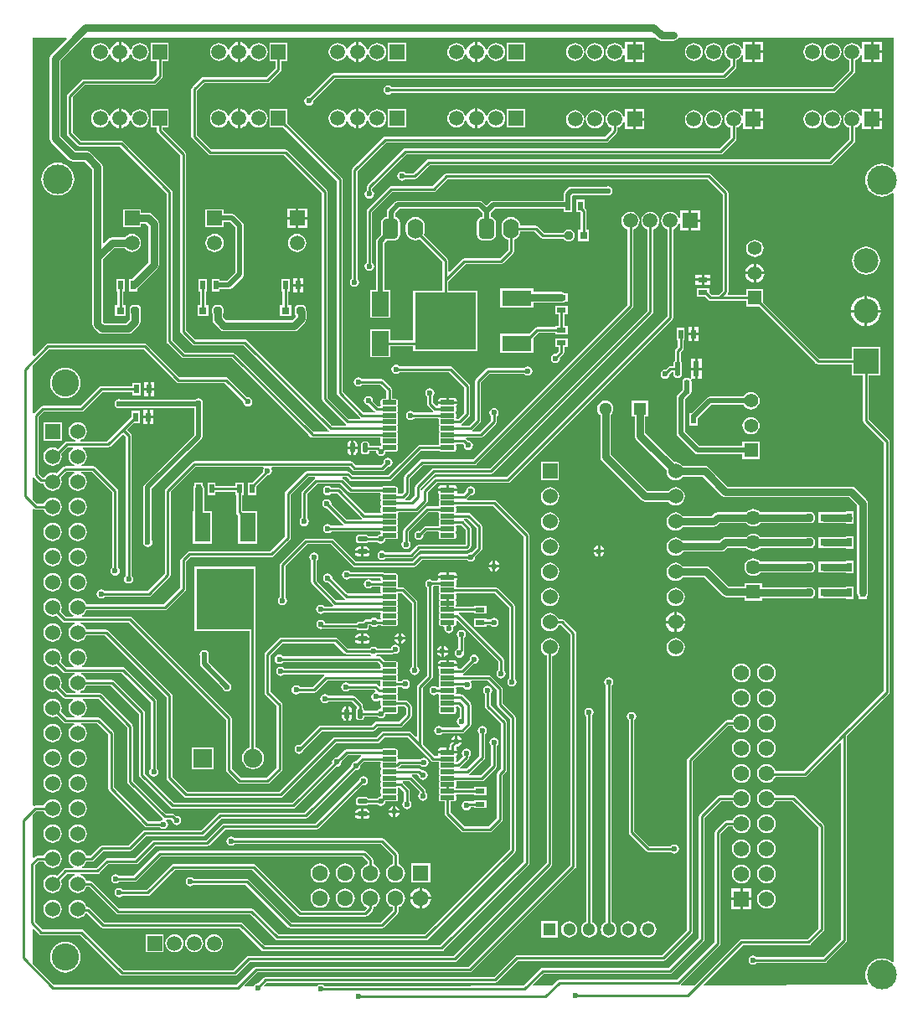
<source format=gtl>
G04*
G04 #@! TF.GenerationSoftware,Altium Limited,Altium Designer,20.1.8 (145)*
G04*
G04 Layer_Physical_Order=1*
G04 Layer_Color=255*
%FSLAX25Y25*%
%MOIN*%
G70*
G04*
G04 #@! TF.SameCoordinates,8A5546FC-2E64-4ACD-A3F0-66F597033F2E*
G04*
G04*
G04 #@! TF.FilePolarity,Positive*
G04*
G01*
G75*
%ADD10C,0.01968*%
G04:AMPARAMS|DCode=20|XSize=17.72mil|YSize=55.12mil|CornerRadius=1.95mil|HoleSize=0mil|Usage=FLASHONLY|Rotation=90.000|XOffset=0mil|YOffset=0mil|HoleType=Round|Shape=RoundedRectangle|*
%AMROUNDEDRECTD20*
21,1,0.01772,0.05122,0,0,90.0*
21,1,0.01382,0.05512,0,0,90.0*
1,1,0.00390,0.02561,0.00691*
1,1,0.00390,0.02561,-0.00691*
1,1,0.00390,-0.02561,-0.00691*
1,1,0.00390,-0.02561,0.00691*
%
%ADD20ROUNDEDRECTD20*%
G04:AMPARAMS|DCode=21|XSize=19.68mil|YSize=37.4mil|CornerRadius=4.92mil|HoleSize=0mil|Usage=FLASHONLY|Rotation=180.000|XOffset=0mil|YOffset=0mil|HoleType=Round|Shape=RoundedRectangle|*
%AMROUNDEDRECTD21*
21,1,0.01968,0.02756,0,0,180.0*
21,1,0.00984,0.03740,0,0,180.0*
1,1,0.00984,-0.00492,0.01378*
1,1,0.00984,0.00492,0.01378*
1,1,0.00984,0.00492,-0.01378*
1,1,0.00984,-0.00492,-0.01378*
%
%ADD21ROUNDEDRECTD21*%
%ADD22R,0.01968X0.03740*%
%ADD23R,0.03150X0.03150*%
G04:AMPARAMS|DCode=24|XSize=31.5mil|YSize=31.5mil|CornerRadius=7.87mil|HoleSize=0mil|Usage=FLASHONLY|Rotation=180.000|XOffset=0mil|YOffset=0mil|HoleType=Round|Shape=RoundedRectangle|*
%AMROUNDEDRECTD24*
21,1,0.03150,0.01575,0,0,180.0*
21,1,0.01575,0.03150,0,0,180.0*
1,1,0.01575,-0.00787,0.00787*
1,1,0.01575,0.00787,0.00787*
1,1,0.01575,0.00787,-0.00787*
1,1,0.01575,-0.00787,-0.00787*
%
%ADD24ROUNDEDRECTD24*%
%ADD25R,0.06299X0.11811*%
%ADD26R,0.22835X0.24410*%
G04:AMPARAMS|DCode=27|XSize=19.68mil|YSize=37.4mil|CornerRadius=4.92mil|HoleSize=0mil|Usage=FLASHONLY|Rotation=270.000|XOffset=0mil|YOffset=0mil|HoleType=Round|Shape=RoundedRectangle|*
%AMROUNDEDRECTD27*
21,1,0.01968,0.02756,0,0,270.0*
21,1,0.00984,0.03740,0,0,270.0*
1,1,0.00984,-0.01378,-0.00492*
1,1,0.00984,-0.01378,0.00492*
1,1,0.00984,0.01378,0.00492*
1,1,0.00984,0.01378,-0.00492*
%
%ADD27ROUNDEDRECTD27*%
%ADD28R,0.03740X0.01968*%
G04:AMPARAMS|DCode=29|XSize=60.01mil|YSize=22.75mil|CornerRadius=11.38mil|HoleSize=0mil|Usage=FLASHONLY|Rotation=270.000|XOffset=0mil|YOffset=0mil|HoleType=Round|Shape=RoundedRectangle|*
%AMROUNDEDRECTD29*
21,1,0.06001,0.00000,0,0,270.0*
21,1,0.03725,0.02275,0,0,270.0*
1,1,0.02275,0.00000,-0.01863*
1,1,0.02275,0.00000,0.01863*
1,1,0.02275,0.00000,0.01863*
1,1,0.02275,0.00000,-0.01863*
%
%ADD29ROUNDEDRECTD29*%
%ADD30R,0.02275X0.06001*%
%ADD31R,0.11811X0.06299*%
%ADD32R,0.24410X0.22835*%
%ADD33R,0.06693X0.09843*%
%ADD52C,0.05118*%
%ADD53R,0.05118X0.05118*%
%ADD62C,0.05512*%
%ADD63R,0.05512X0.05512*%
%ADD64C,0.06181*%
%ADD65R,0.06181X0.06181*%
%ADD70C,0.01000*%
%ADD71C,0.02953*%
%ADD72R,0.06299X0.06299*%
%ADD73C,0.06299*%
%ADD74R,0.07480X0.07480*%
%ADD75C,0.07480*%
%ADD76R,0.06024X0.06024*%
%ADD77C,0.06024*%
%ADD78C,0.10827*%
%ADD79R,0.06000X0.06000*%
%ADD80C,0.06000*%
%ADD81C,0.05906*%
%ADD82R,0.05906X0.05906*%
%ADD83O,0.06299X0.07874*%
G04:AMPARAMS|DCode=84|XSize=78.74mil|YSize=62.99mil|CornerRadius=15.75mil|HoleSize=0mil|Usage=FLASHONLY|Rotation=90.000|XOffset=0mil|YOffset=0mil|HoleType=Round|Shape=RoundedRectangle|*
%AMROUNDEDRECTD84*
21,1,0.07874,0.03150,0,0,90.0*
21,1,0.04724,0.06299,0,0,90.0*
1,1,0.03150,0.01575,0.02362*
1,1,0.03150,0.01575,-0.02362*
1,1,0.03150,-0.01575,-0.02362*
1,1,0.03150,-0.01575,0.02362*
%
%ADD84ROUNDEDRECTD84*%
%ADD85C,0.11811*%
%ADD86C,0.09843*%
%ADD87R,0.09843X0.09843*%
%ADD88R,0.05709X0.05709*%
%ADD89C,0.05709*%
%ADD90C,0.02362*%
G36*
X349213Y333177D02*
X348713Y332940D01*
X348137Y333413D01*
X347001Y334020D01*
X345769Y334394D01*
X344488Y334520D01*
X343207Y334394D01*
X341975Y334020D01*
X340840Y333413D01*
X339845Y332596D01*
X339028Y331601D01*
X338421Y330466D01*
X338047Y329234D01*
X337921Y327953D01*
X338047Y326672D01*
X338421Y325440D01*
X339028Y324304D01*
X339845Y323309D01*
X340840Y322493D01*
X341975Y321886D01*
X343207Y321512D01*
X344488Y321386D01*
X345769Y321512D01*
X347001Y321886D01*
X348137Y322493D01*
X348713Y322965D01*
X349213Y322729D01*
X349213Y17035D01*
X348713Y16799D01*
X348137Y17271D01*
X347001Y17878D01*
X345769Y18252D01*
X344488Y18378D01*
X343207Y18252D01*
X341975Y17878D01*
X340840Y17271D01*
X339845Y16455D01*
X339028Y15460D01*
X338421Y14324D01*
X338047Y13092D01*
X337921Y11811D01*
X338047Y10530D01*
X338421Y9298D01*
X338972Y8268D01*
X338781Y7767D01*
X273684Y7621D01*
X273492Y8083D01*
X289060Y23651D01*
X315354D01*
X315795Y23739D01*
X316169Y23989D01*
X321287Y29107D01*
X321537Y29480D01*
X321624Y29921D01*
Y70866D01*
X321537Y71307D01*
X321287Y71681D01*
X310145Y82823D01*
X309772Y83072D01*
X309331Y83160D01*
X302172D01*
X301872Y83884D01*
X301275Y84661D01*
X300498Y85258D01*
X299593Y85633D01*
X298622Y85760D01*
X297651Y85633D01*
X296746Y85258D01*
X295969Y84661D01*
X295372Y83884D01*
X294997Y82979D01*
X294869Y82008D01*
X294997Y81037D01*
X295372Y80132D01*
X295969Y79354D01*
X296746Y78758D01*
X297651Y78383D01*
X298622Y78255D01*
X299593Y78383D01*
X300498Y78758D01*
X301275Y79354D01*
X301872Y80132D01*
X302172Y80856D01*
X308854D01*
X319320Y70389D01*
Y30398D01*
X314877Y25955D01*
X288583D01*
X288142Y25868D01*
X287768Y25618D01*
X269763Y7612D01*
X264662Y7601D01*
X264454Y8100D01*
X279948Y23595D01*
X280198Y23969D01*
X280286Y24409D01*
Y68027D01*
X283115Y70856D01*
X285072D01*
X285372Y70132D01*
X285969Y69354D01*
X286746Y68758D01*
X287651Y68383D01*
X288622Y68255D01*
X289593Y68383D01*
X290498Y68758D01*
X291276Y69354D01*
X291872Y70132D01*
X292247Y71037D01*
X292375Y72008D01*
X292247Y72979D01*
X291872Y73884D01*
X291276Y74661D01*
X290498Y75258D01*
X289593Y75633D01*
X288622Y75760D01*
X287651Y75633D01*
X286746Y75258D01*
X285969Y74661D01*
X285372Y73884D01*
X285072Y73160D01*
X282638D01*
X282197Y73072D01*
X281823Y72822D01*
X278319Y69319D01*
X278069Y68945D01*
X277982Y68504D01*
Y24887D01*
X262909Y9814D01*
X216142D01*
X215701Y9726D01*
X215327Y9476D01*
X213336Y7485D01*
X205814Y7469D01*
X205623Y7930D01*
X209926Y12234D01*
X260236D01*
X260677Y12321D01*
X261051Y12571D01*
X273649Y25170D01*
X273899Y25543D01*
X273987Y25984D01*
Y74326D01*
X280517Y80856D01*
X285072D01*
X285372Y80132D01*
X285969Y79354D01*
X286746Y78758D01*
X287651Y78383D01*
X288622Y78255D01*
X289593Y78383D01*
X290498Y78758D01*
X291276Y79354D01*
X291872Y80132D01*
X292247Y81037D01*
X292375Y82008D01*
X292247Y82979D01*
X291872Y83884D01*
X291276Y84661D01*
X290498Y85258D01*
X289593Y85633D01*
X288622Y85760D01*
X287651Y85633D01*
X286746Y85258D01*
X285969Y84661D01*
X285372Y83884D01*
X285072Y83160D01*
X280039D01*
X279598Y83072D01*
X279225Y82823D01*
X272020Y75618D01*
X271770Y75244D01*
X271683Y74803D01*
Y26461D01*
X259759Y14538D01*
X209449D01*
X209008Y14450D01*
X208634Y14200D01*
X201893Y7460D01*
X159816Y7365D01*
X122605D01*
X122502Y7519D01*
X121903Y7919D01*
X121196Y8060D01*
X120490Y7919D01*
X119891Y7519D01*
X119728Y7275D01*
X98881Y7228D01*
X98689Y7690D01*
X99690Y8691D01*
X190551D01*
X190992Y8778D01*
X191366Y9028D01*
X199690Y17352D01*
X257480D01*
X257921Y17440D01*
X258295Y17689D01*
X268925Y28319D01*
X269175Y28693D01*
X269262Y29134D01*
Y96767D01*
X283351Y110856D01*
X285072D01*
X285372Y110132D01*
X285969Y109354D01*
X286746Y108758D01*
X287651Y108383D01*
X288622Y108255D01*
X289593Y108383D01*
X290498Y108758D01*
X291276Y109354D01*
X291872Y110132D01*
X292247Y111037D01*
X292375Y112008D01*
X292247Y112979D01*
X291872Y113884D01*
X291276Y114661D01*
X290498Y115258D01*
X289593Y115633D01*
X288622Y115760D01*
X287651Y115633D01*
X286746Y115258D01*
X285969Y114661D01*
X285372Y113884D01*
X285072Y113160D01*
X282874D01*
X282433Y113072D01*
X282059Y112822D01*
X267296Y98059D01*
X267046Y97685D01*
X266958Y97244D01*
Y29611D01*
X257003Y19656D01*
X199213D01*
X198772Y19568D01*
X198398Y19319D01*
X190074Y10995D01*
X99213D01*
X98772Y10907D01*
X98398Y10657D01*
X96244Y8503D01*
X96063Y8539D01*
X95356Y8399D01*
X94757Y7999D01*
X94357Y7400D01*
X94321Y7218D01*
X90990Y7211D01*
X90798Y7672D01*
X95913Y12788D01*
X180548D01*
X180989Y12876D01*
X181363Y13126D01*
X222468Y54231D01*
X222718Y54605D01*
X222806Y55046D01*
Y147638D01*
X222718Y148079D01*
X222468Y148452D01*
X217941Y152980D01*
X217567Y153230D01*
X217126Y153317D01*
X215866D01*
X215583Y154002D01*
X214999Y154763D01*
X214238Y155346D01*
X213352Y155713D01*
X212402Y155839D01*
X211451Y155713D01*
X210565Y155346D01*
X209804Y154763D01*
X209221Y154002D01*
X208854Y153116D01*
X208728Y152165D01*
X208854Y151215D01*
X209221Y150329D01*
X209804Y149568D01*
X210565Y148984D01*
X211451Y148617D01*
X212402Y148492D01*
X213352Y148617D01*
X214238Y148984D01*
X214999Y149568D01*
X215583Y150329D01*
X215866Y151013D01*
X216649D01*
X220501Y147161D01*
Y55523D01*
X180071Y15092D01*
X95436D01*
X94995Y15004D01*
X94622Y14755D01*
X87712Y7845D01*
X15044D01*
X6693Y16196D01*
Y29802D01*
X7155Y29993D01*
X9222Y27926D01*
X9596Y27676D01*
X10037Y27588D01*
X25507D01*
X41311Y11784D01*
X41685Y11534D01*
X42126Y11446D01*
X87008D01*
X87449Y11534D01*
X87823Y11784D01*
X92997Y16958D01*
X174409D01*
X174850Y17046D01*
X175224Y17296D01*
X213019Y55091D01*
X213269Y55465D01*
X213357Y55905D01*
Y138619D01*
X214238Y138984D01*
X214999Y139568D01*
X215583Y140329D01*
X215950Y141215D01*
X216075Y142165D01*
X215950Y143116D01*
X215583Y144002D01*
X214999Y144763D01*
X214238Y145346D01*
X213352Y145713D01*
X212402Y145838D01*
X211451Y145713D01*
X210565Y145346D01*
X209804Y144763D01*
X209221Y144002D01*
X208854Y143116D01*
X208728Y142165D01*
X208854Y141215D01*
X209221Y140329D01*
X209804Y139568D01*
X210565Y138984D01*
X211053Y138782D01*
Y56383D01*
X173932Y19262D01*
X92520D01*
X92079Y19175D01*
X91705Y18925D01*
X86531Y13750D01*
X42603D01*
X26799Y29555D01*
X26425Y29805D01*
X25984Y29892D01*
X10514D01*
X7451Y32955D01*
Y55428D01*
X8871Y56848D01*
X11048D01*
X11329Y56169D01*
X11911Y55411D01*
X12669Y54829D01*
X13552Y54463D01*
X14500Y54339D01*
X15448Y54463D01*
X16331Y54829D01*
X17089Y55411D01*
X17671Y56169D01*
X18036Y57052D01*
X18161Y58000D01*
X18036Y58948D01*
X17671Y59831D01*
X17089Y60589D01*
X16331Y61171D01*
X15448Y61537D01*
X14500Y61661D01*
X13552Y61537D01*
X12669Y61171D01*
X11911Y60589D01*
X11329Y59831D01*
X11048Y59152D01*
X8394D01*
X7953Y59064D01*
X7579Y58815D01*
X7155Y58390D01*
X6693Y58582D01*
Y75536D01*
X8005Y76848D01*
X11048D01*
X11329Y76169D01*
X11911Y75411D01*
X12669Y74829D01*
X13552Y74463D01*
X14500Y74339D01*
X15448Y74463D01*
X16331Y74829D01*
X17089Y75411D01*
X17671Y76169D01*
X18036Y77052D01*
X18161Y78000D01*
X18036Y78948D01*
X17671Y79831D01*
X17089Y80589D01*
X16331Y81171D01*
X15448Y81537D01*
X14500Y81661D01*
X13552Y81537D01*
X12669Y81171D01*
X11911Y80589D01*
X11329Y79831D01*
X11048Y79152D01*
X7528D01*
X7193Y79085D01*
X6838Y79278D01*
X6693Y79403D01*
X6693Y196950D01*
X7193Y197117D01*
X7465Y196936D01*
X7905Y196848D01*
X11048D01*
X11329Y196169D01*
X11911Y195411D01*
X12669Y194829D01*
X13552Y194464D01*
X14500Y194339D01*
X15448Y194464D01*
X16331Y194829D01*
X17089Y195411D01*
X17671Y196169D01*
X18036Y197052D01*
X18161Y198000D01*
X18036Y198948D01*
X17671Y199831D01*
X17089Y200589D01*
X16331Y201171D01*
X15448Y201536D01*
X14500Y201661D01*
X13552Y201536D01*
X12669Y201171D01*
X11911Y200589D01*
X11329Y199831D01*
X11048Y199152D01*
X8383D01*
X6693Y200842D01*
Y209493D01*
X7193Y209682D01*
X9185Y207689D01*
X9559Y207440D01*
X10000Y207352D01*
X10924D01*
X10964Y207052D01*
X11329Y206169D01*
X11911Y205411D01*
X12669Y204829D01*
X13552Y204464D01*
X14500Y204339D01*
X15448Y204464D01*
X16331Y204829D01*
X17089Y205411D01*
X17671Y206169D01*
X18036Y207052D01*
X18161Y208000D01*
X18036Y208948D01*
X17755Y209626D01*
X19969Y211840D01*
X22979D01*
X23078Y211340D01*
X22669Y211171D01*
X21911Y210589D01*
X21329Y209831D01*
X20964Y208948D01*
X20839Y208000D01*
X20964Y207052D01*
X21329Y206169D01*
X21911Y205411D01*
X22669Y204829D01*
X23552Y204464D01*
X24500Y204339D01*
X25448Y204464D01*
X26331Y204829D01*
X27089Y205411D01*
X27671Y206169D01*
X28036Y207052D01*
X28161Y208000D01*
X28036Y208948D01*
X27671Y209831D01*
X27089Y210589D01*
X26331Y211171D01*
X25922Y211340D01*
X26021Y211840D01*
X30231D01*
X38218Y203854D01*
Y173849D01*
X38064Y173747D01*
X37664Y173148D01*
X37524Y172441D01*
X37664Y171734D01*
X38064Y171135D01*
X38664Y170735D01*
X39370Y170594D01*
X40077Y170735D01*
X40676Y171135D01*
X41076Y171734D01*
X41217Y172441D01*
X41076Y173148D01*
X40676Y173747D01*
X40522Y173849D01*
Y204331D01*
X40434Y204772D01*
X40185Y205145D01*
X31523Y213807D01*
X31150Y214056D01*
X30709Y214144D01*
X25983D01*
X25884Y214644D01*
X26331Y214829D01*
X27089Y215411D01*
X27671Y216169D01*
X28036Y217052D01*
X28161Y218000D01*
X28036Y218948D01*
X27671Y219831D01*
X27089Y220589D01*
X26331Y221171D01*
X26302Y221183D01*
X26401Y221683D01*
X36705D01*
X37146Y221770D01*
X37519Y222020D01*
X42520Y227020D01*
X43591Y225949D01*
Y170700D01*
X43438Y170597D01*
X43038Y169998D01*
X42897Y169291D01*
X43038Y168585D01*
X43438Y167986D01*
X44037Y167585D01*
X44743Y167445D01*
X45450Y167585D01*
X46049Y167986D01*
X46450Y168585D01*
X46590Y169291D01*
X46450Y169998D01*
X46049Y170597D01*
X45896Y170700D01*
Y226426D01*
X45808Y226867D01*
X45558Y227240D01*
X44149Y228650D01*
X46673Y231173D01*
X49158D01*
Y236173D01*
X45929D01*
Y233688D01*
X41705Y229464D01*
X36228Y223987D01*
X25546D01*
X25448Y224464D01*
X26331Y224829D01*
X27089Y225411D01*
X27671Y226169D01*
X28036Y227052D01*
X28161Y228000D01*
X28036Y228948D01*
X27671Y229831D01*
X27089Y230589D01*
X26331Y231171D01*
X25448Y231537D01*
X24500Y231661D01*
X23552Y231537D01*
X22669Y231171D01*
X21911Y230589D01*
X21329Y229831D01*
X20964Y228948D01*
X20839Y228000D01*
X20964Y227052D01*
X21329Y226169D01*
X21911Y225411D01*
X22669Y224829D01*
X23552Y224464D01*
X23454Y223987D01*
X20079D01*
X19638Y223899D01*
X19264Y223649D01*
X16588Y220973D01*
X16331Y221171D01*
X15448Y221536D01*
X14500Y221661D01*
X13552Y221536D01*
X12669Y221171D01*
X11911Y220589D01*
X11329Y219831D01*
X10964Y218948D01*
X10839Y218000D01*
X10964Y217052D01*
X11329Y216169D01*
X11911Y215411D01*
X12669Y214829D01*
X13552Y214463D01*
X14500Y214339D01*
X15448Y214463D01*
X16331Y214829D01*
X17089Y215411D01*
X17671Y216169D01*
X18036Y217052D01*
X18161Y218000D01*
X18036Y218948D01*
X17973Y219100D01*
X20556Y221683D01*
X22599D01*
X22698Y221183D01*
X22669Y221171D01*
X21911Y220589D01*
X21329Y219831D01*
X20964Y218948D01*
X20839Y218000D01*
X20964Y217052D01*
X21329Y216169D01*
X21911Y215411D01*
X22669Y214829D01*
X23116Y214644D01*
X23017Y214144D01*
X19492D01*
X19051Y214056D01*
X18677Y213807D01*
X16126Y211255D01*
X15448Y211537D01*
X14500Y211661D01*
X13552Y211537D01*
X12669Y211171D01*
X11911Y210589D01*
X11329Y209831D01*
X11257Y209656D01*
X10477D01*
X9026Y211107D01*
Y233775D01*
X11107Y235856D01*
X25984D01*
X26425Y235944D01*
X26799Y236193D01*
X34336Y243730D01*
X46220D01*
Y242382D01*
X49449D01*
Y247382D01*
X46220D01*
Y246034D01*
X33858D01*
X33417Y245946D01*
X33044Y245696D01*
X25507Y238160D01*
X10630D01*
X10189Y238072D01*
X9815Y237823D01*
X7193Y235200D01*
X6693Y235389D01*
Y254276D01*
X13076Y260659D01*
X50704D01*
X63752Y247611D01*
X64126Y247361D01*
X64567Y247273D01*
X82987D01*
X90316Y239945D01*
X90280Y239764D01*
X90420Y239057D01*
X90820Y238458D01*
X91419Y238058D01*
X92126Y237917D01*
X92833Y238058D01*
X93432Y238458D01*
X93832Y239057D01*
X93972Y239764D01*
X93832Y240470D01*
X93432Y241070D01*
X92833Y241470D01*
X92126Y241610D01*
X91945Y241574D01*
X84279Y249240D01*
X83905Y249490D01*
X83465Y249577D01*
X65044D01*
X51996Y262626D01*
X51622Y262875D01*
X51181Y262963D01*
X12598D01*
X12158Y262875D01*
X11784Y262626D01*
X7155Y257997D01*
X6693Y258188D01*
Y384646D01*
X20000D01*
X20192Y384184D01*
X13934Y377926D01*
X13469Y377229D01*
X13305Y376408D01*
Y344518D01*
X13469Y343696D01*
X13934Y342999D01*
X21021Y335913D01*
X21718Y335447D01*
X22539Y335284D01*
X27162D01*
X30234Y332211D01*
Y297274D01*
Y270657D01*
X30398Y269835D01*
X30863Y269138D01*
X32593Y267409D01*
X33290Y266943D01*
X34112Y266780D01*
X44587D01*
X45408Y266943D01*
X46105Y267409D01*
X48861Y270165D01*
X49327Y270861D01*
X49490Y271683D01*
Y274770D01*
X49575Y275197D01*
Y276772D01*
X49465Y277325D01*
X49152Y277794D01*
X48683Y278107D01*
X48130Y278217D01*
X46555D01*
X46002Y278107D01*
X45533Y277794D01*
X45220Y277325D01*
X45110Y276772D01*
Y275197D01*
X45195Y274770D01*
Y272573D01*
X43697Y271075D01*
X35001D01*
X34529Y271547D01*
Y296384D01*
X38980Y300835D01*
X43172D01*
X43508Y300398D01*
X44256Y299823D01*
X45128Y299462D01*
X46063Y299339D01*
X46998Y299462D01*
X47870Y299823D01*
X48618Y300398D01*
X49192Y301146D01*
X49553Y302017D01*
X49677Y302953D01*
X49553Y303888D01*
X49192Y304760D01*
X48618Y305508D01*
X47870Y306082D01*
X46998Y306443D01*
X46063Y306566D01*
X45128Y306443D01*
X44256Y306082D01*
X43508Y305508D01*
X43218Y305130D01*
X38091D01*
X37269Y304966D01*
X36572Y304501D01*
X34991Y302920D01*
X34529Y303112D01*
Y333101D01*
X34366Y333922D01*
X33900Y334619D01*
X29570Y338950D01*
X28873Y339415D01*
X28051Y339579D01*
X23429D01*
X17600Y345407D01*
Y375518D01*
X26728Y384646D01*
X254571Y384646D01*
X255273Y383944D01*
X255970Y383479D01*
X256791Y383315D01*
X261269D01*
X261417Y383285D01*
X262239Y383449D01*
X262936Y383914D01*
X263401Y384611D01*
X263408Y384646D01*
X349213Y384646D01*
X349213Y333177D01*
D02*
G37*
%LPC*%
G36*
X245563Y382890D02*
X242110D01*
Y380139D01*
X241610Y380039D01*
X241318Y380744D01*
X240744Y381492D01*
X239996Y382066D01*
X239124Y382428D01*
X238189Y382551D01*
X237254Y382428D01*
X236382Y382066D01*
X235634Y381492D01*
X235059Y380744D01*
X234699Y379872D01*
X234575Y378937D01*
X234699Y378002D01*
X235059Y377130D01*
X235634Y376382D01*
X236382Y375808D01*
X237254Y375447D01*
X238189Y375323D01*
X239124Y375447D01*
X239996Y375808D01*
X240744Y376382D01*
X241318Y377130D01*
X241610Y377835D01*
X242110Y377735D01*
Y374984D01*
X245563D01*
Y378937D01*
Y382890D01*
D02*
G37*
G36*
X340051D02*
X336598D01*
Y380139D01*
X336098Y380039D01*
X335807Y380744D01*
X335232Y381492D01*
X334484Y382066D01*
X333612Y382428D01*
X332677Y382551D01*
X331742Y382428D01*
X330870Y382066D01*
X330122Y381492D01*
X329548Y380744D01*
X329187Y379872D01*
X329064Y378937D01*
X329187Y378002D01*
X329548Y377130D01*
X330122Y376382D01*
X330870Y375808D01*
X331525Y375536D01*
Y371737D01*
X324720Y364932D01*
X149440D01*
X149337Y365085D01*
X148738Y365486D01*
X148031Y365626D01*
X147325Y365486D01*
X146726Y365085D01*
X146326Y364486D01*
X146185Y363779D01*
X146326Y363073D01*
X146726Y362474D01*
X147325Y362074D01*
X148031Y361933D01*
X148738Y362074D01*
X149337Y362474D01*
X149440Y362628D01*
X325197D01*
X325638Y362715D01*
X326011Y362965D01*
X333492Y370445D01*
X333741Y370819D01*
X333829Y371260D01*
Y375536D01*
X334484Y375808D01*
X335232Y376382D01*
X335807Y377130D01*
X336098Y377835D01*
X336598Y377735D01*
Y374984D01*
X340051D01*
Y378937D01*
Y382890D01*
D02*
G37*
G36*
X292807D02*
X289354D01*
Y380139D01*
X288854Y380039D01*
X288562Y380744D01*
X287988Y381492D01*
X287240Y382066D01*
X286368Y382428D01*
X285433Y382551D01*
X284498Y382428D01*
X283626Y382066D01*
X282878Y381492D01*
X282304Y380744D01*
X281943Y379872D01*
X281820Y378937D01*
X281943Y378002D01*
X282304Y377130D01*
X282878Y376382D01*
X283626Y375808D01*
X284281Y375536D01*
Y373615D01*
X281110Y370443D01*
X126378D01*
X125937Y370356D01*
X125563Y370106D01*
X116717Y361259D01*
X116535Y361295D01*
X115829Y361155D01*
X115230Y360754D01*
X114830Y360155D01*
X114689Y359449D01*
X114830Y358742D01*
X115230Y358143D01*
X115829Y357743D01*
X116535Y357602D01*
X117242Y357743D01*
X117841Y358143D01*
X118241Y358742D01*
X118382Y359449D01*
X118346Y359630D01*
X126855Y368139D01*
X281587D01*
X282028Y368227D01*
X282401Y368477D01*
X286248Y372323D01*
X286497Y372697D01*
X286585Y373137D01*
Y375536D01*
X287240Y375808D01*
X287988Y376382D01*
X288562Y377130D01*
X288854Y377835D01*
X289354Y377735D01*
Y374984D01*
X292807D01*
Y378937D01*
Y382890D01*
D02*
G37*
G36*
X182571Y382858D02*
X182039Y382788D01*
X181077Y382390D01*
X180252Y381756D01*
X179618Y380930D01*
X179220Y379969D01*
X179199Y379813D01*
X178695D01*
X178687Y379872D01*
X178326Y380744D01*
X177752Y381492D01*
X177004Y382066D01*
X176132Y382428D01*
X175197Y382551D01*
X174262Y382428D01*
X173390Y382066D01*
X172642Y381492D01*
X172067Y380744D01*
X171706Y379872D01*
X171583Y378937D01*
X171706Y378002D01*
X172067Y377130D01*
X172642Y376382D01*
X173390Y375808D01*
X174262Y375447D01*
X175197Y375323D01*
X176132Y375447D01*
X177004Y375808D01*
X177752Y376382D01*
X178326Y377130D01*
X178687Y378002D01*
X178695Y378061D01*
X179199D01*
X179220Y377905D01*
X179618Y376944D01*
X180252Y376118D01*
X181077Y375484D01*
X182039Y375086D01*
X182571Y375016D01*
Y378937D01*
Y382858D01*
D02*
G37*
G36*
X135327D02*
X134795Y382788D01*
X133833Y382390D01*
X133008Y381756D01*
X132374Y380930D01*
X131976Y379969D01*
X131955Y379813D01*
X131451D01*
X131443Y379872D01*
X131082Y380744D01*
X130508Y381492D01*
X129760Y382066D01*
X128888Y382428D01*
X127953Y382551D01*
X127017Y382428D01*
X126146Y382066D01*
X125398Y381492D01*
X124823Y380744D01*
X124462Y379872D01*
X124339Y378937D01*
X124462Y378002D01*
X124823Y377130D01*
X125398Y376382D01*
X126146Y375808D01*
X127017Y375447D01*
X127953Y375323D01*
X128888Y375447D01*
X129760Y375808D01*
X130508Y376382D01*
X131082Y377130D01*
X131443Y378002D01*
X131451Y378061D01*
X131955D01*
X131976Y377905D01*
X132374Y376944D01*
X133008Y376118D01*
X133833Y375484D01*
X134795Y375086D01*
X135327Y375016D01*
Y378937D01*
Y382858D01*
D02*
G37*
G36*
X88083D02*
X87551Y382788D01*
X86589Y382390D01*
X85764Y381756D01*
X85130Y380930D01*
X84732Y379969D01*
X84711Y379813D01*
X84207D01*
X84199Y379872D01*
X83838Y380744D01*
X83264Y381492D01*
X82515Y382066D01*
X81644Y382428D01*
X80709Y382551D01*
X79773Y382428D01*
X78902Y382066D01*
X78154Y381492D01*
X77579Y380744D01*
X77218Y379872D01*
X77095Y378937D01*
X77218Y378002D01*
X77579Y377130D01*
X78154Y376382D01*
X78902Y375808D01*
X79773Y375447D01*
X80709Y375323D01*
X81644Y375447D01*
X82515Y375808D01*
X83264Y376382D01*
X83838Y377130D01*
X84199Y378002D01*
X84207Y378061D01*
X84711D01*
X84732Y377905D01*
X85130Y376944D01*
X85764Y376118D01*
X86589Y375484D01*
X87551Y375086D01*
X88083Y375016D01*
Y378937D01*
Y382858D01*
D02*
G37*
G36*
X40839D02*
X40307Y382788D01*
X39345Y382390D01*
X38519Y381756D01*
X37886Y380930D01*
X37488Y379969D01*
X37467Y379813D01*
X36963D01*
X36955Y379872D01*
X36594Y380744D01*
X36020Y381492D01*
X35271Y382066D01*
X34400Y382428D01*
X33465Y382551D01*
X32529Y382428D01*
X31658Y382066D01*
X30909Y381492D01*
X30335Y380744D01*
X29974Y379872D01*
X29851Y378937D01*
X29974Y378002D01*
X30335Y377130D01*
X30909Y376382D01*
X31658Y375808D01*
X32529Y375447D01*
X33465Y375323D01*
X34400Y375447D01*
X35271Y375808D01*
X36020Y376382D01*
X36594Y377130D01*
X36955Y378002D01*
X36963Y378061D01*
X37467D01*
X37488Y377905D01*
X37886Y376944D01*
X38519Y376118D01*
X39345Y375484D01*
X40307Y375086D01*
X40839Y375016D01*
Y378937D01*
Y382858D01*
D02*
G37*
G36*
X344504Y382890D02*
X341051D01*
Y379437D01*
X344504D01*
Y382890D01*
D02*
G37*
G36*
X250016D02*
X246563D01*
Y379437D01*
X250016D01*
Y382890D01*
D02*
G37*
G36*
X297260D02*
X293807D01*
Y379437D01*
X297260D01*
Y382890D01*
D02*
G37*
G36*
X202402Y382520D02*
X195236D01*
Y375354D01*
X202402D01*
Y382520D01*
D02*
G37*
G36*
X155157D02*
X147992D01*
Y375354D01*
X155157D01*
Y382520D01*
D02*
G37*
G36*
X324803Y382551D02*
X323868Y382428D01*
X322996Y382066D01*
X322248Y381492D01*
X321674Y380744D01*
X321313Y379872D01*
X321190Y378937D01*
X321313Y378002D01*
X321674Y377130D01*
X322248Y376382D01*
X322996Y375808D01*
X323868Y375447D01*
X324803Y375323D01*
X325738Y375447D01*
X326610Y375808D01*
X327358Y376382D01*
X327933Y377130D01*
X328294Y378002D01*
X328417Y378937D01*
X328294Y379872D01*
X327933Y380744D01*
X327358Y381492D01*
X326610Y382066D01*
X325738Y382428D01*
X324803Y382551D01*
D02*
G37*
G36*
X316929D02*
X315994Y382428D01*
X315122Y382066D01*
X314374Y381492D01*
X313800Y380744D01*
X313439Y379872D01*
X313316Y378937D01*
X313439Y378002D01*
X313800Y377130D01*
X314374Y376382D01*
X315122Y375808D01*
X315994Y375447D01*
X316929Y375323D01*
X317864Y375447D01*
X318736Y375808D01*
X319484Y376382D01*
X320059Y377130D01*
X320420Y378002D01*
X320543Y378937D01*
X320420Y379872D01*
X320059Y380744D01*
X319484Y381492D01*
X318736Y382066D01*
X317864Y382428D01*
X316929Y382551D01*
D02*
G37*
G36*
X277559D02*
X276624Y382428D01*
X275752Y382066D01*
X275004Y381492D01*
X274430Y380744D01*
X274069Y379872D01*
X273945Y378937D01*
X274069Y378002D01*
X274430Y377130D01*
X275004Y376382D01*
X275752Y375808D01*
X276624Y375447D01*
X277559Y375323D01*
X278494Y375447D01*
X279366Y375808D01*
X280114Y376382D01*
X280689Y377130D01*
X281049Y378002D01*
X281173Y378937D01*
X281049Y379872D01*
X280689Y380744D01*
X280114Y381492D01*
X279366Y382066D01*
X278494Y382428D01*
X277559Y382551D01*
D02*
G37*
G36*
X269685D02*
X268750Y382428D01*
X267878Y382066D01*
X267130Y381492D01*
X266556Y380744D01*
X266195Y379872D01*
X266072Y378937D01*
X266195Y378002D01*
X266556Y377130D01*
X267130Y376382D01*
X267878Y375808D01*
X268750Y375447D01*
X269685Y375323D01*
X270620Y375447D01*
X271492Y375808D01*
X272240Y376382D01*
X272814Y377130D01*
X273176Y378002D01*
X273299Y378937D01*
X273176Y379872D01*
X272814Y380744D01*
X272240Y381492D01*
X271492Y382066D01*
X270620Y382428D01*
X269685Y382551D01*
D02*
G37*
G36*
X230315D02*
X229380Y382428D01*
X228508Y382066D01*
X227760Y381492D01*
X227186Y380744D01*
X226824Y379872D01*
X226701Y378937D01*
X226824Y378002D01*
X227186Y377130D01*
X227760Y376382D01*
X228508Y375808D01*
X229380Y375447D01*
X230315Y375323D01*
X231250Y375447D01*
X232122Y375808D01*
X232870Y376382D01*
X233444Y377130D01*
X233805Y378002D01*
X233928Y378937D01*
X233805Y379872D01*
X233444Y380744D01*
X232870Y381492D01*
X232122Y382066D01*
X231250Y382428D01*
X230315Y382551D01*
D02*
G37*
G36*
X222441D02*
X221506Y382428D01*
X220634Y382066D01*
X219886Y381492D01*
X219311Y380744D01*
X218951Y379872D01*
X218827Y378937D01*
X218951Y378002D01*
X219311Y377130D01*
X219886Y376382D01*
X220634Y375808D01*
X221506Y375447D01*
X222441Y375323D01*
X223376Y375447D01*
X224248Y375808D01*
X224996Y376382D01*
X225570Y377130D01*
X225931Y378002D01*
X226055Y378937D01*
X225931Y379872D01*
X225570Y380744D01*
X224996Y381492D01*
X224248Y382066D01*
X223376Y382428D01*
X222441Y382551D01*
D02*
G37*
G36*
X183571Y382858D02*
Y378937D01*
Y375016D01*
X184103Y375086D01*
X185064Y375484D01*
X185890Y376118D01*
X186524Y376944D01*
X186922Y377905D01*
X186942Y378061D01*
X187447D01*
X187454Y378002D01*
X187815Y377130D01*
X188390Y376382D01*
X189138Y375808D01*
X190010Y375447D01*
X190945Y375323D01*
X191880Y375447D01*
X192752Y375808D01*
X193500Y376382D01*
X194074Y377130D01*
X194435Y378002D01*
X194558Y378937D01*
X194435Y379872D01*
X194074Y380744D01*
X193500Y381492D01*
X192752Y382066D01*
X191880Y382428D01*
X190945Y382551D01*
X190010Y382428D01*
X189138Y382066D01*
X188390Y381492D01*
X187815Y380744D01*
X187454Y379872D01*
X187447Y379813D01*
X186942D01*
X186922Y379969D01*
X186524Y380930D01*
X185890Y381756D01*
X185064Y382390D01*
X184103Y382788D01*
X183571Y382858D01*
D02*
G37*
G36*
X136327D02*
Y378937D01*
Y375016D01*
X136859Y375086D01*
X137820Y375484D01*
X138646Y376118D01*
X139279Y376944D01*
X139678Y377905D01*
X139698Y378061D01*
X140203D01*
X140210Y378002D01*
X140571Y377130D01*
X141146Y376382D01*
X141894Y375808D01*
X142765Y375447D01*
X143701Y375323D01*
X144636Y375447D01*
X145508Y375808D01*
X146256Y376382D01*
X146830Y377130D01*
X147191Y378002D01*
X147314Y378937D01*
X147191Y379872D01*
X146830Y380744D01*
X146256Y381492D01*
X145508Y382066D01*
X144636Y382428D01*
X143701Y382551D01*
X142765Y382428D01*
X141894Y382066D01*
X141146Y381492D01*
X140571Y380744D01*
X140210Y379872D01*
X140203Y379813D01*
X139698D01*
X139678Y379969D01*
X139279Y380930D01*
X138646Y381756D01*
X137820Y382390D01*
X136859Y382788D01*
X136327Y382858D01*
D02*
G37*
G36*
X89083D02*
Y378937D01*
Y375016D01*
X89614Y375086D01*
X90576Y375484D01*
X91402Y376118D01*
X92035Y376944D01*
X92434Y377905D01*
X92454Y378061D01*
X92958D01*
X92966Y378002D01*
X93327Y377130D01*
X93901Y376382D01*
X94650Y375808D01*
X95521Y375447D01*
X96457Y375323D01*
X97392Y375447D01*
X98264Y375808D01*
X99012Y376382D01*
X99586Y377130D01*
X99947Y378002D01*
X100070Y378937D01*
X99947Y379872D01*
X99586Y380744D01*
X99012Y381492D01*
X98264Y382066D01*
X97392Y382428D01*
X96457Y382551D01*
X95521Y382428D01*
X94650Y382066D01*
X93901Y381492D01*
X93327Y380744D01*
X92966Y379872D01*
X92958Y379813D01*
X92454D01*
X92434Y379969D01*
X92035Y380930D01*
X91402Y381756D01*
X90576Y382390D01*
X89614Y382788D01*
X89083Y382858D01*
D02*
G37*
G36*
X41839D02*
Y378937D01*
Y375016D01*
X42371Y375086D01*
X43332Y375484D01*
X44158Y376118D01*
X44791Y376944D01*
X45190Y377905D01*
X45210Y378061D01*
X45714D01*
X45722Y378002D01*
X46083Y377130D01*
X46657Y376382D01*
X47406Y375808D01*
X48277Y375447D01*
X49213Y375323D01*
X50148Y375447D01*
X51019Y375808D01*
X51768Y376382D01*
X52342Y377130D01*
X52703Y378002D01*
X52826Y378937D01*
X52703Y379872D01*
X52342Y380744D01*
X51768Y381492D01*
X51019Y382066D01*
X50148Y382428D01*
X49213Y382551D01*
X48277Y382428D01*
X47406Y382066D01*
X46657Y381492D01*
X46083Y380744D01*
X45722Y379872D01*
X45714Y379813D01*
X45210D01*
X45190Y379969D01*
X44791Y380930D01*
X44158Y381756D01*
X43332Y382390D01*
X42371Y382788D01*
X41839Y382858D01*
D02*
G37*
G36*
X344504Y378437D02*
X341051D01*
Y374984D01*
X344504D01*
Y378437D01*
D02*
G37*
G36*
X297260D02*
X293807D01*
Y374984D01*
X297260D01*
Y378437D01*
D02*
G37*
G36*
X250016D02*
X246563D01*
Y374984D01*
X250016D01*
Y378437D01*
D02*
G37*
G36*
X182571Y356480D02*
X182039Y356410D01*
X181077Y356012D01*
X180252Y355378D01*
X179618Y354553D01*
X179220Y353591D01*
X179199Y353435D01*
X178695D01*
X178687Y353494D01*
X178326Y354366D01*
X177752Y355114D01*
X177004Y355689D01*
X176132Y356049D01*
X175197Y356173D01*
X174262Y356049D01*
X173390Y355689D01*
X172642Y355114D01*
X172067Y354366D01*
X171706Y353494D01*
X171583Y352559D01*
X171706Y351624D01*
X172067Y350752D01*
X172642Y350004D01*
X173390Y349430D01*
X174262Y349069D01*
X175197Y348945D01*
X176132Y349069D01*
X177004Y349430D01*
X177752Y350004D01*
X178326Y350752D01*
X178687Y351624D01*
X178695Y351683D01*
X179199D01*
X179220Y351527D01*
X179618Y350566D01*
X180252Y349740D01*
X181077Y349106D01*
X182039Y348708D01*
X182571Y348638D01*
Y352559D01*
Y356480D01*
D02*
G37*
G36*
X135327D02*
X134795Y356410D01*
X133833Y356012D01*
X133008Y355378D01*
X132374Y354553D01*
X131976Y353591D01*
X131955Y353435D01*
X131451D01*
X131443Y353494D01*
X131082Y354366D01*
X130508Y355114D01*
X129760Y355689D01*
X128888Y356049D01*
X127953Y356173D01*
X127017Y356049D01*
X126146Y355689D01*
X125398Y355114D01*
X124823Y354366D01*
X124462Y353494D01*
X124339Y352559D01*
X124462Y351624D01*
X124823Y350752D01*
X125398Y350004D01*
X126146Y349430D01*
X127017Y349069D01*
X127953Y348945D01*
X128888Y349069D01*
X129760Y349430D01*
X130508Y350004D01*
X131082Y350752D01*
X131443Y351624D01*
X131451Y351683D01*
X131955D01*
X131976Y351527D01*
X132374Y350566D01*
X133008Y349740D01*
X133833Y349106D01*
X134795Y348708D01*
X135327Y348638D01*
Y352559D01*
Y356480D01*
D02*
G37*
G36*
X88083D02*
X87551Y356410D01*
X86589Y356012D01*
X85764Y355378D01*
X85130Y354553D01*
X84732Y353591D01*
X84711Y353435D01*
X84207D01*
X84199Y353494D01*
X83838Y354366D01*
X83264Y355114D01*
X82515Y355689D01*
X81644Y356049D01*
X80709Y356173D01*
X79773Y356049D01*
X78902Y355689D01*
X78154Y355114D01*
X77579Y354366D01*
X77218Y353494D01*
X77095Y352559D01*
X77218Y351624D01*
X77579Y350752D01*
X78154Y350004D01*
X78902Y349430D01*
X79773Y349069D01*
X80709Y348945D01*
X81644Y349069D01*
X82515Y349430D01*
X83264Y350004D01*
X83838Y350752D01*
X84199Y351624D01*
X84207Y351683D01*
X84711D01*
X84732Y351527D01*
X85130Y350566D01*
X85764Y349740D01*
X86589Y349106D01*
X87551Y348708D01*
X88083Y348638D01*
Y352559D01*
Y356480D01*
D02*
G37*
G36*
X40839D02*
X40307Y356410D01*
X39345Y356012D01*
X38519Y355378D01*
X37886Y354553D01*
X37488Y353591D01*
X37467Y353435D01*
X36963D01*
X36955Y353494D01*
X36594Y354366D01*
X36020Y355114D01*
X35271Y355689D01*
X34400Y356049D01*
X33465Y356173D01*
X32529Y356049D01*
X31658Y355689D01*
X30909Y355114D01*
X30335Y354366D01*
X29974Y353494D01*
X29851Y352559D01*
X29974Y351624D01*
X30335Y350752D01*
X30909Y350004D01*
X31658Y349430D01*
X32529Y349069D01*
X33465Y348945D01*
X34400Y349069D01*
X35271Y349430D01*
X36020Y350004D01*
X36594Y350752D01*
X36955Y351624D01*
X36963Y351683D01*
X37467D01*
X37488Y351527D01*
X37886Y350566D01*
X38519Y349740D01*
X39345Y349106D01*
X40307Y348708D01*
X40839Y348638D01*
Y352559D01*
Y356480D01*
D02*
G37*
G36*
X340051Y356118D02*
X336598D01*
Y353367D01*
X336098Y353268D01*
X335807Y353972D01*
X335232Y354721D01*
X334484Y355295D01*
X333612Y355656D01*
X332677Y355779D01*
X331742Y355656D01*
X330870Y355295D01*
X330122Y354721D01*
X329548Y353972D01*
X329187Y353101D01*
X329064Y352165D01*
X329187Y351230D01*
X329548Y350359D01*
X330122Y349610D01*
X330870Y349036D01*
X331525Y348765D01*
Y344178D01*
X323538Y336191D01*
X164173D01*
X163732Y336104D01*
X163359Y335854D01*
X158184Y330680D01*
X154952D01*
X154849Y330833D01*
X154250Y331234D01*
X153543Y331374D01*
X152837Y331234D01*
X152238Y330833D01*
X151837Y330234D01*
X151697Y329528D01*
X151837Y328821D01*
X152238Y328222D01*
X152837Y327822D01*
X153543Y327681D01*
X154250Y327822D01*
X154849Y328222D01*
X154952Y328376D01*
X158661D01*
X159102Y328463D01*
X159476Y328713D01*
X164650Y333887D01*
X324016D01*
X324457Y333975D01*
X324830Y334225D01*
X333492Y342886D01*
X333741Y343260D01*
X333829Y343701D01*
Y348765D01*
X334484Y349036D01*
X335232Y349610D01*
X335807Y350359D01*
X336098Y351063D01*
X336598Y350964D01*
Y348213D01*
X340051D01*
Y352165D01*
X340551D01*
D01*
X340051D01*
Y356118D01*
D02*
G37*
G36*
X292807D02*
X289354D01*
Y353367D01*
X288854Y353268D01*
X288562Y353972D01*
X287988Y354721D01*
X287240Y355295D01*
X286368Y355656D01*
X285433Y355779D01*
X284498Y355656D01*
X283626Y355295D01*
X282878Y354721D01*
X282304Y353972D01*
X281943Y353101D01*
X281820Y352165D01*
X281943Y351230D01*
X282304Y350359D01*
X282878Y349610D01*
X283626Y349036D01*
X284281Y348765D01*
Y344965D01*
X279838Y340522D01*
X154724D01*
X154283Y340434D01*
X153910Y340185D01*
X139737Y326011D01*
X139487Y325638D01*
X139399Y325197D01*
Y323849D01*
X139245Y323747D01*
X138845Y323148D01*
X138705Y322441D01*
X138845Y321734D01*
X139245Y321135D01*
X139845Y320735D01*
X140551Y320594D01*
X141258Y320735D01*
X141857Y321135D01*
X142257Y321734D01*
X142398Y322441D01*
X142257Y323148D01*
X141857Y323747D01*
X141703Y323849D01*
Y324720D01*
X155202Y338218D01*
X280315D01*
X280756Y338306D01*
X281130Y338556D01*
X286248Y343674D01*
X286497Y344047D01*
X286585Y344488D01*
Y348765D01*
X287240Y349036D01*
X287988Y349610D01*
X288562Y350359D01*
X288854Y351063D01*
X289354Y350964D01*
Y348213D01*
X292807D01*
Y352165D01*
Y356118D01*
D02*
G37*
G36*
X245563D02*
X242110D01*
Y353367D01*
X241610Y353268D01*
X241318Y353972D01*
X240744Y354721D01*
X239996Y355295D01*
X239124Y355656D01*
X238189Y355779D01*
X237254Y355656D01*
X236382Y355295D01*
X235634Y354721D01*
X235059Y353972D01*
X234699Y353101D01*
X234575Y352165D01*
X234699Y351230D01*
X235059Y350359D01*
X235634Y349610D01*
X236382Y349036D01*
X237037Y348765D01*
Y348039D01*
X234244Y345247D01*
X146850D01*
X146409Y345159D01*
X146036Y344909D01*
X133831Y332704D01*
X133581Y332331D01*
X133494Y331890D01*
Y288810D01*
X133340Y288707D01*
X132940Y288108D01*
X132799Y287402D01*
X132940Y286695D01*
X133340Y286096D01*
X133939Y285696D01*
X134646Y285555D01*
X135352Y285696D01*
X135951Y286096D01*
X136352Y286695D01*
X136492Y287402D01*
X136352Y288108D01*
X135951Y288707D01*
X135798Y288810D01*
Y331413D01*
X147328Y342942D01*
X234721D01*
X235162Y343030D01*
X235536Y343280D01*
X239004Y346747D01*
X239253Y347121D01*
X239341Y347562D01*
Y348765D01*
X239996Y349036D01*
X240744Y349610D01*
X241318Y350359D01*
X241610Y351063D01*
X242110Y350964D01*
Y348213D01*
X245563D01*
Y352165D01*
X246063D01*
D01*
X245563D01*
Y356118D01*
D02*
G37*
G36*
X344504D02*
X341051D01*
Y352665D01*
X344504D01*
Y356118D01*
D02*
G37*
G36*
X250016D02*
X246563D01*
Y352665D01*
X250016D01*
Y356118D01*
D02*
G37*
G36*
X297260D02*
X293807D01*
Y352665D01*
X297260D01*
Y356118D01*
D02*
G37*
G36*
X202402Y356142D02*
X195236D01*
Y348976D01*
X202402D01*
Y356142D01*
D02*
G37*
G36*
X155157D02*
X147992D01*
Y348976D01*
X155157D01*
Y356142D01*
D02*
G37*
G36*
X183571Y356480D02*
Y352559D01*
Y348638D01*
X184103Y348708D01*
X185064Y349106D01*
X185890Y349740D01*
X186524Y350566D01*
X186922Y351527D01*
X186942Y351683D01*
X187447D01*
X187454Y351624D01*
X187815Y350752D01*
X188390Y350004D01*
X189138Y349430D01*
X190010Y349069D01*
X190945Y348945D01*
X191880Y349069D01*
X192752Y349430D01*
X193500Y350004D01*
X194074Y350752D01*
X194435Y351624D01*
X194558Y352559D01*
X194435Y353494D01*
X194074Y354366D01*
X193500Y355114D01*
X192752Y355689D01*
X191880Y356049D01*
X190945Y356173D01*
X190010Y356049D01*
X189138Y355689D01*
X188390Y355114D01*
X187815Y354366D01*
X187454Y353494D01*
X187447Y353435D01*
X186942D01*
X186922Y353591D01*
X186524Y354553D01*
X185890Y355378D01*
X185064Y356012D01*
X184103Y356410D01*
X183571Y356480D01*
D02*
G37*
G36*
X136327D02*
Y352559D01*
Y348638D01*
X136859Y348708D01*
X137820Y349106D01*
X138646Y349740D01*
X139279Y350566D01*
X139678Y351527D01*
X139698Y351683D01*
X140203D01*
X140210Y351624D01*
X140571Y350752D01*
X141146Y350004D01*
X141894Y349430D01*
X142765Y349069D01*
X143701Y348945D01*
X144636Y349069D01*
X145508Y349430D01*
X146256Y350004D01*
X146830Y350752D01*
X147191Y351624D01*
X147314Y352559D01*
X147191Y353494D01*
X146830Y354366D01*
X146256Y355114D01*
X145508Y355689D01*
X144636Y356049D01*
X143701Y356173D01*
X142765Y356049D01*
X141894Y355689D01*
X141146Y355114D01*
X140571Y354366D01*
X140210Y353494D01*
X140203Y353435D01*
X139698D01*
X139678Y353591D01*
X139279Y354553D01*
X138646Y355378D01*
X137820Y356012D01*
X136859Y356410D01*
X136327Y356480D01*
D02*
G37*
G36*
X89083D02*
Y352559D01*
Y348638D01*
X89614Y348708D01*
X90576Y349106D01*
X91402Y349740D01*
X92035Y350566D01*
X92434Y351527D01*
X92454Y351683D01*
X92958D01*
X92966Y351624D01*
X93327Y350752D01*
X93901Y350004D01*
X94650Y349430D01*
X95521Y349069D01*
X96457Y348945D01*
X97392Y349069D01*
X98264Y349430D01*
X99012Y350004D01*
X99586Y350752D01*
X99947Y351624D01*
X100070Y352559D01*
X99947Y353494D01*
X99586Y354366D01*
X99012Y355114D01*
X98264Y355689D01*
X97392Y356049D01*
X96457Y356173D01*
X95521Y356049D01*
X94650Y355689D01*
X93901Y355114D01*
X93327Y354366D01*
X92966Y353494D01*
X92958Y353435D01*
X92454D01*
X92434Y353591D01*
X92035Y354553D01*
X91402Y355378D01*
X90576Y356012D01*
X89614Y356410D01*
X89083Y356480D01*
D02*
G37*
G36*
X41839D02*
Y352559D01*
Y348638D01*
X42371Y348708D01*
X43332Y349106D01*
X44158Y349740D01*
X44791Y350566D01*
X45190Y351527D01*
X45210Y351683D01*
X45714D01*
X45722Y351624D01*
X46083Y350752D01*
X46657Y350004D01*
X47406Y349430D01*
X48277Y349069D01*
X49213Y348945D01*
X50148Y349069D01*
X51019Y349430D01*
X51768Y350004D01*
X52342Y350752D01*
X52703Y351624D01*
X52826Y352559D01*
X52703Y353494D01*
X52342Y354366D01*
X51768Y355114D01*
X51019Y355689D01*
X50148Y356049D01*
X49213Y356173D01*
X48277Y356049D01*
X47406Y355689D01*
X46657Y355114D01*
X46083Y354366D01*
X45722Y353494D01*
X45714Y353435D01*
X45210D01*
X45190Y353591D01*
X44791Y354553D01*
X44158Y355378D01*
X43332Y356012D01*
X42371Y356410D01*
X41839Y356480D01*
D02*
G37*
G36*
X324803Y355779D02*
X323868Y355656D01*
X322996Y355295D01*
X322248Y354721D01*
X321674Y353972D01*
X321313Y353101D01*
X321190Y352165D01*
X321313Y351230D01*
X321674Y350359D01*
X322248Y349610D01*
X322996Y349036D01*
X323868Y348675D01*
X324803Y348552D01*
X325738Y348675D01*
X326610Y349036D01*
X327358Y349610D01*
X327933Y350359D01*
X328294Y351230D01*
X328417Y352165D01*
X328294Y353101D01*
X327933Y353972D01*
X327358Y354721D01*
X326610Y355295D01*
X325738Y355656D01*
X324803Y355779D01*
D02*
G37*
G36*
X316929D02*
X315994Y355656D01*
X315122Y355295D01*
X314374Y354721D01*
X313800Y353972D01*
X313439Y353101D01*
X313316Y352165D01*
X313439Y351230D01*
X313800Y350359D01*
X314374Y349610D01*
X315122Y349036D01*
X315994Y348675D01*
X316929Y348552D01*
X317864Y348675D01*
X318736Y349036D01*
X319484Y349610D01*
X320059Y350359D01*
X320420Y351230D01*
X320543Y352165D01*
X320420Y353101D01*
X320059Y353972D01*
X319484Y354721D01*
X318736Y355295D01*
X317864Y355656D01*
X316929Y355779D01*
D02*
G37*
G36*
X277559D02*
X276624Y355656D01*
X275752Y355295D01*
X275004Y354721D01*
X274430Y353972D01*
X274069Y353101D01*
X273945Y352165D01*
X274069Y351230D01*
X274430Y350359D01*
X275004Y349610D01*
X275752Y349036D01*
X276624Y348675D01*
X277559Y348552D01*
X278494Y348675D01*
X279366Y349036D01*
X280114Y349610D01*
X280689Y350359D01*
X281049Y351230D01*
X281173Y352165D01*
X281049Y353101D01*
X280689Y353972D01*
X280114Y354721D01*
X279366Y355295D01*
X278494Y355656D01*
X277559Y355779D01*
D02*
G37*
G36*
X269685D02*
X268750Y355656D01*
X267878Y355295D01*
X267130Y354721D01*
X266556Y353972D01*
X266195Y353101D01*
X266072Y352165D01*
X266195Y351230D01*
X266556Y350359D01*
X267130Y349610D01*
X267878Y349036D01*
X268750Y348675D01*
X269685Y348552D01*
X270620Y348675D01*
X271492Y349036D01*
X272240Y349610D01*
X272814Y350359D01*
X273176Y351230D01*
X273299Y352165D01*
X273176Y353101D01*
X272814Y353972D01*
X272240Y354721D01*
X271492Y355295D01*
X270620Y355656D01*
X269685Y355779D01*
D02*
G37*
G36*
X230315D02*
X229380Y355656D01*
X228508Y355295D01*
X227760Y354721D01*
X227186Y353972D01*
X226824Y353101D01*
X226701Y352165D01*
X226824Y351230D01*
X227186Y350359D01*
X227760Y349610D01*
X228508Y349036D01*
X229380Y348675D01*
X230315Y348552D01*
X231250Y348675D01*
X232122Y349036D01*
X232870Y349610D01*
X233444Y350359D01*
X233805Y351230D01*
X233928Y352165D01*
X233805Y353101D01*
X233444Y353972D01*
X232870Y354721D01*
X232122Y355295D01*
X231250Y355656D01*
X230315Y355779D01*
D02*
G37*
G36*
X222441D02*
X221506Y355656D01*
X220634Y355295D01*
X219886Y354721D01*
X219311Y353972D01*
X218951Y353101D01*
X218827Y352165D01*
X218951Y351230D01*
X219311Y350359D01*
X219886Y349610D01*
X220634Y349036D01*
X221506Y348675D01*
X222441Y348552D01*
X223376Y348675D01*
X224248Y349036D01*
X224996Y349610D01*
X225570Y350359D01*
X225931Y351230D01*
X226055Y352165D01*
X225931Y353101D01*
X225570Y353972D01*
X224996Y354721D01*
X224248Y355295D01*
X223376Y355656D01*
X222441Y355779D01*
D02*
G37*
G36*
X344504Y351665D02*
X341051D01*
Y348213D01*
X344504D01*
Y351665D01*
D02*
G37*
G36*
X297260D02*
X293807D01*
Y348213D01*
X297260D01*
Y351665D01*
D02*
G37*
G36*
X250016D02*
X246563D01*
Y348213D01*
X250016D01*
Y351665D01*
D02*
G37*
G36*
X16535Y334913D02*
X15254Y334787D01*
X14022Y334414D01*
X12887Y333807D01*
X11892Y332990D01*
X11075Y331995D01*
X10468Y330860D01*
X10095Y329628D01*
X9968Y328346D01*
X10095Y327065D01*
X10468Y325833D01*
X11075Y324698D01*
X11892Y323703D01*
X12887Y322886D01*
X14022Y322279D01*
X15254Y321906D01*
X16535Y321779D01*
X17817Y321906D01*
X19049Y322279D01*
X20184Y322886D01*
X21179Y323703D01*
X21996Y324698D01*
X22603Y325833D01*
X22976Y327065D01*
X23102Y328346D01*
X22976Y329628D01*
X22603Y330860D01*
X21996Y331995D01*
X21179Y332990D01*
X20184Y333807D01*
X19049Y334414D01*
X17817Y334787D01*
X16535Y334913D01*
D02*
G37*
G36*
X235433Y325469D02*
X234727Y325328D01*
X234636Y325268D01*
X220866D01*
X220236Y325143D01*
X219702Y324786D01*
X218324Y323408D01*
X217968Y322874D01*
X217842Y322244D01*
Y319756D01*
X189764D01*
X189134Y319631D01*
X188600Y319274D01*
X187089Y317763D01*
X185578Y319274D01*
X185045Y319631D01*
X184415Y319756D01*
X151969D01*
X151339Y319631D01*
X150805Y319274D01*
X148049Y316518D01*
X147692Y315984D01*
X147567Y315354D01*
Y313271D01*
X147441D01*
X146581Y313100D01*
X145851Y312613D01*
X145364Y311884D01*
X145193Y311024D01*
Y306379D01*
X143718Y304904D01*
X143361Y304370D01*
X143236Y303740D01*
Y284291D01*
X140905D01*
Y273189D01*
X148858D01*
Y284291D01*
X146528D01*
Y303058D01*
X147520Y304051D01*
X150591D01*
X151451Y304222D01*
X152180Y304710D01*
X152667Y305439D01*
X152838Y306299D01*
Y311024D01*
X152667Y311884D01*
X152180Y312613D01*
X151451Y313100D01*
X150858Y313218D01*
Y314673D01*
X152650Y316464D01*
X183733D01*
X185443Y314754D01*
Y313257D01*
X184654Y313100D01*
X183925Y312613D01*
X183438Y311884D01*
X183266Y311024D01*
Y306299D01*
X183438Y305439D01*
X183925Y304710D01*
X184654Y304222D01*
X185514Y304051D01*
X188664D01*
X189524Y304222D01*
X190253Y304710D01*
X190741Y305439D01*
X190912Y306299D01*
Y311024D01*
X190741Y311884D01*
X190253Y312613D01*
X189524Y313100D01*
X188735Y313257D01*
Y314754D01*
X190445Y316464D01*
X217874D01*
Y315216D01*
X221102D01*
Y317558D01*
X221134Y317717D01*
Y321562D01*
X221548Y321976D01*
X234636D01*
X234727Y321916D01*
X235433Y321776D01*
X236140Y321916D01*
X236739Y322316D01*
X237139Y322915D01*
X237280Y323622D01*
X237139Y324329D01*
X236739Y324928D01*
X236140Y325328D01*
X235433Y325469D01*
D02*
G37*
G36*
X115764Y316748D02*
X112311D01*
Y313295D01*
X115764D01*
Y316748D01*
D02*
G37*
G36*
X111311D02*
X107858D01*
Y313295D01*
X111311D01*
Y316748D01*
D02*
G37*
G36*
X267610Y315764D02*
X264158D01*
Y313013D01*
X263657Y312913D01*
X263366Y313618D01*
X262791Y314366D01*
X262043Y314941D01*
X261172Y315301D01*
X260236Y315425D01*
X259301Y315301D01*
X258429Y314941D01*
X257681Y314366D01*
X257107Y313618D01*
X256746Y312746D01*
X256623Y311811D01*
X256746Y310876D01*
X257107Y310004D01*
X257681Y309256D01*
X258429Y308682D01*
X259084Y308410D01*
Y273706D01*
X195192Y209813D01*
X166929D01*
X166488Y209726D01*
X166114Y209476D01*
X161784Y205145D01*
X161534Y204772D01*
X161495Y204573D01*
X160995Y204622D01*
Y205428D01*
X166619Y211053D01*
X188976D01*
X189417Y211140D01*
X189791Y211390D01*
X253177Y274776D01*
X253427Y275150D01*
X253514Y275591D01*
Y308410D01*
X254169Y308682D01*
X254917Y309256D01*
X255492Y310004D01*
X255853Y310876D01*
X255976Y311811D01*
X255853Y312746D01*
X255492Y313618D01*
X254917Y314366D01*
X254169Y314941D01*
X253297Y315301D01*
X252362Y315425D01*
X251427Y315301D01*
X250555Y314941D01*
X249807Y314366D01*
X249233Y313618D01*
X248872Y312746D01*
X248749Y311811D01*
X248872Y310876D01*
X249233Y310004D01*
X249807Y309256D01*
X250555Y308682D01*
X251210Y308410D01*
Y276068D01*
X188499Y213357D01*
X166142D01*
X165701Y213269D01*
X165327Y213019D01*
X159028Y206720D01*
X158778Y206346D01*
X158691Y205906D01*
Y202446D01*
X157003Y200758D01*
X155011D01*
X154857Y201232D01*
X154856Y201258D01*
X156326Y202729D01*
X156576Y203102D01*
X156664Y203543D01*
Y209365D01*
X161895Y214596D01*
X182283D01*
X182724Y214684D01*
X183098Y214933D01*
X245303Y277138D01*
X245553Y277512D01*
X245640Y277953D01*
Y308410D01*
X246295Y308682D01*
X247043Y309256D01*
X247618Y310004D01*
X247979Y310876D01*
X248102Y311811D01*
X247979Y312746D01*
X247618Y313618D01*
X247043Y314366D01*
X246295Y314941D01*
X245424Y315301D01*
X244488Y315425D01*
X243553Y315301D01*
X242681Y314941D01*
X241933Y314366D01*
X241359Y313618D01*
X240998Y312746D01*
X240875Y311811D01*
X240998Y310876D01*
X241359Y310004D01*
X241933Y309256D01*
X242681Y308682D01*
X243336Y308410D01*
Y278430D01*
X181806Y216900D01*
X161417D01*
X160976Y216812D01*
X160603Y216563D01*
X154697Y210657D01*
X154447Y210283D01*
X154360Y209842D01*
Y204021D01*
X153558Y203219D01*
X152101D01*
X151977Y203364D01*
X151784Y203719D01*
X151827Y203935D01*
Y205317D01*
X151763Y205639D01*
X151581Y205912D01*
X151308Y206094D01*
X150986Y206158D01*
X145864D01*
X145542Y206094D01*
X145270Y205912D01*
X145180Y205778D01*
X133647D01*
X130342Y209082D01*
X129968Y209332D01*
X129770Y209372D01*
X129819Y209872D01*
X131413D01*
X132650Y208634D01*
X133024Y208384D01*
X133465Y208297D01*
X148425D01*
X148866Y208384D01*
X149240Y208634D01*
X154358Y213752D01*
X154358Y213752D01*
X161009Y220403D01*
X168409D01*
X168498Y220269D01*
X168771Y220087D01*
X169093Y220023D01*
X174215D01*
X174536Y220087D01*
X174809Y220269D01*
X174992Y220542D01*
X175056Y220864D01*
Y222246D01*
X175013Y222462D01*
X175205Y222817D01*
X175329Y222962D01*
X177771D01*
X178111Y222622D01*
X178075Y222441D01*
X178215Y221734D01*
X178616Y221135D01*
X179215Y220735D01*
X179921Y220594D01*
X180628Y220735D01*
X181227Y221135D01*
X181627Y221734D01*
X181768Y222441D01*
X181627Y223148D01*
X181227Y223747D01*
X180628Y224147D01*
X179921Y224287D01*
X179740Y224251D01*
X179063Y224929D01*
X178924Y225021D01*
X179076Y225521D01*
X184941D01*
X185382Y225609D01*
X185756Y225859D01*
X190972Y231075D01*
X191222Y231449D01*
X191309Y231890D01*
Y234025D01*
X191463Y234127D01*
X191863Y234727D01*
X192004Y235433D01*
X191863Y236140D01*
X191463Y236739D01*
X190864Y237139D01*
X190157Y237280D01*
X189451Y237139D01*
X188852Y236739D01*
X188452Y236140D01*
X188311Y235433D01*
X188452Y234727D01*
X188852Y234127D01*
X189005Y234025D01*
Y232367D01*
X184464Y227825D01*
X181635D01*
X181483Y228325D01*
X181622Y228418D01*
X184673Y231469D01*
X184923Y231843D01*
X185010Y232283D01*
Y247554D01*
X188273Y250816D01*
X202135D01*
X202238Y250663D01*
X202837Y250263D01*
X203543Y250122D01*
X204250Y250263D01*
X204849Y250663D01*
X205249Y251262D01*
X205390Y251969D01*
X205249Y252675D01*
X204849Y253274D01*
X204250Y253674D01*
X203543Y253815D01*
X202837Y253674D01*
X202238Y253274D01*
X202135Y253121D01*
X187795D01*
X187354Y253033D01*
X186981Y252783D01*
X183044Y248846D01*
X182794Y248472D01*
X182706Y248031D01*
Y232761D01*
X180330Y230384D01*
X177297D01*
X177145Y230884D01*
X177283Y230977D01*
X180342Y234035D01*
X180592Y234409D01*
X180680Y234850D01*
Y246063D01*
X180592Y246504D01*
X180342Y246878D01*
X173649Y253571D01*
X173275Y253820D01*
X172835Y253908D01*
X152589D01*
X152487Y254062D01*
X151888Y254462D01*
X151181Y254602D01*
X150475Y254462D01*
X149875Y254062D01*
X149475Y253463D01*
X149335Y252756D01*
X149475Y252049D01*
X149875Y251450D01*
X150475Y251050D01*
X151181Y250909D01*
X151888Y251050D01*
X152487Y251450D01*
X152589Y251604D01*
X172357D01*
X178375Y245586D01*
Y235327D01*
X175992Y232943D01*
X175329D01*
X175205Y233089D01*
X175013Y233443D01*
X175056Y233659D01*
Y235041D01*
X174992Y235363D01*
X174813Y235630D01*
X174992Y235897D01*
X175056Y236219D01*
Y237600D01*
X175003Y237867D01*
X175076Y237916D01*
X175340Y238311D01*
X175433Y238778D01*
Y238968D01*
X171653D01*
X167874D01*
Y238778D01*
X167917Y238562D01*
X167599Y238091D01*
X167107Y238065D01*
X165719Y239454D01*
Y241899D01*
X165873Y242001D01*
X166273Y242600D01*
X166413Y243307D01*
X166273Y244014D01*
X165873Y244613D01*
X165274Y245013D01*
X164567Y245154D01*
X163860Y245013D01*
X163261Y244613D01*
X162861Y244014D01*
X162720Y243307D01*
X162861Y242600D01*
X163261Y242001D01*
X163415Y241899D01*
Y238976D01*
X163503Y238535D01*
X163752Y238162D01*
X165819Y236095D01*
X165957Y236002D01*
X165806Y235502D01*
X158396D01*
X158294Y235656D01*
X157695Y236056D01*
X156988Y236197D01*
X156282Y236056D01*
X155683Y235656D01*
X155282Y235057D01*
X155142Y234350D01*
X155282Y233644D01*
X155683Y233045D01*
X156282Y232644D01*
X156988Y232504D01*
X157695Y232644D01*
X158294Y233045D01*
X158396Y233198D01*
X167978D01*
X168102Y233053D01*
X168295Y232698D01*
X168252Y232482D01*
Y231100D01*
X168316Y230779D01*
X168494Y230512D01*
X168316Y230245D01*
X168252Y229923D01*
Y228541D01*
X168316Y228220D01*
X168494Y227953D01*
X168316Y227686D01*
X168252Y227364D01*
Y225982D01*
X168316Y225660D01*
X168494Y225394D01*
X168316Y225127D01*
X168252Y224805D01*
Y223423D01*
X168295Y223207D01*
X168102Y222852D01*
X167978Y222707D01*
X160531D01*
X160091Y222620D01*
X159717Y222370D01*
X152729Y215382D01*
X152729Y215382D01*
X147948Y210601D01*
X133942D01*
X132704Y211838D01*
X132331Y212088D01*
X131890Y212176D01*
X115748D01*
X115307Y212088D01*
X114933Y211838D01*
X107256Y204161D01*
X107007Y203787D01*
X106919Y203346D01*
Y186107D01*
X101098Y180286D01*
X68898D01*
X68457Y180198D01*
X68083Y179948D01*
X65721Y177586D01*
X65471Y177213D01*
X65383Y176772D01*
Y165831D01*
X58704Y159152D01*
X27952D01*
X27671Y159831D01*
X27089Y160589D01*
X26331Y161171D01*
X25448Y161537D01*
X24500Y161661D01*
X23552Y161537D01*
X22669Y161171D01*
X21911Y160589D01*
X21329Y159831D01*
X20964Y158948D01*
X20839Y158000D01*
X20964Y157052D01*
X21329Y156169D01*
X21911Y155411D01*
X22669Y154829D01*
X22736Y154802D01*
X22637Y154302D01*
X19828D01*
X17755Y156374D01*
X18036Y157052D01*
X18161Y158000D01*
X18036Y158948D01*
X17671Y159831D01*
X17089Y160589D01*
X16331Y161171D01*
X15448Y161537D01*
X14500Y161661D01*
X13552Y161537D01*
X12669Y161171D01*
X11911Y160589D01*
X11329Y159831D01*
X10964Y158948D01*
X10839Y158000D01*
X10964Y157052D01*
X11329Y156169D01*
X11911Y155411D01*
X12669Y154829D01*
X13552Y154464D01*
X14500Y154339D01*
X15448Y154464D01*
X16126Y154745D01*
X18536Y152335D01*
X18910Y152085D01*
X19350Y151998D01*
X23359D01*
X23458Y151498D01*
X22669Y151171D01*
X21911Y150589D01*
X21329Y149831D01*
X20964Y148948D01*
X20839Y148000D01*
X20964Y147052D01*
X21329Y146169D01*
X21911Y145411D01*
X22669Y144829D01*
X23552Y144464D01*
X24500Y144339D01*
X25448Y144464D01*
X26331Y144829D01*
X27089Y145411D01*
X27671Y146169D01*
X27952Y146848D01*
X35381D01*
X59872Y122357D01*
Y90158D01*
X59959Y89717D01*
X60209Y89343D01*
X66902Y82650D01*
X67276Y82400D01*
X67716Y82313D01*
X105118D01*
X105559Y82400D01*
X105933Y82650D01*
X127249Y103966D01*
X143701D01*
X144142Y104054D01*
X144515Y104304D01*
X146540Y106328D01*
X155822D01*
X159657Y102493D01*
X165229Y96922D01*
X165602Y96672D01*
X166043Y96584D01*
X167978D01*
X168102Y96439D01*
X168295Y96084D01*
X168252Y95868D01*
Y94486D01*
X168316Y94164D01*
X168494Y93898D01*
X168316Y93631D01*
X168252Y93309D01*
Y91927D01*
X168316Y91605D01*
X168494Y91339D01*
X168316Y91072D01*
X168252Y90750D01*
Y89368D01*
X168316Y89046D01*
X168494Y88779D01*
X168316Y88513D01*
X168252Y88191D01*
Y86809D01*
X168316Y86487D01*
X168494Y86221D01*
X168316Y85954D01*
X168252Y85632D01*
Y84250D01*
X168316Y83928D01*
X168494Y83661D01*
X168316Y83395D01*
X168252Y83073D01*
Y81691D01*
X168316Y81369D01*
X168498Y81096D01*
X168771Y80914D01*
X169093Y80850D01*
X170501D01*
Y75984D01*
X170589Y75543D01*
X170839Y75170D01*
X177138Y68870D01*
X177512Y68621D01*
X177953Y68533D01*
X188583D01*
X189024Y68621D01*
X189397Y68870D01*
X193334Y72807D01*
X193584Y73181D01*
X193672Y73622D01*
Y91255D01*
X194909Y92492D01*
X195159Y92866D01*
X195247Y93307D01*
Y112205D01*
X195159Y112646D01*
X194909Y113019D01*
X188751Y119178D01*
Y123554D01*
X188904Y123657D01*
X189304Y124256D01*
X189445Y124963D01*
X189304Y125669D01*
X188904Y126268D01*
X188305Y126669D01*
X187598Y126809D01*
X186892Y126669D01*
X186293Y126268D01*
X185892Y125669D01*
X185752Y124963D01*
X185892Y124256D01*
X186293Y123657D01*
X186446Y123554D01*
Y118701D01*
X186534Y118260D01*
X186784Y117886D01*
X192942Y111727D01*
Y93784D01*
X191705Y92547D01*
X191455Y92173D01*
X191368Y91732D01*
Y74099D01*
X188105Y70837D01*
X178430D01*
X172806Y76461D01*
Y80850D01*
X174215D01*
X174536Y80914D01*
X174809Y81096D01*
X174992Y81369D01*
X175056Y81691D01*
Y83073D01*
X175022Y83240D01*
X175261Y83645D01*
X175362Y83740D01*
X182146D01*
Y83228D01*
X187146D01*
Y86457D01*
X182146D01*
Y86044D01*
X175297D01*
X175032Y86428D01*
X175003Y86544D01*
X175056Y86809D01*
Y88191D01*
X175013Y88407D01*
X175205Y88762D01*
X175329Y88907D01*
X185335D01*
X185775Y88995D01*
X186149Y89244D01*
X190972Y94067D01*
X191222Y94441D01*
X191309Y94882D01*
Y102922D01*
X191463Y103025D01*
X191863Y103624D01*
X192004Y104331D01*
X191863Y105037D01*
X191463Y105636D01*
X190864Y106037D01*
X190157Y106177D01*
X189451Y106037D01*
X188852Y105636D01*
X188452Y105037D01*
X188311Y104331D01*
X188452Y103624D01*
X188852Y103025D01*
X189005Y102922D01*
Y95359D01*
X184857Y91211D01*
X180454D01*
X180302Y91711D01*
X180441Y91803D01*
X186248Y97611D01*
X186497Y97984D01*
X186585Y98425D01*
Y107647D01*
X186739Y107749D01*
X187139Y108349D01*
X187280Y109055D01*
X187139Y109762D01*
X186739Y110361D01*
X186140Y110761D01*
X185433Y110902D01*
X184726Y110761D01*
X184127Y110361D01*
X183727Y109762D01*
X183587Y109055D01*
X183727Y108349D01*
X184127Y107749D01*
X184281Y107647D01*
Y98902D01*
X179149Y93770D01*
X176716D01*
X176565Y94270D01*
X176703Y94362D01*
X179948Y97608D01*
X180198Y97982D01*
X180286Y98423D01*
Y98592D01*
X180439Y98694D01*
X180840Y99293D01*
X180980Y100000D01*
X180840Y100707D01*
X180439Y101306D01*
X179841Y101706D01*
X179134Y101847D01*
X178427Y101706D01*
X177828Y101306D01*
X177428Y100707D01*
X177287Y100000D01*
X177428Y99293D01*
X177807Y98725D01*
X175716Y96634D01*
X175585Y96593D01*
X175080Y96705D01*
X175013Y96829D01*
X175056Y97045D01*
Y98427D01*
X175003Y98694D01*
X175076Y98743D01*
X175340Y99138D01*
X175433Y99604D01*
Y99795D01*
X171654D01*
X167874D01*
Y99604D01*
X167917Y99388D01*
X167578Y98888D01*
X166521D01*
X161782Y103627D01*
Y125901D01*
X165382Y129500D01*
X165631Y129874D01*
X165719Y130315D01*
Y165914D01*
X165873Y166017D01*
X166157Y166442D01*
X168112D01*
X168380Y165972D01*
X168316Y165875D01*
X168252Y165553D01*
Y164171D01*
X168316Y163849D01*
X168494Y163583D01*
X168316Y163316D01*
X168252Y162994D01*
Y161612D01*
X168316Y161290D01*
X168494Y161024D01*
X168316Y160757D01*
X168252Y160435D01*
Y159053D01*
X168316Y158731D01*
X168494Y158465D01*
X168316Y158198D01*
X168252Y157876D01*
Y156494D01*
X168316Y156172D01*
X168494Y155905D01*
X168316Y155639D01*
X168252Y155317D01*
Y153935D01*
X168316Y153613D01*
X168494Y153347D01*
X168316Y153080D01*
X168252Y152758D01*
Y151376D01*
X168316Y151054D01*
X168498Y150781D01*
X168771Y150599D01*
X169093Y150535D01*
X170034D01*
X170386Y150035D01*
X170300Y149606D01*
X170441Y148900D01*
X170841Y148301D01*
X171440Y147900D01*
X172147Y147760D01*
X172854Y147900D01*
X173452Y148301D01*
X173853Y148900D01*
X173993Y149606D01*
X173908Y150035D01*
X174181Y150480D01*
X174228Y150520D01*
X174277Y150548D01*
X174536Y150599D01*
X174809Y150781D01*
X174992Y151054D01*
X175056Y151376D01*
Y152529D01*
X175556Y152736D01*
X191761Y136531D01*
Y132904D01*
X191608Y132802D01*
X191207Y132203D01*
X191067Y131496D01*
X191207Y130789D01*
X191608Y130190D01*
X192207Y129790D01*
X192913Y129650D01*
X193620Y129790D01*
X194219Y130190D01*
X194619Y130789D01*
X194760Y131496D01*
X194619Y132203D01*
X194219Y132802D01*
X194065Y132904D01*
Y137008D01*
X193978Y137449D01*
X193728Y137822D01*
X176110Y155441D01*
X176045Y155484D01*
X176197Y155984D01*
X182146D01*
Y155472D01*
X187146D01*
Y158701D01*
X182146D01*
Y158288D01*
X175297D01*
X175032Y158672D01*
X175003Y158788D01*
X175056Y159053D01*
Y160435D01*
X174992Y160757D01*
X174813Y161024D01*
X174992Y161290D01*
X175056Y161612D01*
Y162994D01*
X175013Y163210D01*
X175205Y163565D01*
X175329Y163710D01*
X190372D01*
X196092Y157990D01*
Y129755D01*
X195938Y129652D01*
X195538Y129053D01*
X195398Y128347D01*
X195538Y127640D01*
X195938Y127041D01*
X196537Y126640D01*
X197244Y126500D01*
X197951Y126640D01*
X198550Y127041D01*
X198950Y127640D01*
X199091Y128347D01*
X198950Y129053D01*
X198550Y129652D01*
X198396Y129755D01*
Y158467D01*
X198308Y158908D01*
X198059Y159282D01*
X191664Y165677D01*
X191290Y165927D01*
X190849Y166014D01*
X175329D01*
X175205Y166160D01*
X175013Y166514D01*
X175056Y166730D01*
Y168112D01*
X175003Y168379D01*
X175076Y168428D01*
X175340Y168823D01*
X175433Y169289D01*
Y169480D01*
X171654D01*
X167874D01*
Y169289D01*
X167883Y169247D01*
X167472Y168746D01*
X165696D01*
X165274Y169029D01*
X164567Y169169D01*
X163860Y169029D01*
X163261Y168629D01*
X162861Y168029D01*
X162720Y167323D01*
X162861Y166616D01*
X163261Y166017D01*
X163415Y165914D01*
Y130792D01*
X159815Y127193D01*
X159566Y126819D01*
X159478Y126378D01*
Y106584D01*
X159016Y106393D01*
X157114Y108295D01*
X156740Y108545D01*
X156299Y108632D01*
X146063D01*
X145622Y108545D01*
X145248Y108295D01*
X143224Y106270D01*
X126772D01*
X126331Y106183D01*
X125957Y105933D01*
X104641Y84617D01*
X68194D01*
X62176Y90635D01*
Y122835D01*
X62088Y123275D01*
X61838Y123649D01*
X36673Y148815D01*
X36299Y149064D01*
X35858Y149152D01*
X27952D01*
X27671Y149831D01*
X27089Y150589D01*
X26331Y151171D01*
X25542Y151498D01*
X25641Y151998D01*
X44798D01*
X83494Y113302D01*
Y93307D01*
X83581Y92866D01*
X83831Y92493D01*
X88162Y88162D01*
X88535Y87912D01*
X88976Y87824D01*
X100000D01*
X100441Y87912D01*
X100815Y88162D01*
X105539Y92886D01*
X105789Y93260D01*
X105877Y93701D01*
Y119291D01*
X105789Y119732D01*
X105539Y120106D01*
X101152Y124493D01*
Y138893D01*
X105989Y143730D01*
X126688D01*
X130681Y139737D01*
X131055Y139487D01*
X131496Y139399D01*
X140718D01*
X140820Y139245D01*
X141107Y139054D01*
X140956Y138554D01*
X106133D01*
X106030Y138707D01*
X105431Y139108D01*
X104724Y139248D01*
X104018Y139108D01*
X103419Y138707D01*
X103018Y138108D01*
X102878Y137402D01*
X103018Y136695D01*
X103419Y136096D01*
X104018Y135696D01*
X104724Y135555D01*
X105431Y135696D01*
X106030Y136096D01*
X106133Y136249D01*
X143814D01*
X145023Y135040D01*
Y134447D01*
X145076Y134182D01*
X145046Y134066D01*
X144782Y133682D01*
X106690D01*
X106621Y133786D01*
X106022Y134186D01*
X105315Y134327D01*
X104608Y134186D01*
X104009Y133786D01*
X103609Y133187D01*
X103469Y132480D01*
X103609Y131774D01*
X104009Y131175D01*
X104608Y130774D01*
X105315Y130634D01*
X106022Y130774D01*
X106621Y131175D01*
X106756Y131377D01*
X122425D01*
X122577Y130877D01*
X122512Y130834D01*
X118027Y126349D01*
X112826D01*
X112723Y126503D01*
X112124Y126903D01*
X111417Y127043D01*
X110711Y126903D01*
X110112Y126503D01*
X109711Y125903D01*
X109571Y125197D01*
X109711Y124490D01*
X110112Y123891D01*
X110711Y123491D01*
X111417Y123350D01*
X112124Y123491D01*
X112723Y123891D01*
X112826Y124045D01*
X118504D01*
X118945Y124133D01*
X119319Y124382D01*
X123804Y128868D01*
X144749D01*
X144874Y128722D01*
X145066Y128368D01*
X145023Y128152D01*
Y126770D01*
X145037Y126701D01*
X144576Y126454D01*
X143838Y127193D01*
X143464Y127442D01*
X143023Y127530D01*
X132511D01*
X132408Y127684D01*
X131809Y128084D01*
X131102Y128225D01*
X130396Y128084D01*
X129797Y127684D01*
X129396Y127085D01*
X129256Y126378D01*
X129396Y125671D01*
X129797Y125072D01*
X130396Y124672D01*
X131102Y124531D01*
X131809Y124672D01*
X132408Y125072D01*
X132511Y125226D01*
X142546D01*
X143007Y124765D01*
X142842Y124223D01*
X142462Y124147D01*
X141863Y123747D01*
X141463Y123148D01*
X141322Y122441D01*
X141463Y121734D01*
X141863Y121135D01*
X142462Y120735D01*
X143169Y120594D01*
X143875Y120735D01*
X144375Y121069D01*
X144699Y121047D01*
X145055Y120633D01*
X145023Y120474D01*
Y119093D01*
X145087Y118771D01*
X145265Y118504D01*
X145087Y118237D01*
X145023Y117915D01*
Y117584D01*
X144372Y117454D01*
X143773Y117054D01*
X143670Y116900D01*
X138447D01*
Y117126D01*
X138360Y117564D01*
X138112Y117935D01*
X137963Y118035D01*
Y119021D01*
X137875Y119462D01*
X137626Y119836D01*
X134993Y122468D01*
X134619Y122718D01*
X134179Y122806D01*
X124243D01*
X124140Y122959D01*
X123541Y123360D01*
X122835Y123500D01*
X122128Y123360D01*
X121529Y122959D01*
X121129Y122360D01*
X120988Y121653D01*
X121129Y120947D01*
X121529Y120348D01*
X122128Y119948D01*
X122835Y119807D01*
X123541Y119948D01*
X124140Y120348D01*
X124243Y120501D01*
X133701D01*
X135659Y118544D01*
Y118035D01*
X135510Y117935D01*
X135262Y117564D01*
X135175Y117126D01*
Y114370D01*
X135262Y113932D01*
X135510Y113561D01*
X135881Y113313D01*
X136319Y113226D01*
X137303D01*
X137741Y113313D01*
X138112Y113561D01*
X138360Y113932D01*
X138447Y114370D01*
Y114596D01*
X143670D01*
X143773Y114442D01*
X144372Y114042D01*
X145079Y113901D01*
X145785Y114042D01*
X146384Y114442D01*
X146785Y115041D01*
X146914Y115692D01*
X150986D01*
X151308Y115756D01*
X151581Y115939D01*
X151763Y116212D01*
X151827Y116534D01*
Y117915D01*
X151784Y118131D01*
X151977Y118486D01*
X152101Y118631D01*
X154543D01*
X155147Y118027D01*
Y115438D01*
X152279Y112569D01*
X143506D01*
X143066Y112482D01*
X142692Y112232D01*
X141454Y110995D01*
X121110D01*
X120669Y110907D01*
X120296Y110657D01*
X112983Y103345D01*
X112598Y103421D01*
X111892Y103281D01*
X111293Y102881D01*
X110892Y102281D01*
X110752Y101575D01*
X110892Y100868D01*
X111293Y100269D01*
X111892Y99869D01*
X112598Y99728D01*
X113305Y99869D01*
X113904Y100269D01*
X114304Y100868D01*
X114438Y101541D01*
X121587Y108691D01*
X141932D01*
X142373Y108778D01*
X142746Y109028D01*
X143984Y110265D01*
X152756D01*
X153197Y110353D01*
X153570Y110603D01*
X157114Y114146D01*
X157364Y114520D01*
X157451Y114961D01*
Y118504D01*
X157364Y118945D01*
X157114Y119319D01*
X155834Y120598D01*
X155461Y120848D01*
X155020Y120935D01*
X152101D01*
X151977Y121081D01*
X151784Y121435D01*
X151827Y121652D01*
Y123033D01*
X151763Y123355D01*
X151585Y123622D01*
X151763Y123889D01*
X151827Y124211D01*
Y125593D01*
X151784Y125809D01*
X151977Y126163D01*
X152101Y126309D01*
X153414D01*
X153517Y126155D01*
X154116Y125755D01*
X154823Y125614D01*
X155529Y125755D01*
X156129Y126155D01*
X156529Y126754D01*
X156669Y127461D01*
X156529Y128167D01*
X156129Y128766D01*
X155529Y129167D01*
X154823Y129307D01*
X154116Y129167D01*
X153517Y128766D01*
X153414Y128613D01*
X152101D01*
X151977Y128758D01*
X151784Y129113D01*
X151827Y129329D01*
Y130711D01*
X151763Y131032D01*
X151585Y131299D01*
X151763Y131566D01*
X151827Y131888D01*
Y133270D01*
X151763Y133591D01*
X151585Y133858D01*
X151763Y134125D01*
X151827Y134447D01*
Y135829D01*
X151763Y136151D01*
X151581Y136423D01*
X151308Y136606D01*
X150986Y136670D01*
X146652D01*
X145106Y138216D01*
X144732Y138466D01*
X144291Y138554D01*
X143296D01*
X143145Y139054D01*
X143432Y139245D01*
X143534Y139399D01*
X149606D01*
X150047Y139487D01*
X150223Y139604D01*
X150787Y139492D01*
X151494Y139633D01*
X152093Y140033D01*
X152493Y140632D01*
X152634Y141339D01*
X152493Y142045D01*
X152093Y142644D01*
X151494Y143044D01*
X150787Y143185D01*
X150081Y143044D01*
X149482Y142644D01*
X149082Y142045D01*
X149013Y141703D01*
X143534D01*
X143432Y141857D01*
X142833Y142257D01*
X142126Y142398D01*
X141419Y142257D01*
X140820Y141857D01*
X140718Y141703D01*
X131973D01*
X127980Y145696D01*
X127606Y145946D01*
X127165Y146034D01*
X105512D01*
X105071Y145946D01*
X104697Y145696D01*
X99185Y140185D01*
X98936Y139811D01*
X98848Y139370D01*
Y124016D01*
X98936Y123575D01*
X99185Y123201D01*
X103572Y118814D01*
Y94178D01*
X99523Y90128D01*
X89454D01*
X85798Y93784D01*
Y113779D01*
X85710Y114220D01*
X85460Y114594D01*
X46090Y153964D01*
X45716Y154214D01*
X45276Y154302D01*
X26364D01*
X26264Y154802D01*
X26331Y154829D01*
X27089Y155411D01*
X27671Y156169D01*
X27952Y156848D01*
X59181D01*
X59622Y156936D01*
X59996Y157185D01*
X67350Y164540D01*
X67600Y164913D01*
X67687Y165354D01*
Y176295D01*
X69375Y177982D01*
X101575D01*
X102016Y178069D01*
X102389Y178319D01*
X108886Y184815D01*
X109135Y185189D01*
X109223Y185630D01*
Y202869D01*
X116225Y209872D01*
X119000D01*
X119049Y209372D01*
X118851Y209332D01*
X118477Y209082D01*
X113752Y204358D01*
X113503Y203984D01*
X113415Y203543D01*
Y193534D01*
X113261Y193432D01*
X112861Y192833D01*
X112720Y192126D01*
X112861Y191419D01*
X113261Y190820D01*
X113860Y190420D01*
X114567Y190279D01*
X115274Y190420D01*
X115873Y190820D01*
X116273Y191419D01*
X116413Y192126D01*
X116273Y192833D01*
X115873Y193432D01*
X115719Y193534D01*
Y203066D01*
X119769Y207116D01*
X129050D01*
X132355Y203811D01*
X132728Y203562D01*
X133169Y203474D01*
X144749D01*
X144874Y203329D01*
X145066Y202974D01*
X145023Y202758D01*
Y201376D01*
X145087Y201054D01*
X145265Y200787D01*
X145087Y200521D01*
X145023Y200199D01*
Y198817D01*
X145087Y198495D01*
X145265Y198228D01*
X145087Y197962D01*
X145023Y197640D01*
Y196258D01*
X145066Y196042D01*
X144874Y195687D01*
X144749Y195542D01*
X138765D01*
X129023Y205284D01*
X128649Y205533D01*
X128208Y205621D01*
X125424D01*
X125321Y205775D01*
X124722Y206175D01*
X124016Y206316D01*
X123309Y206175D01*
X122710Y205775D01*
X122310Y205176D01*
X122169Y204469D01*
X122310Y203763D01*
X122710Y203163D01*
X123309Y202763D01*
X124016Y202623D01*
X124722Y202763D01*
X125321Y203163D01*
X125424Y203317D01*
X127731D01*
X137473Y193575D01*
X137611Y193483D01*
X137459Y192983D01*
X131481D01*
X125433Y199031D01*
X125469Y199213D01*
X125328Y199919D01*
X124928Y200518D01*
X124329Y200919D01*
X123622Y201059D01*
X122915Y200919D01*
X122316Y200518D01*
X121916Y199919D01*
X121775Y199213D01*
X121916Y198506D01*
X122316Y197907D01*
X122915Y197507D01*
X123622Y197366D01*
X123803Y197402D01*
X130189Y191016D01*
X130254Y190973D01*
X130102Y190473D01*
X125457D01*
X125321Y190676D01*
X124722Y191076D01*
X124016Y191217D01*
X123309Y191076D01*
X122710Y190676D01*
X122310Y190077D01*
X122169Y189370D01*
X122310Y188663D01*
X122710Y188064D01*
X123309Y187664D01*
X124016Y187524D01*
X124722Y187664D01*
X125321Y188064D01*
X125391Y188169D01*
X144782D01*
X145047Y187784D01*
X145076Y187669D01*
X145023Y187404D01*
Y187072D01*
X144372Y186942D01*
X143773Y186542D01*
X143670Y186388D01*
X140082D01*
X139982Y186537D01*
X139611Y186785D01*
X139173Y186872D01*
X136417D01*
X135979Y186785D01*
X135608Y186537D01*
X135360Y186166D01*
X135273Y185728D01*
Y184744D01*
X135360Y184306D01*
X135608Y183935D01*
X135979Y183687D01*
X136417Y183600D01*
X139173D01*
X139611Y183687D01*
X139982Y183935D01*
X140082Y184084D01*
X143670D01*
X143773Y183931D01*
X144372Y183530D01*
X145079Y183390D01*
X145785Y183530D01*
X146384Y183931D01*
X146785Y184530D01*
X146914Y185181D01*
X150986D01*
X151308Y185245D01*
X151581Y185427D01*
X151763Y185700D01*
X151827Y186022D01*
Y187404D01*
X151763Y187725D01*
X151585Y187992D01*
X151763Y188259D01*
X151827Y188581D01*
Y189963D01*
X151763Y190284D01*
X151585Y190551D01*
X151763Y190818D01*
X151827Y191140D01*
Y192522D01*
X151763Y192843D01*
X151585Y193110D01*
X151763Y193377D01*
X151827Y193699D01*
Y195081D01*
X151784Y195297D01*
X151977Y195651D01*
X152101Y195797D01*
X159153D01*
X159594Y195884D01*
X159968Y196134D01*
X163413Y199579D01*
X163663Y199953D01*
X163751Y200394D01*
Y203854D01*
X167406Y207509D01*
X195669D01*
X195669Y207509D01*
X196110Y207597D01*
X196484Y207847D01*
X261051Y272414D01*
X261301Y272787D01*
X261388Y273228D01*
Y308410D01*
X262043Y308682D01*
X262791Y309256D01*
X263366Y310004D01*
X263657Y310709D01*
X264158Y310609D01*
Y307858D01*
X267610D01*
Y311811D01*
Y315764D01*
D02*
G37*
G36*
X272063D02*
X268610D01*
Y312311D01*
X272063D01*
Y315764D01*
D02*
G37*
G36*
X115764Y312295D02*
X112311D01*
Y308842D01*
X115764D01*
Y312295D01*
D02*
G37*
G36*
X111311D02*
X107858D01*
Y308842D01*
X111311D01*
Y312295D01*
D02*
G37*
G36*
X272063Y311311D02*
X268610D01*
Y307858D01*
X272063D01*
Y311311D01*
D02*
G37*
G36*
X226220Y320216D02*
X222992D01*
Y315216D01*
X224591D01*
X224635Y315172D01*
Y308110D01*
X223583D01*
Y303701D01*
X227992D01*
Y308110D01*
X226940D01*
Y315650D01*
X226852Y316090D01*
X226602Y316464D01*
X226220Y316846D01*
Y320216D01*
D02*
G37*
G36*
X111811Y306566D02*
X110876Y306443D01*
X110004Y306082D01*
X109256Y305508D01*
X108682Y304760D01*
X108321Y303888D01*
X108197Y302953D01*
X108321Y302017D01*
X108682Y301146D01*
X109256Y300398D01*
X110004Y299823D01*
X110876Y299462D01*
X111811Y299339D01*
X112746Y299462D01*
X113618Y299823D01*
X114366Y300398D01*
X114941Y301146D01*
X115302Y302017D01*
X115425Y302953D01*
X115302Y303888D01*
X114941Y304760D01*
X114366Y305508D01*
X113618Y306082D01*
X112746Y306443D01*
X111811Y306566D01*
D02*
G37*
G36*
X78937D02*
X78002Y306443D01*
X77130Y306082D01*
X76382Y305508D01*
X75808Y304760D01*
X75447Y303888D01*
X75323Y302953D01*
X75447Y302017D01*
X75808Y301146D01*
X76382Y300398D01*
X77130Y299823D01*
X78002Y299462D01*
X78937Y299339D01*
X79872Y299462D01*
X80744Y299823D01*
X81492Y300398D01*
X82066Y301146D01*
X82427Y302017D01*
X82551Y302953D01*
X82427Y303888D01*
X82066Y304760D01*
X81492Y305508D01*
X80744Y306082D01*
X79872Y306443D01*
X78937Y306566D01*
D02*
G37*
G36*
X293996Y304202D02*
X293112Y304086D01*
X292288Y303745D01*
X291581Y303202D01*
X291038Y302495D01*
X290697Y301671D01*
X290581Y300787D01*
X290697Y299903D01*
X291038Y299080D01*
X291581Y298373D01*
X292288Y297830D01*
X293112Y297489D01*
X293996Y297372D01*
X294880Y297489D01*
X295704Y297830D01*
X296411Y298373D01*
X296954Y299080D01*
X297295Y299903D01*
X297411Y300787D01*
X297295Y301671D01*
X296954Y302495D01*
X296411Y303202D01*
X295704Y303745D01*
X294880Y304086D01*
X293996Y304202D01*
D02*
G37*
G36*
X294496Y294667D02*
Y291445D01*
X297719D01*
X297655Y291925D01*
X297277Y292839D01*
X296675Y293624D01*
X295890Y294226D01*
X294976Y294604D01*
X294496Y294667D01*
D02*
G37*
G36*
X293496Y294667D02*
X293016Y294604D01*
X292102Y294226D01*
X291317Y293624D01*
X290715Y292839D01*
X290337Y291925D01*
X290274Y291445D01*
X293496D01*
Y294667D01*
D02*
G37*
G36*
X196932Y313261D02*
X195945Y313131D01*
X195026Y312750D01*
X194236Y312144D01*
X193630Y311355D01*
X193249Y310436D01*
X193120Y309449D01*
Y307874D01*
X193249Y306887D01*
X193630Y305968D01*
X194236Y305178D01*
X195026Y304573D01*
X195780Y304260D01*
Y300165D01*
X192436Y296821D01*
X178347D01*
X177906Y296734D01*
X177532Y296484D01*
X172480Y291432D01*
X172018Y291624D01*
Y295866D01*
X171931Y296307D01*
X171681Y296681D01*
X162228Y306133D01*
X162540Y306887D01*
X162670Y307874D01*
Y309449D01*
X162540Y310436D01*
X162160Y311355D01*
X161554Y312144D01*
X160764Y312750D01*
X159845Y313131D01*
X158858Y313261D01*
X157872Y313131D01*
X156952Y312750D01*
X156163Y312144D01*
X155557Y311355D01*
X155176Y310436D01*
X155046Y309449D01*
Y307874D01*
X155176Y306887D01*
X155557Y305968D01*
X156163Y305178D01*
X156952Y304573D01*
X157872Y304192D01*
X158858Y304062D01*
X159845Y304192D01*
X160599Y304504D01*
X169714Y295389D01*
Y288189D01*
Y284095D01*
X158031D01*
Y264144D01*
X148858D01*
Y268543D01*
X140905D01*
Y257441D01*
X148858D01*
Y261840D01*
X158031D01*
Y260000D01*
X183701D01*
Y284095D01*
X172018D01*
Y287712D01*
X178824Y294517D01*
X192913D01*
X193354Y294605D01*
X193728Y294855D01*
X197746Y298873D01*
X197996Y299247D01*
X198084Y299688D01*
Y304260D01*
X198838Y304573D01*
X199627Y305178D01*
X200233Y305968D01*
X200614Y306887D01*
X200696Y307509D01*
X206348D01*
X208767Y305091D01*
X209141Y304841D01*
X209582Y304753D01*
X217722D01*
X217759Y304565D01*
X218073Y304096D01*
X218542Y303783D01*
X219094Y303673D01*
X220669D01*
X221222Y303783D01*
X221691Y304096D01*
X222004Y304565D01*
X222114Y305118D01*
Y306693D01*
X222004Y307246D01*
X221691Y307715D01*
X221222Y308028D01*
X220669Y308138D01*
X219094D01*
X218542Y308028D01*
X218073Y307715D01*
X217759Y307246D01*
X217722Y307058D01*
X210059D01*
X207640Y309476D01*
X207267Y309726D01*
X206826Y309813D01*
X200696D01*
X200614Y310436D01*
X200233Y311355D01*
X199627Y312144D01*
X198838Y312750D01*
X197918Y313131D01*
X196932Y313261D01*
D02*
G37*
G36*
X338189Y301505D02*
X336740Y301314D01*
X335389Y300754D01*
X334230Y299865D01*
X333340Y298705D01*
X332781Y297355D01*
X332590Y295905D01*
X332781Y294456D01*
X333340Y293106D01*
X334230Y291946D01*
X335389Y291057D01*
X336740Y290497D01*
X338189Y290306D01*
X339638Y290497D01*
X340988Y291057D01*
X342148Y291946D01*
X343038Y293106D01*
X343597Y294456D01*
X343788Y295905D01*
X343597Y297355D01*
X343038Y298705D01*
X342148Y299865D01*
X340988Y300754D01*
X339638Y301314D01*
X338189Y301505D01*
D02*
G37*
G36*
X276098Y290370D02*
X273728D01*
Y288886D01*
X276098D01*
Y290370D01*
D02*
G37*
G36*
X272728D02*
X270358D01*
Y288886D01*
X272728D01*
Y290370D01*
D02*
G37*
G36*
X82520Y316378D02*
X75354D01*
Y309213D01*
X82520D01*
Y311150D01*
X85342D01*
X87331Y309161D01*
Y291233D01*
X83964Y287866D01*
X81043D01*
Y288720D01*
X77815D01*
Y283720D01*
X81043D01*
Y284575D01*
X84646D01*
X85276Y284700D01*
X85809Y285057D01*
X90140Y289387D01*
X90497Y289921D01*
X90622Y290551D01*
Y309842D01*
X90497Y310472D01*
X90140Y311006D01*
X87187Y313959D01*
X86653Y314316D01*
X86024Y314441D01*
X82520D01*
Y316378D01*
D02*
G37*
G36*
X297719Y290445D02*
X294496D01*
Y287222D01*
X294976Y287286D01*
X295890Y287664D01*
X296675Y288266D01*
X297277Y289051D01*
X297655Y289964D01*
X297719Y290445D01*
D02*
G37*
G36*
X293496D02*
X290274D01*
X290337Y289964D01*
X290715Y289051D01*
X291317Y288266D01*
X292102Y287664D01*
X293016Y287286D01*
X293496Y287222D01*
Y290445D01*
D02*
G37*
G36*
X114287Y289090D02*
X112803D01*
Y286720D01*
X114287D01*
Y289090D01*
D02*
G37*
G36*
X111803D02*
X110319D01*
Y286720D01*
X111803D01*
Y289090D01*
D02*
G37*
G36*
X276098Y287886D02*
X273728D01*
Y286402D01*
X276098D01*
Y287886D01*
D02*
G37*
G36*
X272728D02*
X270358D01*
Y286402D01*
X272728D01*
Y287886D01*
D02*
G37*
G36*
X49646Y316378D02*
X42480D01*
Y309213D01*
X49646D01*
Y310648D01*
X51670D01*
X52577Y309740D01*
Y295279D01*
X46018Y288720D01*
X44941D01*
Y283720D01*
X48169D01*
Y284945D01*
X48615Y285243D01*
X56243Y292871D01*
X56709Y293568D01*
X56872Y294390D01*
Y310630D01*
X56709Y311452D01*
X56243Y312148D01*
X54078Y314314D01*
X53381Y314779D01*
X52559Y314943D01*
X49646D01*
Y316378D01*
D02*
G37*
G36*
X114287Y285720D02*
X112803D01*
Y283350D01*
X114287D01*
Y285720D01*
D02*
G37*
G36*
X111803D02*
X110319D01*
Y283350D01*
X111803D01*
Y285720D01*
D02*
G37*
G36*
X275590Y330680D02*
X171260D01*
X170819Y330592D01*
X170445Y330342D01*
X165665Y325561D01*
X149213D01*
X148772Y325474D01*
X148398Y325224D01*
X139737Y316563D01*
X139487Y316189D01*
X139399Y315748D01*
Y295161D01*
X139245Y295059D01*
X138845Y294460D01*
X138705Y293753D01*
X138845Y293046D01*
X139245Y292447D01*
X139845Y292047D01*
X140551Y291906D01*
X141258Y292047D01*
X141857Y292447D01*
X142257Y293046D01*
X142398Y293753D01*
X142257Y294460D01*
X141857Y295059D01*
X141703Y295161D01*
Y315271D01*
X149690Y323257D01*
X166142D01*
X166583Y323345D01*
X166956Y323595D01*
X171737Y328376D01*
X275113D01*
X281131Y322358D01*
Y283942D01*
X279444Y282254D01*
X276757D01*
X275728Y283283D01*
Y284882D01*
X270728D01*
Y281653D01*
X274099D01*
X275465Y280288D01*
X275839Y280038D01*
X276279Y279950D01*
X290610D01*
Y277716D01*
X295753D01*
X318378Y255091D01*
X318752Y254841D01*
X319193Y254753D01*
X332638D01*
Y250354D01*
X337037D01*
Y232283D01*
X337125Y231843D01*
X337374Y231469D01*
X345305Y223538D01*
Y124887D01*
X328713Y108295D01*
X313302Y92884D01*
X302259D01*
X302247Y92979D01*
X301872Y93884D01*
X301275Y94661D01*
X300498Y95258D01*
X299593Y95633D01*
X298622Y95760D01*
X297651Y95633D01*
X296746Y95258D01*
X295969Y94661D01*
X295372Y93884D01*
X294997Y92979D01*
X294869Y92008D01*
X294997Y91037D01*
X295372Y90132D01*
X295969Y89354D01*
X296746Y88758D01*
X297651Y88383D01*
X298622Y88255D01*
X299593Y88383D01*
X300498Y88758D01*
X301275Y89354D01*
X301872Y90132D01*
X302058Y90580D01*
X313779D01*
X314220Y90668D01*
X314594Y90918D01*
X327914Y104237D01*
X328376Y104046D01*
Y26068D01*
X321176Y18869D01*
X294715D01*
X294613Y19022D01*
X294014Y19422D01*
X293307Y19563D01*
X292600Y19422D01*
X292001Y19022D01*
X291601Y18423D01*
X291461Y17717D01*
X291601Y17010D01*
X292001Y16411D01*
X292600Y16011D01*
X293307Y15870D01*
X294014Y16011D01*
X294613Y16411D01*
X294715Y16565D01*
X321654D01*
X322094Y16652D01*
X322468Y16902D01*
X330342Y24776D01*
X330592Y25150D01*
X330680Y25591D01*
Y107003D01*
X347271Y123595D01*
X347521Y123969D01*
X347609Y124409D01*
Y224016D01*
X347521Y224457D01*
X347271Y224830D01*
X339341Y232761D01*
Y250354D01*
X343740D01*
Y261457D01*
X332638D01*
Y257058D01*
X319670D01*
X297382Y279346D01*
Y284488D01*
X290610D01*
Y282254D01*
X283338D01*
X283168Y282754D01*
X283348Y283024D01*
X283436Y283465D01*
Y322835D01*
X283348Y323275D01*
X283098Y323649D01*
X276405Y330342D01*
X276031Y330592D01*
X275590Y330680D01*
D02*
G37*
G36*
X205748Y284842D02*
X192677D01*
Y277284D01*
X205748D01*
Y279152D01*
X216929D01*
X217751Y279315D01*
X218305Y279685D01*
X219429D01*
Y282913D01*
X218305D01*
X217751Y283283D01*
X216929Y283447D01*
X205748D01*
Y284842D01*
D02*
G37*
G36*
X338689Y281806D02*
Y276406D01*
X344090D01*
X344025Y277066D01*
X343686Y278182D01*
X343136Y279211D01*
X342396Y280113D01*
X341495Y280853D01*
X340466Y281402D01*
X339350Y281741D01*
X338689Y281806D01*
D02*
G37*
G36*
X337689Y281806D02*
X337028Y281741D01*
X335912Y281402D01*
X334883Y280853D01*
X333982Y280113D01*
X333242Y279211D01*
X332692Y278182D01*
X332353Y277066D01*
X332288Y276406D01*
X337689D01*
Y281806D01*
D02*
G37*
G36*
X108799Y288720D02*
X105571D01*
Y283720D01*
X106033D01*
Y278189D01*
X104980D01*
Y273780D01*
X109390D01*
Y278189D01*
X108337D01*
Y283720D01*
X108799D01*
Y288720D01*
D02*
G37*
G36*
X75925D02*
X72697D01*
Y283720D01*
X73159D01*
Y278189D01*
X72106D01*
Y273780D01*
X76516D01*
Y278189D01*
X75463D01*
Y283720D01*
X75925D01*
Y288720D01*
D02*
G37*
G36*
X43051D02*
X39823D01*
Y283720D01*
X40285D01*
Y278189D01*
X39232D01*
Y273780D01*
X43642D01*
Y278189D01*
X42589D01*
Y283720D01*
X43051D01*
Y288720D01*
D02*
G37*
G36*
X113878Y278217D02*
X112303D01*
X111750Y278107D01*
X111281Y277794D01*
X110968Y277325D01*
X110858Y276772D01*
Y275197D01*
X110968Y274644D01*
X111238Y274239D01*
Y273724D01*
X109740Y272226D01*
X83567D01*
X82364Y273429D01*
Y274770D01*
X82449Y275197D01*
Y276772D01*
X82339Y277325D01*
X82026Y277794D01*
X81557Y278107D01*
X81004Y278217D01*
X79429D01*
X78876Y278107D01*
X78407Y277794D01*
X78094Y277325D01*
X77984Y276772D01*
Y275197D01*
X78069Y274770D01*
Y272539D01*
X78232Y271718D01*
X78698Y271021D01*
X81159Y268560D01*
X81855Y268095D01*
X82677Y267931D01*
X110630D01*
X111452Y268095D01*
X112148Y268560D01*
X114904Y271316D01*
X115370Y272013D01*
X115533Y272835D01*
Y275689D01*
X115370Y276511D01*
X115323Y276581D01*
Y276772D01*
X115213Y277325D01*
X114900Y277794D01*
X114431Y278107D01*
X113878Y278217D01*
D02*
G37*
G36*
X337689Y275406D02*
X332288D01*
X332353Y274745D01*
X332692Y273629D01*
X333242Y272600D01*
X333982Y271698D01*
X334883Y270958D01*
X335912Y270409D01*
X337028Y270070D01*
X337689Y270005D01*
Y275406D01*
D02*
G37*
G36*
X344090D02*
X338689D01*
Y270005D01*
X339350Y270070D01*
X340466Y270409D01*
X341495Y270958D01*
X342396Y271698D01*
X343136Y272600D01*
X343686Y273629D01*
X344025Y274745D01*
X344090Y275406D01*
D02*
G37*
G36*
X271519Y269506D02*
X270035D01*
Y267136D01*
X271519D01*
Y269506D01*
D02*
G37*
G36*
X269035D02*
X267551D01*
Y267136D01*
X269035D01*
Y269506D01*
D02*
G37*
G36*
X219429Y277795D02*
X214429D01*
Y274567D01*
X215777D01*
Y269921D01*
X214429D01*
Y269459D01*
X207244D01*
X206803Y269372D01*
X206430Y269122D01*
X204119Y266811D01*
X192677D01*
Y259252D01*
X205748D01*
Y265182D01*
X207721Y267155D01*
X214429D01*
Y266693D01*
X219429D01*
Y269921D01*
X218081D01*
Y274567D01*
X219429D01*
Y277795D01*
D02*
G37*
G36*
X271519Y266136D02*
X270035D01*
Y263766D01*
X271519D01*
Y266136D01*
D02*
G37*
G36*
X269035D02*
X267551D01*
Y263766D01*
X269035D01*
Y266136D01*
D02*
G37*
G36*
X219429Y264803D02*
X214429D01*
Y261575D01*
X215777D01*
Y259926D01*
X214748Y258897D01*
X214567Y258933D01*
X213860Y258792D01*
X213261Y258392D01*
X212861Y257793D01*
X212720Y257087D01*
X212861Y256380D01*
X213261Y255781D01*
X213860Y255381D01*
X214567Y255240D01*
X215273Y255381D01*
X215873Y255781D01*
X216273Y256380D01*
X216413Y257087D01*
X216377Y257268D01*
X217744Y258634D01*
X217993Y259008D01*
X218081Y259449D01*
Y261575D01*
X219429D01*
Y264803D01*
D02*
G37*
G36*
X272854Y256897D02*
X271216D01*
Y253397D01*
X272854D01*
Y256897D01*
D02*
G37*
G36*
X270216D02*
X268578D01*
Y253397D01*
X270216D01*
Y256897D01*
D02*
G37*
G36*
X266031Y269136D02*
X262803D01*
Y264136D01*
X263265D01*
Y261617D01*
X262421Y260773D01*
X262171Y260400D01*
X262084Y259959D01*
Y256116D01*
X261961Y256034D01*
X261571Y255449D01*
X261433Y254759D01*
Y254049D01*
X260377D01*
X259936Y253961D01*
X259562Y253711D01*
X258449Y252598D01*
X258268Y252634D01*
X257561Y252493D01*
X256962Y252093D01*
X256562Y251494D01*
X256421Y250787D01*
X256562Y250081D01*
X256962Y249482D01*
X257561Y249081D01*
X258268Y248941D01*
X258974Y249081D01*
X259573Y249482D01*
X259974Y250081D01*
X260114Y250787D01*
X260078Y250969D01*
X260854Y251745D01*
X261433D01*
Y251034D01*
X261571Y250344D01*
X261961Y249760D01*
X262546Y249369D01*
X263236Y249232D01*
X263925Y249369D01*
X264510Y249760D01*
X264901Y250344D01*
X265038Y251034D01*
Y254759D01*
X264901Y255449D01*
X264510Y256034D01*
X264388Y256116D01*
Y259482D01*
X265231Y260325D01*
X265481Y260699D01*
X265569Y261140D01*
Y264136D01*
X266031D01*
Y269136D01*
D02*
G37*
G36*
X270216Y252397D02*
X268578D01*
X268578Y249291D01*
Y249285D01*
Y249285D01*
X268578Y249208D01*
X268385Y249120D01*
X268078Y248982D01*
X267666Y249258D01*
X266976Y249395D01*
X266286Y249258D01*
X265701Y248867D01*
X265311Y248282D01*
X265174Y247593D01*
Y244392D01*
X263253Y242472D01*
X262896Y241938D01*
X262771Y241308D01*
Y232778D01*
Y227315D01*
X262896Y226686D01*
X263253Y226152D01*
X270096Y219309D01*
X270630Y218952D01*
X271260Y218827D01*
X289035D01*
Y217087D01*
X295807D01*
Y223858D01*
X289035D01*
Y222118D01*
X271942D01*
X266063Y227997D01*
Y232778D01*
Y240626D01*
X267631Y242195D01*
X267666Y242202D01*
X268250Y242593D01*
X268641Y243178D01*
X268778Y243867D01*
Y247593D01*
X268641Y248282D01*
X268560Y248404D01*
X268832Y248896D01*
X268919Y248896D01*
X268919Y248896D01*
X268949Y248896D01*
X270216D01*
Y252397D01*
D02*
G37*
G36*
X272854D02*
X271216D01*
Y248896D01*
X272854D01*
Y252397D01*
D02*
G37*
G36*
X54937Y247752D02*
X53453D01*
Y245382D01*
X54937D01*
Y247752D01*
D02*
G37*
G36*
X52453D02*
X50968D01*
Y245382D01*
X52453D01*
Y247752D01*
D02*
G37*
G36*
X54937Y244382D02*
X53453D01*
Y242012D01*
X54937D01*
Y244382D01*
D02*
G37*
G36*
X52453D02*
X50968D01*
Y242012D01*
X52453D01*
Y244382D01*
D02*
G37*
G36*
X19500Y253246D02*
X18315Y253129D01*
X17176Y252783D01*
X16126Y252222D01*
X15206Y251467D01*
X14451Y250547D01*
X13890Y249497D01*
X13544Y248358D01*
X13428Y247173D01*
X13544Y245988D01*
X13890Y244849D01*
X14451Y243799D01*
X15206Y242879D01*
X16126Y242124D01*
X17176Y241563D01*
X18315Y241217D01*
X19500Y241101D01*
X20685Y241217D01*
X21824Y241563D01*
X22874Y242124D01*
X23794Y242879D01*
X24549Y243799D01*
X25110Y244849D01*
X25456Y245988D01*
X25572Y247173D01*
X25456Y248358D01*
X25110Y249497D01*
X24549Y250547D01*
X23794Y251467D01*
X22874Y252222D01*
X21824Y252783D01*
X20685Y253129D01*
X19500Y253246D01*
D02*
G37*
G36*
X72441Y241217D02*
X71734Y241076D01*
X71135Y240676D01*
X71100Y240622D01*
X41741D01*
X41651Y240682D01*
X40945Y240823D01*
X40238Y240682D01*
X39639Y240282D01*
X39239Y239683D01*
X39098Y238976D01*
X39239Y238270D01*
X39639Y237671D01*
X40238Y237270D01*
X40945Y237130D01*
X41651Y237270D01*
X41741Y237331D01*
X70795D01*
Y226666D01*
X51199Y207069D01*
X50842Y206535D01*
X50716Y205906D01*
Y184655D01*
X50656Y184565D01*
X50516Y183858D01*
X50656Y183152D01*
X51056Y182553D01*
X51656Y182152D01*
X52362Y182012D01*
X53069Y182152D01*
X53668Y182553D01*
X54068Y183152D01*
X54209Y183858D01*
X54068Y184565D01*
X54008Y184655D01*
Y205224D01*
X73605Y224820D01*
X73962Y225354D01*
X74087Y225984D01*
Y238573D01*
X74147Y238664D01*
X74287Y239370D01*
X74147Y240077D01*
X73747Y240676D01*
X73148Y241076D01*
X72441Y241217D01*
D02*
G37*
G36*
X174215Y241378D02*
X172153D01*
Y239968D01*
X175433D01*
Y240159D01*
X175340Y240626D01*
X175076Y241021D01*
X174681Y241285D01*
X174215Y241378D01*
D02*
G37*
G36*
X171153D02*
X169093D01*
X168626Y241285D01*
X168231Y241021D01*
X167967Y240626D01*
X167874Y240159D01*
Y239968D01*
X171153D01*
Y241378D01*
D02*
G37*
G36*
X292421Y243572D02*
X291537Y243456D01*
X290714Y243115D01*
X290006Y242572D01*
X289464Y241865D01*
X289438Y241803D01*
X276029D01*
X275399Y241678D01*
X274865Y241321D01*
X268856Y235312D01*
X268855Y235312D01*
X268822Y235278D01*
X267921D01*
Y233823D01*
X267889Y233664D01*
Y232778D01*
X267921Y232619D01*
Y230278D01*
X271149D01*
Y232619D01*
X271181Y232778D01*
Y232982D01*
X271183Y232984D01*
X271183Y232984D01*
X276710Y238512D01*
X289438D01*
X289464Y238450D01*
X290006Y237743D01*
X290714Y237200D01*
X291537Y236859D01*
X292421Y236742D01*
X293305Y236859D01*
X294129Y237200D01*
X294836Y237743D01*
X295379Y238450D01*
X295720Y239274D01*
X295836Y240158D01*
X295720Y241041D01*
X295379Y241865D01*
X294836Y242572D01*
X294129Y243115D01*
X293305Y243456D01*
X292421Y243572D01*
D02*
G37*
G36*
X54646Y236543D02*
X53161D01*
Y234173D01*
X54646D01*
Y236543D01*
D02*
G37*
G36*
X52161D02*
X50677D01*
Y234173D01*
X52161D01*
Y236543D01*
D02*
G37*
G36*
X54646Y233173D02*
X53161D01*
Y230803D01*
X54646D01*
Y233173D01*
D02*
G37*
G36*
X52161D02*
X50677D01*
Y230803D01*
X52161D01*
Y233173D01*
D02*
G37*
G36*
X107913Y382520D02*
X100748D01*
Y375354D01*
X103179D01*
Y372524D01*
X99523Y368869D01*
X74410D01*
X73969Y368781D01*
X73595Y368531D01*
X70051Y364988D01*
X69802Y364614D01*
X69714Y364173D01*
Y345276D01*
X69802Y344835D01*
X70051Y344461D01*
X76351Y338162D01*
X76724Y337912D01*
X77165Y337824D01*
X106609D01*
X121683Y322751D01*
Y240945D01*
X121770Y240504D01*
X122020Y240130D01*
X131075Y231075D01*
X131361Y230884D01*
X131308Y230464D01*
X131278Y230384D01*
X125674D01*
X91858Y264200D01*
X91484Y264450D01*
X91043Y264538D01*
X71343D01*
X67687Y268194D01*
Y338189D01*
X67600Y338630D01*
X67350Y339004D01*
X58239Y348115D01*
Y348976D01*
X60669D01*
Y356142D01*
X53504D01*
Y348976D01*
X55935D01*
Y347638D01*
X56022Y347197D01*
X56272Y346823D01*
X65383Y337712D01*
Y267717D01*
X65471Y267276D01*
X65721Y266902D01*
X70051Y262571D01*
X70425Y262321D01*
X70866Y262234D01*
X90566D01*
X124382Y228418D01*
X124521Y228325D01*
X124369Y227825D01*
X118292D01*
X87035Y259082D01*
X86661Y259332D01*
X86221Y259420D01*
X67013D01*
X62176Y264257D01*
Y323228D01*
X62088Y323669D01*
X61838Y324043D01*
X42547Y343334D01*
X42173Y343584D01*
X41732Y343672D01*
X25674D01*
X22412Y346934D01*
Y360940D01*
X27249Y365777D01*
X54724D01*
X55165Y365865D01*
X55539Y366114D01*
X57901Y368477D01*
X58151Y368850D01*
X58239Y369291D01*
Y375354D01*
X60669D01*
Y382520D01*
X53504D01*
Y375354D01*
X55935D01*
Y369769D01*
X54247Y368081D01*
X26772D01*
X26331Y367993D01*
X25957Y367744D01*
X20445Y362232D01*
X20196Y361858D01*
X20108Y361417D01*
Y346457D01*
X20196Y346016D01*
X20445Y345642D01*
X24382Y341705D01*
X24756Y341455D01*
X25197Y341368D01*
X41255D01*
X59872Y322751D01*
Y263779D01*
X59959Y263339D01*
X60209Y262965D01*
X65721Y257453D01*
X66095Y257203D01*
X66535Y257116D01*
X85743D01*
X116704Y226155D01*
X116902Y225859D01*
X117276Y225609D01*
X117717Y225521D01*
X144749D01*
X144874Y225376D01*
X145066Y225021D01*
X145023Y224805D01*
Y223423D01*
X145087Y223101D01*
X145265Y222835D01*
X145087Y222568D01*
X145046Y222362D01*
X144819Y222207D01*
X144809Y222202D01*
X144523Y222144D01*
X144253Y222324D01*
X143812Y222412D01*
X140568D01*
Y222835D01*
X140480Y223272D01*
X140233Y223644D01*
X139861Y223892D01*
X139424Y223979D01*
X138439D01*
X138002Y223892D01*
X137630Y223644D01*
X137382Y223272D01*
X137295Y222835D01*
Y220079D01*
X137382Y219641D01*
X137630Y219270D01*
X138002Y219022D01*
X138439Y218935D01*
X139424D01*
X139861Y219022D01*
X140233Y219270D01*
X140480Y219641D01*
X140568Y220079D01*
Y220108D01*
X143208D01*
X143232Y220079D01*
X143373Y219372D01*
X143773Y218773D01*
X144372Y218373D01*
X145079Y218232D01*
X145785Y218373D01*
X146384Y218773D01*
X146785Y219372D01*
X146914Y220023D01*
X150986D01*
X151308Y220087D01*
X151581Y220269D01*
X151763Y220542D01*
X151827Y220864D01*
Y222246D01*
X151763Y222568D01*
X151585Y222835D01*
X151763Y223101D01*
X151827Y223423D01*
Y224805D01*
X151763Y225127D01*
X151585Y225394D01*
X151763Y225660D01*
X151827Y225982D01*
Y227364D01*
X151763Y227686D01*
X151585Y227953D01*
X151763Y228220D01*
X151827Y228541D01*
Y229923D01*
X151763Y230245D01*
X151585Y230512D01*
X151763Y230779D01*
X151827Y231100D01*
Y232482D01*
X151763Y232804D01*
X151585Y233071D01*
X151763Y233338D01*
X151827Y233659D01*
Y235041D01*
X151763Y235363D01*
X151585Y235630D01*
X151763Y235897D01*
X151827Y236219D01*
Y237600D01*
X151763Y237922D01*
X151585Y238189D01*
X151763Y238456D01*
X151827Y238778D01*
Y240159D01*
X151763Y240481D01*
X151581Y240754D01*
X151308Y240936D01*
X150986Y241000D01*
X149577D01*
Y244488D01*
X149490Y244929D01*
X149240Y245303D01*
X146090Y248452D01*
X145717Y248702D01*
X145276Y248790D01*
X137629D01*
X137526Y248943D01*
X136927Y249344D01*
X136221Y249484D01*
X135514Y249344D01*
X134915Y248943D01*
X134514Y248344D01*
X134374Y247638D01*
X134514Y246931D01*
X134915Y246332D01*
X135514Y245932D01*
X136221Y245791D01*
X136927Y245932D01*
X137526Y246332D01*
X137629Y246486D01*
X144798D01*
X147273Y244011D01*
Y241000D01*
X145864D01*
X145542Y240936D01*
X145270Y240754D01*
X145087Y240481D01*
X145023Y240159D01*
Y238778D01*
X145066Y238562D01*
X144874Y238207D01*
X144749Y238061D01*
X143883D01*
X141968Y239976D01*
X142004Y240158D01*
X141863Y240864D01*
X141463Y241463D01*
X140864Y241863D01*
X140157Y242004D01*
X139451Y241863D01*
X138852Y241463D01*
X138452Y240864D01*
X138311Y240158D01*
X138452Y239451D01*
X138852Y238852D01*
X139451Y238452D01*
X140157Y238311D01*
X140339Y238347D01*
X142591Y236095D01*
X142729Y236002D01*
X142578Y235502D01*
X138174D01*
X129892Y243784D01*
Y328150D01*
X129805Y328590D01*
X129555Y328964D01*
X107913Y350606D01*
Y356142D01*
X100748D01*
Y348976D01*
X106284D01*
X127588Y327672D01*
Y243307D01*
X127676Y242866D01*
X127926Y242493D01*
X136876Y233542D01*
X136876Y233516D01*
X136722Y233042D01*
X132367D01*
X123987Y241422D01*
Y323228D01*
X123899Y323669D01*
X123649Y324043D01*
X107901Y339791D01*
X107527Y340041D01*
X107087Y340128D01*
X77643D01*
X72018Y345753D01*
Y363696D01*
X74887Y366564D01*
X100000D01*
X100441Y366652D01*
X100815Y366902D01*
X105145Y371233D01*
X105395Y371606D01*
X105483Y372047D01*
Y375354D01*
X107913D01*
Y382520D01*
D02*
G37*
G36*
X292421Y233730D02*
X291537Y233614D01*
X290714Y233273D01*
X290006Y232730D01*
X289464Y232023D01*
X289123Y231199D01*
X289006Y230315D01*
X289123Y229431D01*
X289464Y228607D01*
X290006Y227900D01*
X290714Y227358D01*
X291537Y227016D01*
X292421Y226900D01*
X293305Y227016D01*
X294129Y227358D01*
X294836Y227900D01*
X295379Y228607D01*
X295720Y229431D01*
X295836Y230315D01*
X295720Y231199D01*
X295379Y232023D01*
X294836Y232730D01*
X294129Y233273D01*
X293305Y233614D01*
X292421Y233730D01*
D02*
G37*
G36*
X18130Y231630D02*
X10870D01*
Y224370D01*
X18130D01*
Y231630D01*
D02*
G37*
G36*
X134313Y224354D02*
Y221957D01*
X135827D01*
Y222835D01*
X135711Y223417D01*
X135381Y223910D01*
X134888Y224240D01*
X134313Y224354D01*
D02*
G37*
G36*
X133313D02*
X132739Y224240D01*
X132245Y223910D01*
X131916Y223417D01*
X131800Y222835D01*
Y221957D01*
X133313D01*
Y224354D01*
D02*
G37*
G36*
X135827Y220957D02*
X134313D01*
Y218559D01*
X134888Y218673D01*
X135381Y219003D01*
X135711Y219496D01*
X135827Y220079D01*
Y220957D01*
D02*
G37*
G36*
X133313D02*
X131800D01*
Y220079D01*
X131916Y219496D01*
X132245Y219003D01*
X132739Y218673D01*
X133313Y218559D01*
Y220957D01*
D02*
G37*
G36*
X147977Y217540D02*
X147270Y217399D01*
X146671Y216999D01*
X146271Y216400D01*
X146130Y215693D01*
X146166Y215512D01*
X145192Y214538D01*
X135123D01*
X133886Y215775D01*
X133512Y216025D01*
X133071Y216113D01*
X70866D01*
X70425Y216025D01*
X70051Y215775D01*
X59422Y205145D01*
X59172Y204772D01*
X59084Y204331D01*
Y171343D01*
X52279Y164538D01*
X35267D01*
X35164Y164691D01*
X34565Y165092D01*
X33858Y165232D01*
X33152Y165092D01*
X32553Y164691D01*
X32152Y164093D01*
X32012Y163386D01*
X32152Y162679D01*
X32553Y162080D01*
X33152Y161680D01*
X33858Y161539D01*
X34565Y161680D01*
X35164Y162080D01*
X35267Y162234D01*
X52756D01*
X53197Y162321D01*
X53570Y162571D01*
X61051Y170052D01*
X61301Y170425D01*
X61388Y170866D01*
Y203854D01*
X71343Y213809D01*
X98242D01*
X98510Y213309D01*
X98294Y212986D01*
X98154Y212280D01*
X98218Y211954D01*
X93883Y207618D01*
X92283D01*
Y202618D01*
X95512D01*
Y205989D01*
X99963Y210440D01*
X100000Y210433D01*
X100707Y210574D01*
X101306Y210974D01*
X101706Y211573D01*
X101847Y212280D01*
X101706Y212986D01*
X101490Y213309D01*
X101758Y213809D01*
X132594D01*
X133831Y212571D01*
X134205Y212321D01*
X134646Y212234D01*
X145669D01*
X146110Y212321D01*
X146484Y212571D01*
X147795Y213883D01*
X147977Y213847D01*
X148683Y213987D01*
X149282Y214387D01*
X149683Y214987D01*
X149823Y215693D01*
X149683Y216400D01*
X149282Y216999D01*
X148683Y217399D01*
X147977Y217540D01*
D02*
G37*
G36*
X216043Y215807D02*
X208760D01*
Y208524D01*
X216043D01*
Y215807D01*
D02*
G37*
G36*
X90394Y207618D02*
X87165D01*
Y206270D01*
X79370D01*
Y207618D01*
X76142D01*
Y202618D01*
X79370D01*
Y203966D01*
X87165D01*
Y202618D01*
X87628D01*
Y195827D01*
X87715Y195386D01*
X87965Y195012D01*
X88307Y194670D01*
Y183228D01*
X95866D01*
Y196299D01*
X89936D01*
X89932Y196304D01*
Y202618D01*
X90394D01*
Y207618D01*
D02*
G37*
G36*
X174215Y206535D02*
X172154D01*
Y205126D01*
X175433D01*
Y205317D01*
X175340Y205783D01*
X175076Y206178D01*
X174681Y206442D01*
X174215Y206535D01*
D02*
G37*
G36*
X171154D02*
X169093D01*
X168626Y206442D01*
X168231Y206178D01*
X167967Y205783D01*
X167874Y205317D01*
Y205126D01*
X171154D01*
Y206535D01*
D02*
G37*
G36*
X180857Y206126D02*
X180150Y205986D01*
X179551Y205586D01*
X179151Y204987D01*
X179011Y204280D01*
X179047Y204099D01*
X178167Y203219D01*
X175729D01*
X175390Y203719D01*
X175433Y203935D01*
Y204126D01*
X171654D01*
X167874D01*
Y203935D01*
X167967Y203469D01*
X168231Y203074D01*
X168305Y203025D01*
X168252Y202758D01*
Y201376D01*
X168316Y201054D01*
X168494Y200787D01*
X168316Y200521D01*
X168252Y200199D01*
Y198817D01*
X168295Y198601D01*
X168102Y198246D01*
X167978Y198101D01*
X163484D01*
X163043Y198013D01*
X162670Y197763D01*
X154304Y189397D01*
X154054Y189024D01*
X153966Y188583D01*
Y184479D01*
X153812Y184377D01*
X153412Y183777D01*
X153272Y183071D01*
X153412Y182364D01*
X153812Y181765D01*
X154411Y181365D01*
X155118Y181224D01*
X155825Y181365D01*
X156424Y181765D01*
X156824Y182364D01*
X156965Y183071D01*
X156824Y183777D01*
X156424Y184377D01*
X156270Y184479D01*
Y188105D01*
X163961Y195797D01*
X167978D01*
X168102Y195651D01*
X168295Y195297D01*
X168252Y195081D01*
Y193699D01*
X168316Y193377D01*
X168494Y193110D01*
X168316Y192843D01*
X168252Y192522D01*
Y191140D01*
X168295Y190924D01*
X168102Y190569D01*
X167978Y190424D01*
X162894D01*
X162453Y190336D01*
X162079Y190086D01*
X160417Y188425D01*
X160236Y188461D01*
X159530Y188320D01*
X158931Y187920D01*
X158530Y187321D01*
X158390Y186614D01*
X158530Y185907D01*
X158931Y185309D01*
X159530Y184908D01*
X160236Y184768D01*
X160943Y184908D01*
X161542Y185309D01*
X161942Y185907D01*
X162083Y186614D01*
X162047Y186795D01*
X163371Y188120D01*
X167978D01*
X168102Y187974D01*
X168295Y187620D01*
X168252Y187404D01*
Y186022D01*
X168316Y185700D01*
X168498Y185427D01*
X168771Y185245D01*
X169093Y185181D01*
X174215D01*
X174536Y185245D01*
X174809Y185427D01*
X174992Y185700D01*
X175056Y186022D01*
Y187404D01*
X174992Y187725D01*
X174813Y187992D01*
X174992Y188259D01*
X175056Y188581D01*
Y189963D01*
X175013Y190179D01*
X175205Y190533D01*
X175329Y190679D01*
X176983D01*
X178769Y188893D01*
Y183154D01*
X178657Y183042D01*
X160236D01*
X159795Y182954D01*
X159422Y182704D01*
X156609Y179892D01*
X147078D01*
X146975Y180046D01*
X146376Y180446D01*
X145669Y180587D01*
X144963Y180446D01*
X144364Y180046D01*
X143963Y179447D01*
X143823Y178740D01*
X143963Y178033D01*
X144364Y177435D01*
X144963Y177034D01*
X145669Y176894D01*
X146376Y177034D01*
X146975Y177435D01*
X147078Y177588D01*
X157087D01*
X157527Y177676D01*
X157901Y177926D01*
X160713Y180738D01*
X179134D01*
X179575Y180825D01*
X179948Y181075D01*
X180736Y181862D01*
X180986Y182236D01*
X181073Y182677D01*
Y189370D01*
X180986Y189811D01*
X180736Y190185D01*
X178275Y192645D01*
X178137Y192738D01*
X178289Y193238D01*
X179543D01*
X183100Y189680D01*
Y181882D01*
X180981Y179763D01*
X180799Y179799D01*
X180093Y179659D01*
X179494Y179258D01*
X179391Y179105D01*
X161024D01*
X160583Y179017D01*
X160209Y178767D01*
X157791Y176349D01*
X135123D01*
X126405Y185067D01*
X126031Y185316D01*
X125591Y185404D01*
X115354D01*
X114913Y185316D01*
X114540Y185067D01*
X105091Y175618D01*
X104841Y175244D01*
X104753Y174803D01*
Y162038D01*
X104600Y161936D01*
X104200Y161337D01*
X104059Y160630D01*
X104200Y159923D01*
X104600Y159324D01*
X105199Y158924D01*
X105905Y158783D01*
X106612Y158924D01*
X107211Y159324D01*
X107611Y159923D01*
X107752Y160630D01*
X107611Y161337D01*
X107211Y161936D01*
X107058Y162038D01*
Y174326D01*
X115831Y183100D01*
X125113D01*
X133831Y174382D01*
X134205Y174133D01*
X134646Y174045D01*
X158268D01*
X158709Y174133D01*
X159082Y174382D01*
X161501Y176801D01*
X179391D01*
X179494Y176647D01*
X180093Y176247D01*
X180799Y176106D01*
X181506Y176247D01*
X182105Y176647D01*
X182505Y177246D01*
X182646Y177953D01*
X182610Y178134D01*
X185067Y180591D01*
X185316Y180964D01*
X185404Y181405D01*
Y190157D01*
X185316Y190598D01*
X185067Y190972D01*
X180834Y195204D01*
X180461Y195454D01*
X180020Y195542D01*
X175329D01*
X175205Y195687D01*
X175013Y196042D01*
X175056Y196258D01*
Y197640D01*
X175013Y197856D01*
X175205Y198211D01*
X175329Y198356D01*
X189779D01*
X201998Y186137D01*
Y56776D01*
X168814Y23593D01*
X98902D01*
X90185Y32311D01*
X89811Y32560D01*
X89370Y32648D01*
X35080D01*
X29229Y38500D01*
X28855Y38749D01*
X28414Y38837D01*
X28051D01*
X28036Y38948D01*
X27671Y39831D01*
X27089Y40589D01*
X26331Y41171D01*
X25448Y41537D01*
X24500Y41661D01*
X23552Y41537D01*
X22669Y41171D01*
X21911Y40589D01*
X21329Y39831D01*
X20964Y38948D01*
X20839Y38000D01*
X20964Y37052D01*
X21329Y36169D01*
X21911Y35411D01*
X22669Y34829D01*
X23552Y34464D01*
X24500Y34339D01*
X25448Y34464D01*
X26331Y34829D01*
X27089Y35411D01*
X27637Y36126D01*
X27715Y36174D01*
X28238Y36232D01*
X33788Y30681D01*
X34162Y30432D01*
X34603Y30344D01*
X88893D01*
X97611Y21626D01*
X97984Y21377D01*
X98425Y21289D01*
X169291D01*
X169732Y21377D01*
X170106Y21626D01*
X203964Y55485D01*
X204214Y55858D01*
X204302Y56299D01*
Y186614D01*
X204214Y187055D01*
X203964Y187429D01*
X191070Y200323D01*
X190697Y200572D01*
X190256Y200660D01*
X179472D01*
X179321Y201160D01*
X179459Y201252D01*
X180676Y202469D01*
X180857Y202433D01*
X181564Y202574D01*
X182163Y202974D01*
X182563Y203573D01*
X182704Y204280D01*
X182563Y204987D01*
X182163Y205586D01*
X181564Y205986D01*
X180857Y206126D01*
D02*
G37*
G36*
X234449Y240224D02*
X233616Y240115D01*
X232841Y239793D01*
X232174Y239282D01*
X231663Y238616D01*
X231342Y237840D01*
X231232Y237008D01*
X231342Y236175D01*
X231663Y235400D01*
X232174Y234734D01*
X232400Y234561D01*
Y217943D01*
X232563Y217121D01*
X233029Y216424D01*
X248777Y200676D01*
X249473Y200211D01*
X250295Y200047D01*
X259436D01*
X259804Y199568D01*
X260565Y198984D01*
X261451Y198617D01*
X262402Y198492D01*
X263352Y198617D01*
X264238Y198984D01*
X264999Y199568D01*
X265583Y200329D01*
X265950Y201215D01*
X266075Y202165D01*
X265950Y203116D01*
X265583Y204002D01*
X264999Y204763D01*
X264238Y205346D01*
X263352Y205713D01*
X262402Y205838D01*
X261451Y205713D01*
X260565Y205346D01*
X259804Y204763D01*
X259482Y204343D01*
X251185D01*
X236695Y218832D01*
Y234712D01*
X236723Y234734D01*
X237234Y235400D01*
X237556Y236175D01*
X237665Y237008D01*
X237556Y237840D01*
X237234Y238616D01*
X236723Y239282D01*
X236057Y239793D01*
X235281Y240115D01*
X234449Y240224D01*
D02*
G37*
G36*
X212402Y205838D02*
X211451Y205713D01*
X210565Y205346D01*
X209804Y204763D01*
X209221Y204002D01*
X208854Y203116D01*
X208728Y202165D01*
X208854Y201215D01*
X209221Y200329D01*
X209804Y199568D01*
X210565Y198984D01*
X211451Y198617D01*
X212402Y198492D01*
X213352Y198617D01*
X214238Y198984D01*
X214999Y199568D01*
X215583Y200329D01*
X215950Y201215D01*
X216075Y202165D01*
X215950Y203116D01*
X215583Y204002D01*
X214999Y204763D01*
X214238Y205346D01*
X213352Y205713D01*
X212402Y205838D01*
D02*
G37*
G36*
X333307Y196201D02*
X330079D01*
Y195848D01*
X323661D01*
Y195905D01*
X319252D01*
Y191496D01*
X323661D01*
Y191553D01*
X330079D01*
Y191201D01*
X333307D01*
Y196201D01*
D02*
G37*
G36*
X24500Y201661D02*
X23552Y201536D01*
X22669Y201171D01*
X21911Y200589D01*
X21329Y199831D01*
X20964Y198948D01*
X20839Y198000D01*
X20964Y197052D01*
X21329Y196169D01*
X21911Y195411D01*
X22669Y194829D01*
X23552Y194464D01*
X24500Y194339D01*
X25448Y194464D01*
X26331Y194829D01*
X27089Y195411D01*
X27671Y196169D01*
X28036Y197052D01*
X28161Y198000D01*
X28036Y198948D01*
X27671Y199831D01*
X27089Y200589D01*
X26331Y201171D01*
X25448Y201536D01*
X24500Y201661D01*
D02*
G37*
G36*
X293307Y197215D02*
X292397Y197095D01*
X291550Y196744D01*
X290822Y196186D01*
X290563Y195848D01*
X279134D01*
X278312Y195685D01*
X277615Y195219D01*
X276670Y194273D01*
X265374D01*
X264999Y194763D01*
X264238Y195346D01*
X263352Y195713D01*
X262402Y195838D01*
X261451Y195713D01*
X260565Y195346D01*
X259804Y194763D01*
X259221Y194002D01*
X258854Y193116D01*
X258728Y192165D01*
X258854Y191215D01*
X259221Y190329D01*
X259804Y189568D01*
X260565Y188984D01*
X261451Y188617D01*
X262402Y188492D01*
X263352Y188617D01*
X264238Y188984D01*
X264999Y189568D01*
X265314Y189978D01*
X277559D01*
X278381Y190142D01*
X279078Y190607D01*
X280023Y191553D01*
X290563D01*
X290822Y191216D01*
X291550Y190657D01*
X292397Y190306D01*
X293307Y190187D01*
X294217Y190306D01*
X295064Y190657D01*
X295792Y191216D01*
X296051Y191553D01*
X314337D01*
X314764Y191468D01*
X316339D01*
X316892Y191578D01*
X317360Y191892D01*
X317674Y192360D01*
X317784Y192913D01*
Y194488D01*
X317674Y195041D01*
X317360Y195510D01*
X316892Y195823D01*
X316339Y195933D01*
X314764D01*
X314337Y195848D01*
X296051D01*
X295792Y196186D01*
X295064Y196744D01*
X294217Y197095D01*
X293307Y197215D01*
D02*
G37*
G36*
X212402Y195838D02*
X211451Y195713D01*
X210565Y195346D01*
X209804Y194763D01*
X209221Y194002D01*
X208854Y193116D01*
X208728Y192165D01*
X208854Y191215D01*
X209221Y190329D01*
X209804Y189568D01*
X210565Y188984D01*
X211451Y188617D01*
X212402Y188492D01*
X213352Y188617D01*
X214238Y188984D01*
X214999Y189568D01*
X215583Y190329D01*
X215950Y191215D01*
X216075Y192165D01*
X215950Y193116D01*
X215583Y194002D01*
X214999Y194763D01*
X214238Y195346D01*
X213352Y195713D01*
X212402Y195838D01*
D02*
G37*
G36*
X333307Y186358D02*
X330079D01*
Y186006D01*
X323661D01*
Y186063D01*
X319252D01*
Y181653D01*
X323661D01*
Y181711D01*
X330079D01*
Y181358D01*
X333307D01*
Y186358D01*
D02*
G37*
G36*
X293307Y187373D02*
X292397Y187253D01*
X291550Y186902D01*
X290822Y186343D01*
X290563Y186006D01*
X282283D01*
X281462Y185842D01*
X280765Y185377D01*
X279819Y184431D01*
X265253D01*
X264999Y184763D01*
X264238Y185346D01*
X263352Y185713D01*
X262402Y185838D01*
X261451Y185713D01*
X260565Y185346D01*
X259804Y184763D01*
X259221Y184002D01*
X258854Y183116D01*
X258728Y182165D01*
X258854Y181215D01*
X259221Y180329D01*
X259804Y179568D01*
X260565Y178984D01*
X261451Y178617D01*
X262402Y178492D01*
X263352Y178617D01*
X264238Y178984D01*
X264999Y179568D01*
X265435Y180136D01*
X280709D01*
X281530Y180299D01*
X282227Y180765D01*
X283173Y181711D01*
X290563D01*
X290822Y181373D01*
X291550Y180815D01*
X292397Y180464D01*
X293307Y180344D01*
X294217Y180464D01*
X295064Y180815D01*
X295792Y181373D01*
X296051Y181711D01*
X314337D01*
X314764Y181626D01*
X316339D01*
X316892Y181736D01*
X317360Y182049D01*
X317674Y182518D01*
X317784Y183071D01*
Y184646D01*
X317674Y185199D01*
X317360Y185668D01*
X316892Y185981D01*
X316339Y186091D01*
X314764D01*
X314337Y186006D01*
X296051D01*
X295792Y186343D01*
X295064Y186902D01*
X294217Y187253D01*
X293307Y187373D01*
D02*
G37*
G36*
X24500Y191661D02*
X23552Y191536D01*
X22669Y191171D01*
X21911Y190589D01*
X21329Y189831D01*
X20964Y188948D01*
X20839Y188000D01*
X20964Y187052D01*
X21329Y186169D01*
X21911Y185411D01*
X22669Y184829D01*
X23552Y184464D01*
X24500Y184339D01*
X25448Y184464D01*
X26331Y184829D01*
X27089Y185411D01*
X27671Y186169D01*
X28036Y187052D01*
X28161Y188000D01*
X28036Y188948D01*
X27671Y189831D01*
X27089Y190589D01*
X26331Y191171D01*
X25448Y191536D01*
X24500Y191661D01*
D02*
G37*
G36*
X14500D02*
X13552Y191536D01*
X12669Y191171D01*
X11911Y190589D01*
X11329Y189831D01*
X10964Y188948D01*
X10839Y188000D01*
X10964Y187052D01*
X11329Y186169D01*
X11911Y185411D01*
X12669Y184829D01*
X13552Y184464D01*
X14500Y184339D01*
X15448Y184464D01*
X16331Y184829D01*
X17089Y185411D01*
X17671Y186169D01*
X18036Y187052D01*
X18161Y188000D01*
X18036Y188948D01*
X17671Y189831D01*
X17089Y190589D01*
X16331Y191171D01*
X15448Y191536D01*
X14500Y191661D01*
D02*
G37*
G36*
X74252Y207618D02*
X71024D01*
Y206494D01*
X70654Y205940D01*
X70490Y205118D01*
Y198150D01*
Y196299D01*
X70276D01*
Y183228D01*
X77835D01*
Y196299D01*
X74785D01*
Y198150D01*
Y205118D01*
X74622Y205940D01*
X74252Y206494D01*
Y207618D01*
D02*
G37*
G36*
X232390Y182546D02*
Y180921D01*
X234014D01*
X233944Y181272D01*
X233462Y181994D01*
X232741Y182476D01*
X232390Y182546D01*
D02*
G37*
G36*
X231390D02*
X231039Y182476D01*
X230317Y181994D01*
X229835Y181272D01*
X229765Y180921D01*
X231390D01*
Y182546D01*
D02*
G37*
G36*
X139173Y182132D02*
X138295D01*
Y180618D01*
X140693D01*
X140579Y181192D01*
X140249Y181686D01*
X139755Y182016D01*
X139173Y182132D01*
D02*
G37*
G36*
X137295D02*
X136417D01*
X135835Y182016D01*
X135342Y181686D01*
X135012Y181192D01*
X134897Y180618D01*
X137295D01*
Y182132D01*
D02*
G37*
G36*
X212402Y185838D02*
X211451Y185713D01*
X210565Y185346D01*
X209804Y184763D01*
X209221Y184002D01*
X208854Y183116D01*
X208728Y182165D01*
X208854Y181215D01*
X209221Y180329D01*
X209804Y179568D01*
X210565Y178984D01*
X211451Y178617D01*
X212402Y178492D01*
X213352Y178617D01*
X214238Y178984D01*
X214999Y179568D01*
X215583Y180329D01*
X215950Y181215D01*
X216075Y182165D01*
X215950Y183116D01*
X215583Y184002D01*
X214999Y184763D01*
X214238Y185346D01*
X213352Y185713D01*
X212402Y185838D01*
D02*
G37*
G36*
X234014Y179921D02*
X232390D01*
Y178297D01*
X232741Y178367D01*
X233462Y178849D01*
X233944Y179570D01*
X234014Y179921D01*
D02*
G37*
G36*
X231390D02*
X229765D01*
X229835Y179570D01*
X230317Y178849D01*
X231039Y178367D01*
X231390Y178297D01*
Y179921D01*
D02*
G37*
G36*
X140693Y179618D02*
X138295D01*
Y178105D01*
X139173D01*
X139755Y178220D01*
X140249Y178550D01*
X140579Y179044D01*
X140693Y179618D01*
D02*
G37*
G36*
X137295D02*
X134897D01*
X135012Y179044D01*
X135342Y178550D01*
X135835Y178220D01*
X136417Y178105D01*
X137295D01*
Y179618D01*
D02*
G37*
G36*
X333307Y176516D02*
X330079D01*
Y176163D01*
X323661D01*
Y176221D01*
X319252D01*
Y171811D01*
X323661D01*
Y171868D01*
X330079D01*
Y171516D01*
X333307D01*
Y176516D01*
D02*
G37*
G36*
X190657Y176534D02*
Y174909D01*
X192282D01*
X192212Y175260D01*
X191730Y175982D01*
X191008Y176464D01*
X190657Y176534D01*
D02*
G37*
G36*
X189657D02*
X189306Y176464D01*
X188585Y175982D01*
X188103Y175260D01*
X188033Y174909D01*
X189657D01*
Y176534D01*
D02*
G37*
G36*
X24500Y181661D02*
X23552Y181536D01*
X22669Y181171D01*
X21911Y180589D01*
X21329Y179831D01*
X20964Y178948D01*
X20839Y178000D01*
X20964Y177052D01*
X21329Y176169D01*
X21911Y175411D01*
X22669Y174829D01*
X23552Y174463D01*
X24500Y174339D01*
X25448Y174463D01*
X26331Y174829D01*
X27089Y175411D01*
X27671Y176169D01*
X28036Y177052D01*
X28161Y178000D01*
X28036Y178948D01*
X27671Y179831D01*
X27089Y180589D01*
X26331Y181171D01*
X25448Y181536D01*
X24500Y181661D01*
D02*
G37*
G36*
X14500D02*
X13552Y181536D01*
X12669Y181171D01*
X11911Y180589D01*
X11329Y179831D01*
X10964Y178948D01*
X10839Y178000D01*
X10964Y177052D01*
X11329Y176169D01*
X11911Y175411D01*
X12669Y174829D01*
X13552Y174463D01*
X14500Y174339D01*
X15448Y174463D01*
X16331Y174829D01*
X17089Y175411D01*
X17671Y176169D01*
X18036Y177052D01*
X18161Y178000D01*
X18036Y178948D01*
X17671Y179831D01*
X17089Y180589D01*
X16331Y181171D01*
X15448Y181536D01*
X14500Y181661D01*
D02*
G37*
G36*
X192282Y173909D02*
X190657D01*
Y172285D01*
X191008Y172355D01*
X191730Y172837D01*
X192212Y173558D01*
X192282Y173909D01*
D02*
G37*
G36*
X189657D02*
X188033D01*
X188103Y173558D01*
X188585Y172837D01*
X189306Y172355D01*
X189657Y172285D01*
Y173909D01*
D02*
G37*
G36*
X293307Y177530D02*
X292397Y177410D01*
X291550Y177059D01*
X290822Y176501D01*
X290264Y175773D01*
X289913Y174925D01*
X289793Y174016D01*
X289913Y173106D01*
X290264Y172259D01*
X290822Y171531D01*
X291550Y170972D01*
X292397Y170621D01*
X293307Y170501D01*
X294217Y170621D01*
X295064Y170972D01*
X295792Y171531D01*
X296051Y171868D01*
X314337D01*
X314764Y171783D01*
X316339D01*
X316892Y171893D01*
X317360Y172206D01*
X317674Y172675D01*
X317784Y173228D01*
Y174803D01*
X317674Y175356D01*
X317360Y175825D01*
X316892Y176138D01*
X316339Y176248D01*
X314764D01*
X314337Y176163D01*
X296051D01*
X295792Y176501D01*
X295064Y177059D01*
X294217Y177410D01*
X293307Y177530D01*
D02*
G37*
G36*
X174215Y171889D02*
X172154D01*
Y170480D01*
X175433D01*
Y170671D01*
X175340Y171137D01*
X175076Y171533D01*
X174681Y171797D01*
X174215Y171889D01*
D02*
G37*
G36*
X171154D02*
X169093D01*
X168626Y171797D01*
X168231Y171533D01*
X167967Y171137D01*
X167874Y170671D01*
Y170480D01*
X171154D01*
Y171889D01*
D02*
G37*
G36*
X212402Y175838D02*
X211451Y175713D01*
X210565Y175346D01*
X209804Y174763D01*
X209221Y174002D01*
X208854Y173116D01*
X208728Y172165D01*
X208854Y171215D01*
X209221Y170329D01*
X209804Y169568D01*
X210565Y168984D01*
X211451Y168617D01*
X212402Y168492D01*
X213352Y168617D01*
X214238Y168984D01*
X214999Y169568D01*
X215583Y170329D01*
X215950Y171215D01*
X216075Y172165D01*
X215950Y173116D01*
X215583Y174002D01*
X214999Y174763D01*
X214238Y175346D01*
X213352Y175713D01*
X212402Y175838D01*
D02*
G37*
G36*
X333307Y166279D02*
X330079D01*
Y165927D01*
X323661D01*
Y165984D01*
X319252D01*
Y161575D01*
X323661D01*
Y161632D01*
X330079D01*
Y161279D01*
X333307D01*
Y166279D01*
D02*
G37*
G36*
X24500Y171661D02*
X23552Y171537D01*
X22669Y171171D01*
X21911Y170589D01*
X21329Y169831D01*
X20964Y168948D01*
X20839Y168000D01*
X20964Y167052D01*
X21329Y166169D01*
X21911Y165411D01*
X22669Y164829D01*
X23552Y164463D01*
X24500Y164339D01*
X25448Y164463D01*
X26331Y164829D01*
X27089Y165411D01*
X27671Y166169D01*
X28036Y167052D01*
X28161Y168000D01*
X28036Y168948D01*
X27671Y169831D01*
X27089Y170589D01*
X26331Y171171D01*
X25448Y171537D01*
X24500Y171661D01*
D02*
G37*
G36*
X14500D02*
X13552Y171537D01*
X12669Y171171D01*
X11911Y170589D01*
X11329Y169831D01*
X10964Y168948D01*
X10839Y168000D01*
X10964Y167052D01*
X11329Y166169D01*
X11911Y165411D01*
X12669Y164829D01*
X13552Y164463D01*
X14500Y164339D01*
X15448Y164463D01*
X16331Y164829D01*
X17089Y165411D01*
X17671Y166169D01*
X18036Y167052D01*
X18161Y168000D01*
X18036Y168948D01*
X17671Y169831D01*
X17089Y170589D01*
X16331Y171171D01*
X15448Y171537D01*
X14500Y171661D01*
D02*
G37*
G36*
X262402Y175838D02*
X261451Y175713D01*
X260565Y175346D01*
X259804Y174763D01*
X259221Y174002D01*
X258854Y173116D01*
X258728Y172165D01*
X258854Y171215D01*
X259221Y170329D01*
X259804Y169568D01*
X260565Y168984D01*
X261451Y168617D01*
X262402Y168492D01*
X263352Y168617D01*
X264238Y168984D01*
X264999Y169568D01*
X265327Y169995D01*
X273818D01*
X281159Y162655D01*
X281855Y162189D01*
X282677Y162026D01*
X289823D01*
Y160689D01*
X296791D01*
Y161632D01*
X314337D01*
X314764Y161547D01*
X316339D01*
X316892Y161657D01*
X317360Y161970D01*
X317674Y162439D01*
X317784Y162992D01*
Y164567D01*
X317674Y165120D01*
X317360Y165589D01*
X316892Y165902D01*
X316339Y166012D01*
X314764D01*
X314337Y165927D01*
X296791D01*
Y167657D01*
X289823D01*
Y166321D01*
X283567D01*
X276226Y173662D01*
X275529Y174127D01*
X274707Y174291D01*
X265361D01*
X264999Y174763D01*
X264238Y175346D01*
X263352Y175713D01*
X262402Y175838D01*
D02*
G37*
G36*
X251417Y240197D02*
X245039D01*
Y233819D01*
X246081D01*
Y226339D01*
X246244Y225517D01*
X246710Y224820D01*
X258802Y212727D01*
X258728Y212165D01*
X258854Y211215D01*
X259221Y210329D01*
X259804Y209568D01*
X260565Y208984D01*
X261451Y208617D01*
X262402Y208492D01*
X263352Y208617D01*
X264238Y208984D01*
X264999Y209568D01*
X265344Y210018D01*
X273166D01*
X280765Y202418D01*
X281462Y201953D01*
X282283Y201789D01*
X331394D01*
X334664Y198520D01*
Y193701D01*
Y183858D01*
Y174016D01*
Y163779D01*
X334827Y162958D01*
X335197Y162404D01*
Y161279D01*
X338425D01*
Y162404D01*
X338795Y162958D01*
X338959Y163779D01*
Y174016D01*
Y183858D01*
Y193701D01*
Y199409D01*
X338795Y200231D01*
X338330Y200928D01*
X333802Y205456D01*
X333105Y205921D01*
X332283Y206085D01*
X283173D01*
X275574Y213684D01*
X274877Y214149D01*
X274055Y214313D01*
X265344D01*
X264999Y214763D01*
X264238Y215346D01*
X263352Y215713D01*
X262402Y215839D01*
X261840Y215764D01*
X250376Y227228D01*
Y233819D01*
X251417D01*
Y240197D01*
D02*
G37*
G36*
X262402Y165839D02*
X261451Y165713D01*
X260565Y165346D01*
X259804Y164763D01*
X259221Y164002D01*
X258854Y163116D01*
X258728Y162165D01*
X258854Y161215D01*
X259221Y160329D01*
X259804Y159568D01*
X260565Y158984D01*
X261451Y158617D01*
X262402Y158492D01*
X263352Y158617D01*
X264238Y158984D01*
X264999Y159568D01*
X265583Y160329D01*
X265950Y161215D01*
X266075Y162165D01*
X265950Y163116D01*
X265583Y164002D01*
X264999Y164763D01*
X264238Y165346D01*
X263352Y165713D01*
X262402Y165839D01*
D02*
G37*
G36*
X212402D02*
X211451Y165713D01*
X210565Y165346D01*
X209804Y164763D01*
X209221Y164002D01*
X208854Y163116D01*
X208728Y162165D01*
X208854Y161215D01*
X209221Y160329D01*
X209804Y159568D01*
X210565Y158984D01*
X211451Y158617D01*
X212402Y158492D01*
X213352Y158617D01*
X214238Y158984D01*
X214999Y159568D01*
X215583Y160329D01*
X215950Y161215D01*
X216075Y162165D01*
X215950Y163116D01*
X215583Y164002D01*
X214999Y164763D01*
X214238Y165346D01*
X213352Y165713D01*
X212402Y165839D01*
D02*
G37*
G36*
X190157Y153815D02*
X189451Y153674D01*
X188852Y153274D01*
X188749Y153121D01*
X187146D01*
Y153583D01*
X182146D01*
Y150354D01*
X187146D01*
Y150816D01*
X188749D01*
X188852Y150663D01*
X189451Y150263D01*
X190157Y150122D01*
X190864Y150263D01*
X191463Y150663D01*
X191863Y151262D01*
X192004Y151969D01*
X191863Y152675D01*
X191463Y153274D01*
X190864Y153674D01*
X190157Y153815D01*
D02*
G37*
G36*
X262901Y156146D02*
Y152665D01*
X266382D01*
X266310Y153213D01*
X265906Y154189D01*
X265263Y155027D01*
X264425Y155670D01*
X263449Y156074D01*
X262901Y156146D01*
D02*
G37*
G36*
X261901Y156146D02*
X261354Y156074D01*
X260378Y155670D01*
X259540Y155027D01*
X258897Y154189D01*
X258493Y153213D01*
X258421Y152665D01*
X261901D01*
Y156146D01*
D02*
G37*
G36*
Y151665D02*
X258421D01*
X258493Y151118D01*
X258897Y150142D01*
X259540Y149304D01*
X260378Y148661D01*
X261354Y148257D01*
X261901Y148185D01*
Y151665D01*
D02*
G37*
G36*
X266382D02*
X262901D01*
Y148185D01*
X263449Y148257D01*
X264425Y148661D01*
X265263Y149304D01*
X265906Y150142D01*
X266310Y151118D01*
X266382Y151665D01*
D02*
G37*
G36*
X153256Y147794D02*
Y146169D01*
X154880D01*
X154811Y146520D01*
X154328Y147242D01*
X153607Y147724D01*
X153256Y147794D01*
D02*
G37*
G36*
X152256D02*
X151905Y147724D01*
X151183Y147242D01*
X150701Y146520D01*
X150631Y146169D01*
X152256D01*
Y147794D01*
D02*
G37*
G36*
X139173Y147486D02*
X138295D01*
Y145973D01*
X140693D01*
X140579Y146547D01*
X140249Y147040D01*
X139755Y147370D01*
X139173Y147486D01*
D02*
G37*
G36*
X137295D02*
X136417D01*
X135835Y147370D01*
X135342Y147040D01*
X135012Y146547D01*
X134897Y145973D01*
X137295D01*
Y147486D01*
D02*
G37*
G36*
X14500Y151661D02*
X13552Y151537D01*
X12669Y151171D01*
X11911Y150589D01*
X11329Y149831D01*
X10964Y148948D01*
X10839Y148000D01*
X10964Y147052D01*
X11329Y146169D01*
X11911Y145411D01*
X12669Y144829D01*
X13552Y144464D01*
X14500Y144339D01*
X15448Y144464D01*
X16331Y144829D01*
X17089Y145411D01*
X17671Y146169D01*
X18036Y147052D01*
X18161Y148000D01*
X18036Y148948D01*
X17671Y149831D01*
X17089Y150589D01*
X16331Y151171D01*
X15448Y151537D01*
X14500Y151661D01*
D02*
G37*
G36*
X154880Y145169D02*
X153256D01*
Y143545D01*
X153607Y143615D01*
X154328Y144097D01*
X154811Y144818D01*
X154880Y145169D01*
D02*
G37*
G36*
X152256D02*
X150631D01*
X150701Y144818D01*
X151183Y144097D01*
X151905Y143615D01*
X152256Y143545D01*
Y145169D01*
D02*
G37*
G36*
X140693Y144973D02*
X138295D01*
Y143459D01*
X139173D01*
X139755Y143575D01*
X140249Y143904D01*
X140579Y144398D01*
X140693Y144973D01*
D02*
G37*
G36*
X137295D02*
X134897D01*
X135012Y144398D01*
X135342Y143904D01*
X135835Y143575D01*
X136417Y143459D01*
X137295D01*
Y144973D01*
D02*
G37*
G36*
X170185Y142675D02*
Y141051D01*
X171809D01*
X171740Y141402D01*
X171257Y142124D01*
X170536Y142606D01*
X170185Y142675D01*
D02*
G37*
G36*
X169185D02*
X168834Y142606D01*
X168113Y142124D01*
X167631Y141402D01*
X167561Y141051D01*
X169185D01*
Y142675D01*
D02*
G37*
G36*
X262402Y145838D02*
X261451Y145713D01*
X260565Y145346D01*
X259804Y144763D01*
X259221Y144002D01*
X258854Y143116D01*
X258728Y142165D01*
X258854Y141215D01*
X259221Y140329D01*
X259804Y139568D01*
X260565Y138984D01*
X261451Y138617D01*
X262402Y138492D01*
X263352Y138617D01*
X264238Y138984D01*
X264999Y139568D01*
X265583Y140329D01*
X265950Y141215D01*
X266075Y142165D01*
X265950Y143116D01*
X265583Y144002D01*
X264999Y144763D01*
X264238Y145346D01*
X263352Y145713D01*
X262402Y145838D01*
D02*
G37*
G36*
X171809Y140051D02*
X170185D01*
Y138427D01*
X170536Y138497D01*
X171257Y138979D01*
X171740Y139700D01*
X171809Y140051D01*
D02*
G37*
G36*
X169185D02*
X167561D01*
X167631Y139700D01*
X168113Y138979D01*
X168834Y138497D01*
X169185Y138427D01*
Y140051D01*
D02*
G37*
G36*
X177165Y149091D02*
X176459Y148950D01*
X175860Y148550D01*
X175459Y147951D01*
X175319Y147244D01*
X175459Y146537D01*
X175860Y145938D01*
X176013Y145836D01*
Y141538D01*
X175671Y141470D01*
X175072Y141069D01*
X174672Y140470D01*
X174531Y139764D01*
X174672Y139057D01*
X175072Y138458D01*
X175671Y138058D01*
X176378Y137917D01*
X177085Y138058D01*
X177684Y138458D01*
X178084Y139057D01*
X178225Y139764D01*
X178116Y140309D01*
X178230Y140479D01*
X178317Y140920D01*
Y145836D01*
X178471Y145938D01*
X178871Y146537D01*
X179012Y147244D01*
X178871Y147951D01*
X178471Y148550D01*
X177872Y148950D01*
X177165Y149091D01*
D02*
G37*
G36*
X174215Y137047D02*
X172154D01*
Y135638D01*
X175433D01*
Y135829D01*
X175340Y136295D01*
X175076Y136690D01*
X174681Y136954D01*
X174215Y137047D01*
D02*
G37*
G36*
X171154D02*
X169093D01*
X168626Y136954D01*
X168231Y136690D01*
X167967Y136295D01*
X167874Y135829D01*
Y135638D01*
X171154D01*
Y137047D01*
D02*
G37*
G36*
X24500Y141661D02*
X23552Y141536D01*
X22669Y141171D01*
X21911Y140589D01*
X21329Y139831D01*
X20964Y138948D01*
X20839Y138000D01*
X20964Y137052D01*
X21329Y136169D01*
X21911Y135411D01*
X22669Y134829D01*
X22926Y134723D01*
X22827Y134223D01*
X19906D01*
X17755Y136374D01*
X18036Y137052D01*
X18161Y138000D01*
X18036Y138948D01*
X17671Y139831D01*
X17089Y140589D01*
X16331Y141171D01*
X15448Y141536D01*
X14500Y141661D01*
X13552Y141536D01*
X12669Y141171D01*
X11911Y140589D01*
X11329Y139831D01*
X10964Y138948D01*
X10839Y138000D01*
X10964Y137052D01*
X11329Y136169D01*
X11911Y135411D01*
X12669Y134829D01*
X13552Y134464D01*
X14500Y134339D01*
X15448Y134464D01*
X16126Y134745D01*
X18614Y132256D01*
X18988Y132007D01*
X19429Y131919D01*
X23169D01*
X23268Y131419D01*
X22669Y131171D01*
X21911Y130589D01*
X21329Y129831D01*
X20964Y128948D01*
X20839Y128000D01*
X20964Y127052D01*
X21329Y126169D01*
X21911Y125411D01*
X22669Y124829D01*
X23552Y124463D01*
X23454Y123987D01*
X20143D01*
X17755Y126374D01*
X18036Y127052D01*
X18161Y128000D01*
X18036Y128948D01*
X17671Y129831D01*
X17089Y130589D01*
X16331Y131171D01*
X15448Y131536D01*
X14500Y131661D01*
X13552Y131536D01*
X12669Y131171D01*
X11911Y130589D01*
X11329Y129831D01*
X10964Y128948D01*
X10839Y128000D01*
X10964Y127052D01*
X11329Y126169D01*
X11911Y125411D01*
X12669Y124829D01*
X13552Y124463D01*
X14500Y124339D01*
X15448Y124463D01*
X16126Y124745D01*
X18851Y122020D01*
X19225Y121770D01*
X19665Y121683D01*
X22599D01*
X22698Y121183D01*
X22669Y121171D01*
X21911Y120589D01*
X21329Y119831D01*
X20964Y118948D01*
X20839Y118000D01*
X20964Y117052D01*
X21329Y116169D01*
X21911Y115411D01*
X22669Y114829D01*
X23116Y114644D01*
X23017Y114144D01*
X20162D01*
X17807Y116499D01*
X18036Y117052D01*
X18161Y118000D01*
X18036Y118948D01*
X17671Y119831D01*
X17089Y120589D01*
X16331Y121171D01*
X15448Y121537D01*
X14500Y121661D01*
X13552Y121537D01*
X12669Y121171D01*
X11911Y120589D01*
X11329Y119831D01*
X10964Y118948D01*
X10839Y118000D01*
X10964Y117052D01*
X11329Y116169D01*
X11911Y115411D01*
X12669Y114829D01*
X13552Y114463D01*
X14500Y114339D01*
X15448Y114463D01*
X16251Y114796D01*
X18870Y112178D01*
X19244Y111928D01*
X19685Y111840D01*
X22979D01*
X23078Y111340D01*
X22669Y111171D01*
X21911Y110589D01*
X21329Y109831D01*
X20964Y108948D01*
X20839Y108000D01*
X20964Y107052D01*
X21329Y106169D01*
X21911Y105411D01*
X22669Y104829D01*
X23552Y104464D01*
X24500Y104339D01*
X25448Y104464D01*
X26331Y104829D01*
X27089Y105411D01*
X27671Y106169D01*
X28036Y107052D01*
X28161Y108000D01*
X28036Y108948D01*
X27671Y109831D01*
X27089Y110589D01*
X26331Y111171D01*
X25922Y111340D01*
X26021Y111840D01*
X32200D01*
X36643Y107397D01*
Y85827D01*
X36731Y85386D01*
X36981Y85012D01*
X51154Y70839D01*
X51528Y70589D01*
X51968Y70502D01*
X57253D01*
X57356Y70348D01*
X57955Y69948D01*
X58661Y69807D01*
X59368Y69948D01*
X59967Y70348D01*
X60367Y70947D01*
X60508Y71653D01*
X60367Y72360D01*
X59967Y72959D01*
X59680Y73151D01*
X59832Y73651D01*
X61575D01*
X61935Y73237D01*
X61933Y73228D01*
X62074Y72522D01*
X62474Y71923D01*
X63073Y71522D01*
X63779Y71382D01*
X64486Y71522D01*
X65085Y71923D01*
X65486Y72522D01*
X65626Y73228D01*
X65486Y73935D01*
X65085Y74534D01*
X64486Y74934D01*
X63779Y75075D01*
X63598Y75039D01*
X63019Y75618D01*
X62646Y75867D01*
X62205Y75955D01*
X59532D01*
X46428Y89060D01*
Y110630D01*
X46340Y111071D01*
X46090Y111445D01*
X33885Y123649D01*
X33512Y123899D01*
X33071Y123987D01*
X25546D01*
X25448Y124463D01*
X26331Y124829D01*
X27089Y125411D01*
X27671Y126169D01*
X27952Y126848D01*
X37664D01*
X48848Y115665D01*
Y91339D01*
X48936Y90898D01*
X49185Y90524D01*
X61390Y78319D01*
X61764Y78070D01*
X62205Y77982D01*
X110236D01*
X110677Y78070D01*
X111051Y78319D01*
X127378Y94646D01*
X127559Y94610D01*
X128266Y94751D01*
X128865Y95151D01*
X129265Y95750D01*
X129406Y96457D01*
X129369Y96638D01*
X131875Y99143D01*
X137066D01*
X137217Y98643D01*
X137079Y98551D01*
X135301Y96773D01*
X135120Y96809D01*
X134414Y96669D01*
X133815Y96268D01*
X133414Y95669D01*
X133274Y94963D01*
X133310Y94782D01*
X114877Y76349D01*
X81102D01*
X80661Y76261D01*
X80288Y76012D01*
X73539Y69262D01*
X51181D01*
X50740Y69175D01*
X50366Y68925D01*
X44798Y63357D01*
X34252D01*
X33811Y63269D01*
X33437Y63019D01*
X29570Y59152D01*
X27952D01*
X27671Y59831D01*
X27089Y60589D01*
X26331Y61171D01*
X25448Y61537D01*
X24500Y61661D01*
X23552Y61537D01*
X22669Y61171D01*
X21911Y60589D01*
X21329Y59831D01*
X20964Y58948D01*
X20839Y58000D01*
X20964Y57052D01*
X21329Y56169D01*
X21911Y55411D01*
X22669Y54829D01*
X22736Y54802D01*
X22637Y54302D01*
X19650D01*
X19209Y54214D01*
X18835Y53964D01*
X16126Y51255D01*
X15448Y51537D01*
X14500Y51661D01*
X13552Y51537D01*
X12669Y51171D01*
X11911Y50589D01*
X11329Y49831D01*
X10964Y48948D01*
X10839Y48000D01*
X10964Y47052D01*
X11329Y46169D01*
X11911Y45411D01*
X12669Y44829D01*
X13552Y44464D01*
X14500Y44339D01*
X15448Y44464D01*
X16331Y44829D01*
X17089Y45411D01*
X17671Y46169D01*
X18036Y47052D01*
X18161Y48000D01*
X18036Y48948D01*
X17755Y49626D01*
X20127Y51998D01*
X23359D01*
X23458Y51498D01*
X22669Y51171D01*
X21911Y50589D01*
X21329Y49831D01*
X20964Y48948D01*
X20839Y48000D01*
X20964Y47052D01*
X21329Y46169D01*
X21911Y45411D01*
X22669Y44829D01*
X23552Y44464D01*
X24500Y44339D01*
X25448Y44464D01*
X26331Y44829D01*
X27089Y45411D01*
X27671Y46169D01*
X27952Y46848D01*
X29082D01*
X39737Y36193D01*
X40110Y35943D01*
X40551Y35856D01*
X93224D01*
X103122Y25957D01*
X103496Y25707D01*
X103937Y25620D01*
X162992D01*
X163433Y25707D01*
X163807Y25957D01*
X198452Y60603D01*
X198702Y60976D01*
X198790Y61417D01*
Y114173D01*
X198702Y114614D01*
X198452Y114988D01*
X193672Y119769D01*
Y125591D01*
X193584Y126031D01*
X193334Y126405D01*
X189004Y130736D01*
X188630Y130986D01*
X188189Y131073D01*
X178073D01*
X178042Y131152D01*
X177990Y131573D01*
X178275Y131764D01*
X182102Y135591D01*
X182283Y135555D01*
X182990Y135696D01*
X183589Y136096D01*
X183989Y136695D01*
X184130Y137402D01*
X183989Y138108D01*
X183589Y138707D01*
X182990Y139108D01*
X182283Y139248D01*
X181577Y139108D01*
X180978Y138707D01*
X180578Y138108D01*
X180437Y137402D01*
X180473Y137220D01*
X176983Y133731D01*
X175729D01*
X175390Y134231D01*
X175433Y134447D01*
Y134638D01*
X171654D01*
X167874D01*
Y134447D01*
X167967Y133981D01*
X168231Y133585D01*
X168305Y133536D01*
X168252Y133270D01*
Y131888D01*
X168316Y131566D01*
X168494Y131299D01*
X168316Y131032D01*
X168252Y130711D01*
Y129329D01*
X168316Y129007D01*
X168494Y128740D01*
X168316Y128473D01*
X168252Y128152D01*
Y126770D01*
X168284Y126609D01*
X167981Y126192D01*
X167546Y126207D01*
X166947Y126608D01*
X166240Y126748D01*
X165533Y126608D01*
X164935Y126207D01*
X164534Y125608D01*
X164394Y124902D01*
X164534Y124195D01*
X164935Y123596D01*
X165533Y123196D01*
X166240Y123055D01*
X166947Y123196D01*
X167546Y123596D01*
X167981Y123611D01*
X168284Y123195D01*
X168252Y123033D01*
Y121652D01*
X168316Y121330D01*
X168494Y121063D01*
X168316Y120796D01*
X168252Y120474D01*
Y119093D01*
X168316Y118771D01*
X168494Y118504D01*
X168316Y118237D01*
X168252Y117915D01*
Y116534D01*
X168316Y116212D01*
X168498Y115939D01*
X168771Y115756D01*
X169093Y115692D01*
X174215D01*
X174536Y115756D01*
X174809Y115939D01*
X174992Y116212D01*
X175056Y116534D01*
Y117915D01*
X175013Y118131D01*
X175205Y118486D01*
X175311Y118610D01*
X175812Y118622D01*
X176452Y117981D01*
Y114300D01*
X175860Y113904D01*
X175459Y113305D01*
X175319Y112598D01*
X175459Y111892D01*
X175860Y111293D01*
X176411Y110924D01*
X176471Y110850D01*
X176609Y110353D01*
X176502Y110207D01*
X169519D01*
X169416Y110361D01*
X168817Y110761D01*
X168110Y110902D01*
X167404Y110761D01*
X166805Y110361D01*
X166404Y109762D01*
X166264Y109055D01*
X166404Y108349D01*
X166805Y107749D01*
X167404Y107349D01*
X168110Y107209D01*
X168817Y107349D01*
X169416Y107749D01*
X169519Y107903D01*
X177414D01*
X177855Y107991D01*
X178228Y108240D01*
X180736Y110748D01*
X180986Y111122D01*
X181073Y111563D01*
Y119291D01*
X180986Y119732D01*
X180736Y120106D01*
X177685Y123157D01*
X177311Y123407D01*
X176870Y123495D01*
X175329D01*
X175205Y123640D01*
X175013Y123995D01*
X175056Y124211D01*
Y125593D01*
X175013Y125809D01*
X175205Y126163D01*
X175329Y126309D01*
X177800D01*
X178133Y125811D01*
X178732Y125410D01*
X179438Y125270D01*
X180145Y125410D01*
X180744Y125811D01*
X181144Y126409D01*
X181285Y127116D01*
X181144Y127823D01*
X180846Y128269D01*
X181056Y128769D01*
X187712D01*
X191368Y125113D01*
Y119291D01*
X191455Y118851D01*
X191705Y118477D01*
X196486Y113696D01*
Y61895D01*
X162515Y27924D01*
X104414D01*
X94515Y37822D01*
X94142Y38072D01*
X93701Y38160D01*
X41028D01*
X30374Y48815D01*
X30000Y49064D01*
X29559Y49152D01*
X27952D01*
X27671Y49831D01*
X27089Y50589D01*
X26331Y51171D01*
X25542Y51498D01*
X25641Y51998D01*
X32283D01*
X32724Y52085D01*
X33098Y52335D01*
X36698Y55935D01*
X47638D01*
X48079Y56022D01*
X48452Y56272D01*
X55202Y63021D01*
X75984D01*
X76425Y63109D01*
X76799Y63359D01*
X83154Y69714D01*
X119685D01*
X120126Y69802D01*
X120500Y70051D01*
X137679Y87231D01*
X138189Y87130D01*
X138896Y87270D01*
X139495Y87671D01*
X139895Y88270D01*
X140035Y88976D01*
X139895Y89683D01*
X139495Y90282D01*
X138896Y90682D01*
X138189Y90823D01*
X137482Y90682D01*
X136883Y90282D01*
X136483Y89683D01*
X136380Y89165D01*
X136375Y89160D01*
X136300Y89110D01*
X119208Y72018D01*
X82677D01*
X82236Y71930D01*
X81862Y71681D01*
X75507Y65325D01*
X54724D01*
X54283Y65238D01*
X53910Y64988D01*
X47161Y58239D01*
X36220D01*
X35780Y58151D01*
X35406Y57901D01*
X31806Y54302D01*
X26364D01*
X26264Y54802D01*
X26331Y54829D01*
X27089Y55411D01*
X27671Y56169D01*
X27952Y56848D01*
X30047D01*
X30488Y56936D01*
X30862Y57185D01*
X34729Y61053D01*
X45276D01*
X45716Y61140D01*
X46090Y61390D01*
X51658Y66958D01*
X74016D01*
X74457Y67046D01*
X74830Y67296D01*
X81580Y74045D01*
X115354D01*
X115795Y74133D01*
X116169Y74382D01*
X134939Y93152D01*
X135120Y93116D01*
X135827Y93257D01*
X136426Y93657D01*
X136826Y94256D01*
X136967Y94963D01*
X136931Y95144D01*
X138371Y96584D01*
X144749D01*
X144874Y96439D01*
X145066Y96084D01*
X145023Y95868D01*
Y94486D01*
X145087Y94164D01*
X145265Y93898D01*
X145087Y93631D01*
X145023Y93309D01*
Y91927D01*
X145087Y91605D01*
X145265Y91339D01*
X145087Y91072D01*
X145023Y90750D01*
Y89368D01*
X145087Y89046D01*
X145265Y88779D01*
X145087Y88513D01*
X145023Y88191D01*
Y86809D01*
X145087Y86487D01*
X145265Y86221D01*
X145087Y85954D01*
X145023Y85632D01*
Y84250D01*
X145087Y83928D01*
X145265Y83661D01*
X145087Y83395D01*
X145023Y83073D01*
Y82741D01*
X144372Y82612D01*
X143773Y82211D01*
X143670Y82058D01*
X140082D01*
X139982Y82207D01*
X139611Y82455D01*
X139173Y82542D01*
X136417D01*
X135979Y82455D01*
X135608Y82207D01*
X135360Y81835D01*
X135273Y81398D01*
Y80413D01*
X135360Y79976D01*
X135608Y79604D01*
X135979Y79356D01*
X136417Y79269D01*
X139173D01*
X139611Y79356D01*
X139982Y79604D01*
X140082Y79753D01*
X143670D01*
X143773Y79600D01*
X144372Y79200D01*
X145079Y79059D01*
X145785Y79200D01*
X146384Y79600D01*
X146785Y80199D01*
X146914Y80850D01*
X150986D01*
X151308Y80914D01*
X151581Y81096D01*
X151763Y81369D01*
X151827Y81691D01*
Y83073D01*
X151763Y83395D01*
X151585Y83661D01*
X151763Y83928D01*
X151827Y84250D01*
Y85632D01*
X151784Y85848D01*
X151977Y86203D01*
X152083Y86327D01*
X152584Y86338D01*
X154360Y84562D01*
Y80936D01*
X154206Y80833D01*
X153806Y80234D01*
X153665Y79528D01*
X153806Y78821D01*
X154206Y78222D01*
X154805Y77822D01*
X155512Y77681D01*
X156218Y77822D01*
X156817Y78222D01*
X157218Y78821D01*
X157358Y79528D01*
X157218Y80234D01*
X156817Y80833D01*
X156664Y80936D01*
Y85039D01*
X156576Y85480D01*
X156326Y85854D01*
X153866Y88315D01*
X153728Y88407D01*
X153879Y88907D01*
X156314D01*
X160451Y84770D01*
X160505Y84238D01*
X160105Y83639D01*
X159965Y82933D01*
X160105Y82226D01*
X160505Y81627D01*
X161104Y81226D01*
X161811Y81086D01*
X162518Y81226D01*
X163117Y81627D01*
X163517Y82226D01*
X163657Y82933D01*
X163517Y83639D01*
X163117Y84238D01*
X162963Y84341D01*
Y85039D01*
X162875Y85480D01*
X162626Y85854D01*
X157606Y90874D01*
X157468Y90966D01*
X157619Y91466D01*
X159599D01*
X160028Y91252D01*
X160169Y90546D01*
X160569Y89947D01*
X161168Y89547D01*
X161875Y89406D01*
X162581Y89547D01*
X163180Y89947D01*
X163581Y90546D01*
X163721Y91252D01*
X163581Y91959D01*
X163180Y92558D01*
X162581Y92958D01*
X161875Y93099D01*
X161548Y93034D01*
X161149Y93433D01*
X160775Y93682D01*
X160335Y93770D01*
X152101D01*
X152098Y93773D01*
X152049Y94270D01*
X152129Y94286D01*
X152503Y94536D01*
X153186Y95219D01*
X160860D01*
X160963Y95065D01*
X161562Y94665D01*
X162268Y94524D01*
X162975Y94665D01*
X163574Y95065D01*
X163974Y95664D01*
X164115Y96371D01*
X163974Y97077D01*
X163574Y97676D01*
X162975Y98077D01*
X162268Y98217D01*
X161562Y98077D01*
X160963Y97676D01*
X160860Y97523D01*
X152708D01*
X152327Y97447D01*
X152198Y97483D01*
X151827Y97742D01*
Y98427D01*
X151763Y98749D01*
X151585Y99016D01*
X151763Y99282D01*
X151827Y99604D01*
Y100986D01*
X151763Y101308D01*
X151581Y101581D01*
X151308Y101763D01*
X150986Y101827D01*
X145864D01*
X145542Y101763D01*
X145270Y101581D01*
X145180Y101447D01*
X131398D01*
X130957Y101360D01*
X130583Y101110D01*
X127740Y98267D01*
X127559Y98303D01*
X126852Y98163D01*
X126253Y97762D01*
X125853Y97163D01*
X125713Y96457D01*
X125749Y96276D01*
X109759Y80286D01*
X62682D01*
X51152Y91816D01*
Y116142D01*
X51064Y116583D01*
X50815Y116956D01*
X38956Y128815D01*
X38583Y129064D01*
X38142Y129152D01*
X27952D01*
X27671Y129831D01*
X27089Y130589D01*
X26331Y131171D01*
X25732Y131419D01*
X25831Y131919D01*
X42042D01*
X53572Y120389D01*
Y93928D01*
X53419Y93825D01*
X53018Y93226D01*
X52878Y92520D01*
X53018Y91813D01*
X53419Y91214D01*
X54018Y90814D01*
X54724Y90673D01*
X55431Y90814D01*
X56030Y91214D01*
X56430Y91813D01*
X56571Y92520D01*
X56430Y93226D01*
X56030Y93825D01*
X55876Y93928D01*
Y120866D01*
X55789Y121307D01*
X55539Y121681D01*
X43334Y133886D01*
X42961Y134135D01*
X42520Y134223D01*
X26173D01*
X26074Y134723D01*
X26331Y134829D01*
X27089Y135411D01*
X27671Y136169D01*
X28036Y137052D01*
X28161Y138000D01*
X28036Y138948D01*
X27671Y139831D01*
X27089Y140589D01*
X26331Y141171D01*
X25448Y141536D01*
X24500Y141661D01*
D02*
G37*
G36*
X118504Y179799D02*
X117797Y179659D01*
X117198Y179258D01*
X116798Y178659D01*
X116657Y177953D01*
X116798Y177246D01*
X117198Y176647D01*
X117352Y176544D01*
Y168110D01*
X117440Y167669D01*
X117689Y167296D01*
X126055Y158930D01*
X126194Y158837D01*
X126042Y158337D01*
X122628D01*
X122526Y158491D01*
X121926Y158891D01*
X121220Y159031D01*
X120513Y158891D01*
X119914Y158491D01*
X119514Y157892D01*
X119373Y157185D01*
X119514Y156478D01*
X119914Y155879D01*
X120513Y155479D01*
X121220Y155339D01*
X121926Y155479D01*
X122526Y155879D01*
X122628Y156033D01*
X144749D01*
X144874Y155888D01*
X145066Y155533D01*
X145023Y155317D01*
Y153935D01*
X145065Y153727D01*
X144864Y153362D01*
X144744Y153227D01*
X143822D01*
X143719Y153381D01*
X143120Y153781D01*
X142413Y153921D01*
X141707Y153781D01*
X141108Y153381D01*
X141005Y153227D01*
X139279D01*
X138839Y153139D01*
X138465Y152889D01*
X137802Y152227D01*
X136417D01*
X135979Y152140D01*
X135608Y151892D01*
X135509Y151743D01*
X122995D01*
X122966Y151888D01*
X122565Y152487D01*
X121967Y152887D01*
X121260Y153028D01*
X120553Y152887D01*
X119954Y152487D01*
X119554Y151888D01*
X119413Y151181D01*
X119554Y150475D01*
X119954Y149875D01*
X120553Y149475D01*
X121260Y149335D01*
X121816Y149445D01*
X121850Y149439D01*
X135509D01*
X135608Y149290D01*
X135979Y149041D01*
X136417Y148954D01*
X139173D01*
X139611Y149041D01*
X139982Y149290D01*
X140230Y149661D01*
X140317Y150098D01*
Y150923D01*
X141005D01*
X141108Y150769D01*
X141707Y150369D01*
X142413Y150228D01*
X143120Y150369D01*
X143719Y150769D01*
X143822Y150923D01*
X145175D01*
X145270Y150781D01*
X145542Y150599D01*
X145864Y150535D01*
X150986D01*
X151308Y150599D01*
X151581Y150781D01*
X151763Y151054D01*
X151827Y151376D01*
Y152758D01*
X151763Y153080D01*
X151585Y153347D01*
X151763Y153613D01*
X151827Y153935D01*
Y155317D01*
X151763Y155639D01*
X151585Y155905D01*
X151763Y156172D01*
X151827Y156494D01*
Y157876D01*
X151763Y158198D01*
X151585Y158465D01*
X151763Y158731D01*
X151827Y159053D01*
Y160435D01*
X151763Y160757D01*
X151585Y161024D01*
X151763Y161290D01*
X151827Y161612D01*
Y162994D01*
X151784Y163210D01*
X151977Y163565D01*
X152101Y163710D01*
X153361D01*
X157387Y159684D01*
Y134224D01*
X157234Y134121D01*
X156834Y133522D01*
X156693Y132816D01*
X156834Y132109D01*
X157234Y131510D01*
X157833Y131110D01*
X158539Y130969D01*
X159246Y131110D01*
X159845Y131510D01*
X160245Y132109D01*
X160386Y132816D01*
X160245Y133522D01*
X159845Y134121D01*
X159692Y134224D01*
Y160161D01*
X159604Y160602D01*
X159354Y160976D01*
X154653Y165677D01*
X154279Y165927D01*
X153839Y166014D01*
X152101D01*
X151977Y166160D01*
X151784Y166514D01*
X151827Y166730D01*
Y168112D01*
X151763Y168434D01*
X151585Y168701D01*
X151763Y168968D01*
X151827Y169289D01*
Y170671D01*
X151763Y170993D01*
X151581Y171266D01*
X151308Y171448D01*
X150986Y171512D01*
X146652D01*
X146484Y171681D01*
X146110Y171931D01*
X145669Y172018D01*
X132904D01*
X132802Y172172D01*
X132203Y172572D01*
X131496Y172713D01*
X130789Y172572D01*
X130190Y172172D01*
X129790Y171573D01*
X129650Y170866D01*
X129790Y170159D01*
X130190Y169561D01*
X130789Y169160D01*
X131496Y169020D01*
X132203Y169160D01*
X132802Y169561D01*
X132904Y169714D01*
X145023D01*
Y169289D01*
X145087Y168968D01*
X144815Y168475D01*
X141566D01*
X141463Y168629D01*
X140864Y169029D01*
X140157Y169169D01*
X139451Y169029D01*
X138852Y168629D01*
X138452Y168029D01*
X138311Y167323D01*
X138452Y166616D01*
X138852Y166017D01*
X139451Y165617D01*
X140157Y165476D01*
X140864Y165617D01*
X141463Y166017D01*
X141566Y166171D01*
X144684D01*
X144769Y166108D01*
X145047Y165671D01*
X145023Y165553D01*
Y164171D01*
X145066Y163955D01*
X144874Y163601D01*
X144749Y163455D01*
X131875D01*
X125826Y169504D01*
X125862Y169685D01*
X125722Y170392D01*
X125321Y170991D01*
X124722Y171391D01*
X124016Y171531D01*
X123309Y171391D01*
X122710Y170991D01*
X122310Y170392D01*
X122169Y169685D01*
X122310Y168978D01*
X122710Y168379D01*
X123309Y167979D01*
X124016Y167839D01*
X124197Y167875D01*
X130583Y161488D01*
X130721Y161396D01*
X130570Y160896D01*
X127347D01*
X119656Y168587D01*
Y176544D01*
X119810Y176647D01*
X120210Y177246D01*
X120350Y177953D01*
X120210Y178659D01*
X119810Y179258D01*
X119211Y179659D01*
X118504Y179799D01*
D02*
G37*
G36*
X298622Y135760D02*
X297651Y135633D01*
X296746Y135258D01*
X295969Y134661D01*
X295372Y133884D01*
X294997Y132979D01*
X294869Y132008D01*
X294997Y131037D01*
X295372Y130132D01*
X295969Y129354D01*
X296746Y128758D01*
X297651Y128383D01*
X298622Y128255D01*
X299593Y128383D01*
X300498Y128758D01*
X301275Y129354D01*
X301872Y130132D01*
X302247Y131037D01*
X302375Y132008D01*
X302247Y132979D01*
X301872Y133884D01*
X301275Y134661D01*
X300498Y135258D01*
X299593Y135633D01*
X298622Y135760D01*
D02*
G37*
G36*
X288622D02*
X287651Y135633D01*
X286746Y135258D01*
X285969Y134661D01*
X285372Y133884D01*
X284997Y132979D01*
X284870Y132008D01*
X284997Y131037D01*
X285372Y130132D01*
X285969Y129354D01*
X286746Y128758D01*
X287651Y128383D01*
X288622Y128255D01*
X289593Y128383D01*
X290498Y128758D01*
X291276Y129354D01*
X291872Y130132D01*
X292247Y131037D01*
X292375Y132008D01*
X292247Y132979D01*
X291872Y133884D01*
X291276Y134661D01*
X290498Y135258D01*
X289593Y135633D01*
X288622Y135760D01*
D02*
G37*
G36*
X74803Y141078D02*
X74097Y140938D01*
X73497Y140537D01*
X73097Y139938D01*
X72957Y139232D01*
X73097Y138525D01*
X73157Y138435D01*
Y135433D01*
X73283Y134803D01*
X73639Y134269D01*
X82131Y125777D01*
X82152Y125671D01*
X82553Y125072D01*
X83152Y124672D01*
X83858Y124531D01*
X84565Y124672D01*
X85164Y125072D01*
X85564Y125671D01*
X85705Y126378D01*
X85564Y127085D01*
X85164Y127684D01*
X84565Y128084D01*
X84459Y128105D01*
X76449Y136115D01*
Y138435D01*
X76509Y138525D01*
X76650Y139232D01*
X76509Y139938D01*
X76109Y140537D01*
X75510Y140938D01*
X74803Y141078D01*
D02*
G37*
G36*
X298622Y125760D02*
X297651Y125633D01*
X296746Y125258D01*
X295969Y124661D01*
X295372Y123884D01*
X294997Y122979D01*
X294869Y122008D01*
X294997Y121037D01*
X295372Y120132D01*
X295969Y119354D01*
X296746Y118758D01*
X297651Y118383D01*
X298622Y118255D01*
X299593Y118383D01*
X300498Y118758D01*
X301275Y119354D01*
X301872Y120132D01*
X302247Y121037D01*
X302375Y122008D01*
X302247Y122979D01*
X301872Y123884D01*
X301275Y124661D01*
X300498Y125258D01*
X299593Y125633D01*
X298622Y125760D01*
D02*
G37*
G36*
X288622D02*
X287651Y125633D01*
X286746Y125258D01*
X285969Y124661D01*
X285372Y123884D01*
X284997Y122979D01*
X284870Y122008D01*
X284997Y121037D01*
X285372Y120132D01*
X285969Y119354D01*
X286746Y118758D01*
X287651Y118383D01*
X288622Y118255D01*
X289593Y118383D01*
X290498Y118758D01*
X291276Y119354D01*
X291872Y120132D01*
X292247Y121037D01*
X292375Y122008D01*
X292247Y122979D01*
X291872Y123884D01*
X291276Y124661D01*
X290498Y125258D01*
X289593Y125633D01*
X288622Y125760D01*
D02*
G37*
G36*
X132193Y118646D02*
Y116248D01*
X133706D01*
Y117126D01*
X133591Y117708D01*
X133261Y118202D01*
X132767Y118532D01*
X132193Y118646D01*
D02*
G37*
G36*
X131193Y118646D02*
X130619Y118532D01*
X130125Y118202D01*
X129795Y117708D01*
X129679Y117126D01*
Y116248D01*
X131193D01*
Y118646D01*
D02*
G37*
G36*
X133706Y115248D02*
X132193D01*
Y112850D01*
X132767Y112964D01*
X133261Y113294D01*
X133591Y113788D01*
X133706Y114370D01*
Y115248D01*
D02*
G37*
G36*
X131193D02*
X129679D01*
Y114370D01*
X129795Y113788D01*
X130125Y113294D01*
X130619Y112964D01*
X131193Y112850D01*
Y115248D01*
D02*
G37*
G36*
X298622Y115760D02*
X297651Y115633D01*
X296746Y115258D01*
X295969Y114661D01*
X295372Y113884D01*
X294997Y112979D01*
X294869Y112008D01*
X294997Y111037D01*
X295372Y110132D01*
X295969Y109354D01*
X296746Y108758D01*
X297651Y108383D01*
X298622Y108255D01*
X299593Y108383D01*
X300498Y108758D01*
X301275Y109354D01*
X301872Y110132D01*
X302247Y111037D01*
X302375Y112008D01*
X302247Y112979D01*
X301872Y113884D01*
X301275Y114661D01*
X300498Y115258D01*
X299593Y115633D01*
X298622Y115760D01*
D02*
G37*
G36*
X175697Y106849D02*
Y105224D01*
X177321D01*
X177251Y105575D01*
X176769Y106297D01*
X176048Y106779D01*
X175697Y106849D01*
D02*
G37*
G36*
X174697D02*
X174346Y106779D01*
X173624Y106297D01*
X173142Y105575D01*
X173073Y105224D01*
X174697D01*
Y106849D01*
D02*
G37*
G36*
X14500Y111661D02*
X13552Y111537D01*
X12669Y111171D01*
X11911Y110589D01*
X11329Y109831D01*
X10964Y108948D01*
X10839Y108000D01*
X10964Y107052D01*
X11329Y106169D01*
X11911Y105411D01*
X12669Y104829D01*
X13552Y104464D01*
X14500Y104339D01*
X15448Y104464D01*
X16331Y104829D01*
X17089Y105411D01*
X17671Y106169D01*
X18036Y107052D01*
X18161Y108000D01*
X18036Y108948D01*
X17671Y109831D01*
X17089Y110589D01*
X16331Y111171D01*
X15448Y111537D01*
X14500Y111661D01*
D02*
G37*
G36*
X177321Y104224D02*
X173068D01*
X172900Y104057D01*
X172650Y103683D01*
X172563Y103242D01*
Y102205D01*
X172154D01*
Y100795D01*
X175433D01*
Y100986D01*
X175340Y101452D01*
X175076Y101848D01*
X175091Y102414D01*
X175197Y102501D01*
X176048Y102670D01*
X176769Y103152D01*
X177251Y103873D01*
X177321Y104224D01*
D02*
G37*
G36*
X171154Y102205D02*
X169093D01*
X168626Y102112D01*
X168231Y101848D01*
X167967Y101452D01*
X167874Y100986D01*
Y100795D01*
X171154D01*
Y102205D01*
D02*
G37*
G36*
X298622Y105760D02*
X297651Y105633D01*
X296746Y105258D01*
X295969Y104661D01*
X295372Y103884D01*
X294997Y102979D01*
X294869Y102008D01*
X294997Y101037D01*
X295372Y100132D01*
X295969Y99354D01*
X296746Y98758D01*
X297651Y98383D01*
X298622Y98255D01*
X299593Y98383D01*
X300498Y98758D01*
X301275Y99354D01*
X301872Y100132D01*
X302247Y101037D01*
X302375Y102008D01*
X302247Y102979D01*
X301872Y103884D01*
X301275Y104661D01*
X300498Y105258D01*
X299593Y105633D01*
X298622Y105760D01*
D02*
G37*
G36*
X288622D02*
X287651Y105633D01*
X286746Y105258D01*
X285969Y104661D01*
X285372Y103884D01*
X284997Y102979D01*
X284870Y102008D01*
X284997Y101037D01*
X285372Y100132D01*
X285969Y99354D01*
X286746Y98758D01*
X287651Y98383D01*
X288622Y98255D01*
X289593Y98383D01*
X290498Y98758D01*
X291276Y99354D01*
X291872Y100132D01*
X292247Y101037D01*
X292375Y102008D01*
X292247Y102979D01*
X291872Y103884D01*
X291276Y104661D01*
X290498Y105258D01*
X289593Y105633D01*
X288622Y105760D01*
D02*
G37*
G36*
X24500Y101661D02*
X23552Y101537D01*
X22669Y101171D01*
X21911Y100589D01*
X21329Y99831D01*
X20964Y98948D01*
X20839Y98000D01*
X20964Y97052D01*
X21329Y96169D01*
X21911Y95411D01*
X22669Y94829D01*
X23552Y94463D01*
X24500Y94339D01*
X25448Y94463D01*
X26331Y94829D01*
X27089Y95411D01*
X27671Y96169D01*
X28036Y97052D01*
X28161Y98000D01*
X28036Y98948D01*
X27671Y99831D01*
X27089Y100589D01*
X26331Y101171D01*
X25448Y101537D01*
X24500Y101661D01*
D02*
G37*
G36*
X14500D02*
X13552Y101537D01*
X12669Y101171D01*
X11911Y100589D01*
X11329Y99831D01*
X10964Y98948D01*
X10839Y98000D01*
X10964Y97052D01*
X11329Y96169D01*
X11911Y95411D01*
X12669Y94829D01*
X13552Y94463D01*
X14500Y94339D01*
X15448Y94463D01*
X16331Y94829D01*
X17089Y95411D01*
X17671Y96169D01*
X18036Y97052D01*
X18161Y98000D01*
X18036Y98948D01*
X17671Y99831D01*
X17089Y100589D01*
X16331Y101171D01*
X15448Y101537D01*
X14500Y101661D01*
D02*
G37*
G36*
X78622Y102402D02*
X69882D01*
Y93661D01*
X78622D01*
Y102402D01*
D02*
G37*
G36*
X95118Y174252D02*
X71024D01*
Y148583D01*
X92836D01*
Y102175D01*
X92048Y101849D01*
X91135Y101148D01*
X90435Y100235D01*
X89994Y99172D01*
X89844Y98032D01*
X89994Y96891D01*
X90435Y95828D01*
X91135Y94915D01*
X92048Y94214D01*
X93111Y93774D01*
X94252Y93624D01*
X95393Y93774D01*
X96456Y94214D01*
X97369Y94915D01*
X98069Y95828D01*
X98510Y96891D01*
X98660Y98032D01*
X98510Y99172D01*
X98069Y100235D01*
X97369Y101148D01*
X96456Y101849D01*
X95393Y102289D01*
X95140Y102322D01*
Y150500D01*
X95118Y150611D01*
Y174252D01*
D02*
G37*
G36*
X288622Y95760D02*
X287651Y95633D01*
X286746Y95258D01*
X285969Y94661D01*
X285372Y93884D01*
X284997Y92979D01*
X284870Y92008D01*
X284997Y91037D01*
X285372Y90132D01*
X285969Y89354D01*
X286746Y88758D01*
X287651Y88383D01*
X288622Y88255D01*
X289593Y88383D01*
X290498Y88758D01*
X291276Y89354D01*
X291872Y90132D01*
X292247Y91037D01*
X292375Y92008D01*
X292247Y92979D01*
X291872Y93884D01*
X291276Y94661D01*
X290498Y95258D01*
X289593Y95633D01*
X288622Y95760D01*
D02*
G37*
G36*
X24500Y91661D02*
X23552Y91536D01*
X22669Y91171D01*
X21911Y90589D01*
X21329Y89831D01*
X20964Y88948D01*
X20839Y88000D01*
X20964Y87052D01*
X21329Y86169D01*
X21911Y85411D01*
X22669Y84829D01*
X23552Y84464D01*
X24500Y84339D01*
X25448Y84464D01*
X26331Y84829D01*
X27089Y85411D01*
X27671Y86169D01*
X28036Y87052D01*
X28161Y88000D01*
X28036Y88948D01*
X27671Y89831D01*
X27089Y90589D01*
X26331Y91171D01*
X25448Y91536D01*
X24500Y91661D01*
D02*
G37*
G36*
X14500D02*
X13552Y91536D01*
X12669Y91171D01*
X11911Y90589D01*
X11329Y89831D01*
X10964Y88948D01*
X10839Y88000D01*
X10964Y87052D01*
X11329Y86169D01*
X11911Y85411D01*
X12669Y84829D01*
X13552Y84464D01*
X14500Y84339D01*
X15448Y84464D01*
X16331Y84829D01*
X17089Y85411D01*
X17671Y86169D01*
X18036Y87052D01*
X18161Y88000D01*
X18036Y88948D01*
X17671Y89831D01*
X17089Y90589D01*
X16331Y91171D01*
X15448Y91536D01*
X14500Y91661D01*
D02*
G37*
G36*
X187146Y81339D02*
X182146D01*
Y80876D01*
X179724D01*
X179690Y80870D01*
X179134Y80980D01*
X178427Y80840D01*
X177828Y80440D01*
X177428Y79840D01*
X177287Y79134D01*
X177428Y78427D01*
X177828Y77828D01*
X178427Y77428D01*
X179134Y77287D01*
X179841Y77428D01*
X180439Y77828D01*
X180840Y78427D01*
X180869Y78572D01*
X182146D01*
Y78110D01*
X187146D01*
Y81339D01*
D02*
G37*
G36*
X150894Y78896D02*
Y77272D01*
X152518D01*
X152448Y77623D01*
X151966Y78344D01*
X151245Y78826D01*
X150894Y78896D01*
D02*
G37*
G36*
X149894D02*
X149543Y78826D01*
X148821Y78344D01*
X148339Y77623D01*
X148269Y77272D01*
X149894D01*
Y78896D01*
D02*
G37*
G36*
X139173Y77801D02*
X138295D01*
Y76287D01*
X140693D01*
X140579Y76862D01*
X140249Y77355D01*
X139755Y77685D01*
X139173Y77801D01*
D02*
G37*
G36*
X137295D02*
X136417D01*
X135835Y77685D01*
X135342Y77355D01*
X135012Y76862D01*
X134897Y76287D01*
X137295D01*
Y77801D01*
D02*
G37*
G36*
X152518Y76272D02*
X150894D01*
Y74647D01*
X151245Y74717D01*
X151966Y75199D01*
X152448Y75921D01*
X152518Y76272D01*
D02*
G37*
G36*
X149894D02*
X148269D01*
X148339Y75921D01*
X148821Y75199D01*
X149543Y74717D01*
X149894Y74647D01*
Y76272D01*
D02*
G37*
G36*
X24500Y81661D02*
X23552Y81537D01*
X22669Y81171D01*
X21911Y80589D01*
X21329Y79831D01*
X20964Y78948D01*
X20839Y78000D01*
X20964Y77052D01*
X21329Y76169D01*
X21911Y75411D01*
X22669Y74829D01*
X23552Y74463D01*
X24500Y74339D01*
X25448Y74463D01*
X26331Y74829D01*
X27089Y75411D01*
X27671Y76169D01*
X28036Y77052D01*
X28161Y78000D01*
X28036Y78948D01*
X27671Y79831D01*
X27089Y80589D01*
X26331Y81171D01*
X25448Y81537D01*
X24500Y81661D01*
D02*
G37*
G36*
X140693Y75287D02*
X138295D01*
Y73774D01*
X139173D01*
X139755Y73890D01*
X140249Y74220D01*
X140579Y74713D01*
X140693Y75287D01*
D02*
G37*
G36*
X137295D02*
X134897D01*
X135012Y74713D01*
X135342Y74220D01*
X135835Y73890D01*
X136417Y73774D01*
X137295D01*
Y75287D01*
D02*
G37*
G36*
X298622Y75760D02*
X297651Y75633D01*
X296746Y75258D01*
X295969Y74661D01*
X295372Y73884D01*
X294997Y72979D01*
X294869Y72008D01*
X294997Y71037D01*
X295372Y70132D01*
X295969Y69354D01*
X296746Y68758D01*
X297651Y68383D01*
X298622Y68255D01*
X299593Y68383D01*
X300498Y68758D01*
X301275Y69354D01*
X301872Y70132D01*
X302247Y71037D01*
X302375Y72008D01*
X302247Y72979D01*
X301872Y73884D01*
X301275Y74661D01*
X300498Y75258D01*
X299593Y75633D01*
X298622Y75760D01*
D02*
G37*
G36*
X24500Y71661D02*
X23552Y71536D01*
X22669Y71171D01*
X21911Y70589D01*
X21329Y69831D01*
X20964Y68948D01*
X20839Y68000D01*
X20964Y67052D01*
X21329Y66169D01*
X21911Y65411D01*
X22669Y64829D01*
X23552Y64464D01*
X24500Y64339D01*
X25448Y64464D01*
X26331Y64829D01*
X27089Y65411D01*
X27671Y66169D01*
X28036Y67052D01*
X28161Y68000D01*
X28036Y68948D01*
X27671Y69831D01*
X27089Y70589D01*
X26331Y71171D01*
X25448Y71536D01*
X24500Y71661D01*
D02*
G37*
G36*
X14500D02*
X13552Y71536D01*
X12669Y71171D01*
X11911Y70589D01*
X11329Y69831D01*
X10964Y68948D01*
X10839Y68000D01*
X10964Y67052D01*
X11329Y66169D01*
X11911Y65411D01*
X12669Y64829D01*
X13552Y64464D01*
X14500Y64339D01*
X15448Y64464D01*
X16331Y64829D01*
X17089Y65411D01*
X17671Y66169D01*
X18036Y67052D01*
X18161Y68000D01*
X18036Y68948D01*
X17671Y69831D01*
X17089Y70589D01*
X16331Y71171D01*
X15448Y71536D01*
X14500Y71661D01*
D02*
G37*
G36*
X244882Y116413D02*
X244175Y116273D01*
X243576Y115873D01*
X243176Y115274D01*
X243035Y114567D01*
X243176Y113860D01*
X243576Y113261D01*
X243730Y113159D01*
Y68504D01*
X243817Y68063D01*
X244067Y67689D01*
X250668Y61089D01*
X251042Y60839D01*
X251483Y60751D01*
X260495D01*
X260598Y60598D01*
X261197Y60197D01*
X261903Y60057D01*
X262610Y60197D01*
X263209Y60598D01*
X263609Y61197D01*
X263750Y61903D01*
X263609Y62610D01*
X263209Y63209D01*
X262610Y63609D01*
X261903Y63750D01*
X261197Y63609D01*
X260598Y63209D01*
X260495Y63055D01*
X251960D01*
X246034Y68981D01*
Y113159D01*
X246188Y113261D01*
X246588Y113860D01*
X246728Y114567D01*
X246588Y115274D01*
X246188Y115873D01*
X245588Y116273D01*
X244882Y116413D01*
D02*
G37*
G36*
X298622Y65760D02*
X297651Y65633D01*
X296746Y65258D01*
X295969Y64661D01*
X295372Y63884D01*
X294997Y62979D01*
X294869Y62008D01*
X294997Y61037D01*
X295372Y60132D01*
X295969Y59354D01*
X296746Y58758D01*
X297651Y58383D01*
X298622Y58255D01*
X299593Y58383D01*
X300498Y58758D01*
X301275Y59354D01*
X301872Y60132D01*
X302247Y61037D01*
X302375Y62008D01*
X302247Y62979D01*
X301872Y63884D01*
X301275Y64661D01*
X300498Y65258D01*
X299593Y65633D01*
X298622Y65760D01*
D02*
G37*
G36*
X288622D02*
X287651Y65633D01*
X286746Y65258D01*
X285969Y64661D01*
X285372Y63884D01*
X284997Y62979D01*
X284870Y62008D01*
X284997Y61037D01*
X285372Y60132D01*
X285969Y59354D01*
X286746Y58758D01*
X287651Y58383D01*
X288622Y58255D01*
X289593Y58383D01*
X290498Y58758D01*
X291276Y59354D01*
X291872Y60132D01*
X292247Y61037D01*
X292375Y62008D01*
X292247Y62979D01*
X291872Y63884D01*
X291276Y64661D01*
X290498Y65258D01*
X289593Y65633D01*
X288622Y65760D01*
D02*
G37*
G36*
X164724Y56161D02*
X157165D01*
Y48602D01*
X164724D01*
Y56161D01*
D02*
G37*
G36*
X85433Y66807D02*
X84726Y66667D01*
X84127Y66266D01*
X83727Y65667D01*
X83587Y64961D01*
X83727Y64254D01*
X84127Y63655D01*
X84726Y63255D01*
X85433Y63114D01*
X86140Y63255D01*
X86739Y63655D01*
X86841Y63809D01*
X145192D01*
X149793Y59208D01*
Y55996D01*
X149039Y55683D01*
X148249Y55077D01*
X147643Y54288D01*
X147263Y53369D01*
X147133Y52382D01*
X147263Y51395D01*
X147643Y50476D01*
X148249Y49686D01*
X149039Y49081D01*
X149958Y48700D01*
X150945Y48570D01*
X151932Y48700D01*
X152851Y49081D01*
X153640Y49686D01*
X154246Y50476D01*
X154627Y51395D01*
X154757Y52382D01*
X154627Y53369D01*
X154246Y54288D01*
X153640Y55077D01*
X152851Y55683D01*
X152097Y55996D01*
Y59685D01*
X152009Y60126D01*
X151760Y60500D01*
X146484Y65775D01*
X146110Y66025D01*
X145669Y66113D01*
X86841D01*
X86739Y66266D01*
X86140Y66667D01*
X85433Y66807D01*
D02*
G37*
G36*
X138507Y61133D02*
X57087D01*
X56646Y61045D01*
X56272Y60795D01*
X46628Y51152D01*
X41034D01*
X40931Y51306D01*
X40332Y51706D01*
X39625Y51846D01*
X38919Y51706D01*
X38320Y51306D01*
X37920Y50707D01*
X37779Y50000D01*
X37920Y49293D01*
X38320Y48694D01*
X38919Y48294D01*
X39625Y48153D01*
X40332Y48294D01*
X40931Y48694D01*
X41034Y48848D01*
X47106D01*
X47547Y48936D01*
X47920Y49185D01*
X57564Y58829D01*
X138030D01*
X139793Y57066D01*
Y55996D01*
X139039Y55683D01*
X138249Y55077D01*
X137644Y54288D01*
X137263Y53369D01*
X137133Y52382D01*
X137263Y51395D01*
X137644Y50476D01*
X138249Y49686D01*
X139039Y49081D01*
X139958Y48700D01*
X140945Y48570D01*
X141931Y48700D01*
X142851Y49081D01*
X143640Y49686D01*
X144246Y50476D01*
X144627Y51395D01*
X144757Y52382D01*
X144627Y53369D01*
X144246Y54288D01*
X143640Y55077D01*
X142851Y55683D01*
X142097Y55996D01*
Y57543D01*
X142009Y57984D01*
X141760Y58358D01*
X139322Y60795D01*
X138948Y61045D01*
X138507Y61133D01*
D02*
G37*
G36*
X130945Y56194D02*
X129958Y56064D01*
X129039Y55683D01*
X128249Y55077D01*
X127644Y54288D01*
X127263Y53369D01*
X127133Y52382D01*
X127263Y51395D01*
X127644Y50476D01*
X128249Y49686D01*
X129039Y49081D01*
X129958Y48700D01*
X130945Y48570D01*
X131931Y48700D01*
X132851Y49081D01*
X133641Y49686D01*
X134246Y50476D01*
X134627Y51395D01*
X134757Y52382D01*
X134627Y53369D01*
X134246Y54288D01*
X133641Y55077D01*
X132851Y55683D01*
X131931Y56064D01*
X130945Y56194D01*
D02*
G37*
G36*
X120945D02*
X119958Y56064D01*
X119039Y55683D01*
X118249Y55077D01*
X117643Y54288D01*
X117263Y53369D01*
X117133Y52382D01*
X117263Y51395D01*
X117643Y50476D01*
X118249Y49686D01*
X119039Y49081D01*
X119958Y48700D01*
X120945Y48570D01*
X121932Y48700D01*
X122851Y49081D01*
X123641Y49686D01*
X124246Y50476D01*
X124627Y51395D01*
X124757Y52382D01*
X124627Y53369D01*
X124246Y54288D01*
X123641Y55077D01*
X122851Y55683D01*
X121932Y56064D01*
X120945Y56194D01*
D02*
G37*
G36*
X298622Y55760D02*
X297651Y55633D01*
X296746Y55258D01*
X295969Y54661D01*
X295372Y53884D01*
X294997Y52979D01*
X294869Y52008D01*
X294997Y51037D01*
X295372Y50132D01*
X295969Y49354D01*
X296746Y48758D01*
X297651Y48383D01*
X298622Y48255D01*
X299593Y48383D01*
X300498Y48758D01*
X301275Y49354D01*
X301872Y50132D01*
X302247Y51037D01*
X302375Y52008D01*
X302247Y52979D01*
X301872Y53884D01*
X301275Y54661D01*
X300498Y55258D01*
X299593Y55633D01*
X298622Y55760D01*
D02*
G37*
G36*
X288622D02*
X287651Y55633D01*
X286746Y55258D01*
X285969Y54661D01*
X285372Y53884D01*
X284997Y52979D01*
X284870Y52008D01*
X284997Y51037D01*
X285372Y50132D01*
X285969Y49354D01*
X286746Y48758D01*
X287651Y48383D01*
X288622Y48255D01*
X289593Y48383D01*
X290498Y48758D01*
X291276Y49354D01*
X291872Y50132D01*
X292247Y51037D01*
X292375Y52008D01*
X292247Y52979D01*
X291872Y53884D01*
X291276Y54661D01*
X290498Y55258D01*
X289593Y55633D01*
X288622Y55760D01*
D02*
G37*
G36*
X161445Y46501D02*
Y42882D01*
X165065D01*
X164988Y43465D01*
X164570Y44475D01*
X163904Y45341D01*
X163038Y46007D01*
X162028Y46425D01*
X161445Y46501D01*
D02*
G37*
G36*
X160445D02*
X159862Y46425D01*
X158852Y46007D01*
X157985Y45341D01*
X157320Y44475D01*
X156902Y43465D01*
X156825Y42882D01*
X160445D01*
Y46501D01*
D02*
G37*
G36*
X292713Y46098D02*
X289122D01*
Y42508D01*
X292713D01*
Y46098D01*
D02*
G37*
G36*
X288122D02*
X284531D01*
Y42508D01*
X288122D01*
Y46098D01*
D02*
G37*
G36*
X130945Y46194D02*
X129958Y46064D01*
X129039Y45683D01*
X128249Y45077D01*
X127644Y44288D01*
X127263Y43369D01*
X127133Y42382D01*
X127263Y41395D01*
X127644Y40476D01*
X128249Y39686D01*
X129039Y39081D01*
X129958Y38700D01*
X130945Y38570D01*
X131931Y38700D01*
X132851Y39081D01*
X133641Y39686D01*
X134246Y40476D01*
X134627Y41395D01*
X134757Y42382D01*
X134627Y43369D01*
X134246Y44288D01*
X133641Y45077D01*
X132851Y45683D01*
X131931Y46064D01*
X130945Y46194D01*
D02*
G37*
G36*
X120945D02*
X119958Y46064D01*
X119039Y45683D01*
X118249Y45077D01*
X117643Y44288D01*
X117263Y43369D01*
X117133Y42382D01*
X117263Y41395D01*
X117643Y40476D01*
X118249Y39686D01*
X119039Y39081D01*
X119958Y38700D01*
X120945Y38570D01*
X121932Y38700D01*
X122851Y39081D01*
X123641Y39686D01*
X124246Y40476D01*
X124627Y41395D01*
X124757Y42382D01*
X124627Y43369D01*
X124246Y44288D01*
X123641Y45077D01*
X122851Y45683D01*
X121932Y46064D01*
X120945Y46194D01*
D02*
G37*
G36*
X165065Y41882D02*
X161445D01*
Y38262D01*
X162028Y38339D01*
X163038Y38757D01*
X163904Y39422D01*
X164570Y40289D01*
X164988Y41299D01*
X165065Y41882D01*
D02*
G37*
G36*
X160445D02*
X156825D01*
X156902Y41299D01*
X157320Y40289D01*
X157985Y39422D01*
X158852Y38757D01*
X159862Y38339D01*
X160445Y38262D01*
Y41882D01*
D02*
G37*
G36*
X298622Y45760D02*
X297651Y45633D01*
X296746Y45258D01*
X295969Y44661D01*
X295372Y43884D01*
X294997Y42979D01*
X294869Y42008D01*
X294997Y41037D01*
X295372Y40132D01*
X295969Y39354D01*
X296746Y38758D01*
X297651Y38383D01*
X298622Y38255D01*
X299593Y38383D01*
X300498Y38758D01*
X301275Y39354D01*
X301872Y40132D01*
X302247Y41037D01*
X302375Y42008D01*
X302247Y42979D01*
X301872Y43884D01*
X301275Y44661D01*
X300498Y45258D01*
X299593Y45633D01*
X298622Y45760D01*
D02*
G37*
G36*
X292713Y41508D02*
X289122D01*
Y37917D01*
X292713D01*
Y41508D01*
D02*
G37*
G36*
X288122D02*
X284531D01*
Y37917D01*
X288122D01*
Y41508D01*
D02*
G37*
G36*
X94488Y55876D02*
X62598D01*
X62158Y55789D01*
X61784Y55539D01*
X51885Y45640D01*
X42426D01*
X42323Y45794D01*
X41724Y46194D01*
X41018Y46335D01*
X40311Y46194D01*
X39712Y45794D01*
X39312Y45195D01*
X39171Y44488D01*
X39312Y43782D01*
X39712Y43183D01*
X40311Y42782D01*
X41018Y42642D01*
X41724Y42782D01*
X42323Y43183D01*
X42426Y43336D01*
X52362D01*
X52803Y43424D01*
X53177Y43674D01*
X63076Y53572D01*
X94011D01*
X112178Y35406D01*
X112551Y35156D01*
X112992Y35068D01*
X138976D01*
X139417Y35156D01*
X139791Y35406D01*
X141760Y37374D01*
X142009Y37748D01*
X142097Y38189D01*
Y38768D01*
X142851Y39081D01*
X143640Y39686D01*
X144246Y40476D01*
X144627Y41395D01*
X144757Y42382D01*
X144627Y43369D01*
X144246Y44288D01*
X143640Y45077D01*
X142851Y45683D01*
X141931Y46064D01*
X140945Y46194D01*
X139958Y46064D01*
X139039Y45683D01*
X138249Y45077D01*
X137644Y44288D01*
X137263Y43369D01*
X137133Y42382D01*
X137263Y41395D01*
X137644Y40476D01*
X138249Y39686D01*
X139039Y39081D01*
X139365Y38945D01*
X139482Y38356D01*
X138499Y37372D01*
X113469D01*
X95303Y55539D01*
X94929Y55789D01*
X94488Y55876D01*
D02*
G37*
G36*
X14500Y41661D02*
X13552Y41537D01*
X12669Y41171D01*
X11911Y40589D01*
X11329Y39831D01*
X10964Y38948D01*
X10839Y38000D01*
X10964Y37052D01*
X11329Y36169D01*
X11911Y35411D01*
X12669Y34829D01*
X13552Y34464D01*
X14500Y34339D01*
X15448Y34464D01*
X16331Y34829D01*
X17089Y35411D01*
X17671Y36169D01*
X18036Y37052D01*
X18161Y38000D01*
X18036Y38948D01*
X17671Y39831D01*
X17089Y40589D01*
X16331Y41171D01*
X15448Y41537D01*
X14500Y41661D01*
D02*
G37*
G36*
X69291Y50665D02*
X68585Y50525D01*
X67986Y50125D01*
X67585Y49525D01*
X67445Y48819D01*
X67585Y48112D01*
X67986Y47513D01*
X68585Y47113D01*
X69291Y46972D01*
X69998Y47113D01*
X70597Y47513D01*
X70700Y47667D01*
X91255D01*
X108240Y30681D01*
X108614Y30432D01*
X109055Y30344D01*
X145477D01*
X145918Y30432D01*
X146292Y30681D01*
X151760Y36149D01*
X152009Y36523D01*
X152097Y36964D01*
Y38768D01*
X152851Y39081D01*
X153640Y39686D01*
X154246Y40476D01*
X154627Y41395D01*
X154757Y42382D01*
X154627Y43369D01*
X154246Y44288D01*
X153640Y45077D01*
X152851Y45683D01*
X151932Y46064D01*
X150945Y46194D01*
X149958Y46064D01*
X149039Y45683D01*
X148249Y45077D01*
X147643Y44288D01*
X147263Y43369D01*
X147133Y42382D01*
X147263Y41395D01*
X147643Y40476D01*
X148249Y39686D01*
X149039Y39081D01*
X149793Y38768D01*
Y37441D01*
X145000Y32648D01*
X109532D01*
X92547Y49633D01*
X92173Y49883D01*
X91732Y49971D01*
X70700D01*
X70597Y50125D01*
X69998Y50525D01*
X69291Y50665D01*
D02*
G37*
G36*
X215394Y33110D02*
X209016D01*
Y26732D01*
X215394D01*
Y33110D01*
D02*
G37*
G36*
X251575Y33138D02*
X250742Y33028D01*
X249967Y32707D01*
X249300Y32196D01*
X248789Y31530D01*
X248468Y30754D01*
X248358Y29921D01*
X248468Y29089D01*
X248789Y28313D01*
X249300Y27647D01*
X249967Y27136D01*
X250742Y26814D01*
X251575Y26705D01*
X252407Y26814D01*
X253183Y27136D01*
X253849Y27647D01*
X254360Y28313D01*
X254682Y29089D01*
X254791Y29921D01*
X254682Y30754D01*
X254360Y31530D01*
X253849Y32196D01*
X253183Y32707D01*
X252407Y33028D01*
X251575Y33138D01*
D02*
G37*
G36*
X243701D02*
X242868Y33028D01*
X242092Y32707D01*
X241426Y32196D01*
X240915Y31530D01*
X240594Y30754D01*
X240484Y29921D01*
X240594Y29089D01*
X240915Y28313D01*
X241426Y27647D01*
X242092Y27136D01*
X242868Y26814D01*
X243701Y26705D01*
X244533Y26814D01*
X245309Y27136D01*
X245975Y27647D01*
X246486Y28313D01*
X246808Y29089D01*
X246917Y29921D01*
X246808Y30754D01*
X246486Y31530D01*
X245975Y32196D01*
X245309Y32707D01*
X244533Y33028D01*
X243701Y33138D01*
D02*
G37*
G36*
X235827Y130193D02*
X235120Y130052D01*
X234521Y129652D01*
X234121Y129053D01*
X233980Y128347D01*
X234121Y127640D01*
X234521Y127041D01*
X234675Y126938D01*
Y32896D01*
X234219Y32707D01*
X233552Y32196D01*
X233041Y31530D01*
X232720Y30754D01*
X232610Y29921D01*
X232720Y29089D01*
X233041Y28313D01*
X233552Y27647D01*
X234219Y27136D01*
X234994Y26814D01*
X235827Y26705D01*
X236659Y26814D01*
X237435Y27136D01*
X238101Y27647D01*
X238612Y28313D01*
X238934Y29089D01*
X239043Y29921D01*
X238934Y30754D01*
X238612Y31530D01*
X238101Y32196D01*
X237435Y32707D01*
X236979Y32896D01*
Y126938D01*
X237132Y127041D01*
X237533Y127640D01*
X237673Y128347D01*
X237533Y129053D01*
X237132Y129652D01*
X236533Y130052D01*
X235827Y130193D01*
D02*
G37*
G36*
X227953Y117988D02*
X227246Y117848D01*
X226647Y117447D01*
X226247Y116848D01*
X226106Y116142D01*
X226247Y115435D01*
X226647Y114836D01*
X226801Y114733D01*
Y32896D01*
X226344Y32707D01*
X225678Y32196D01*
X225167Y31530D01*
X224846Y30754D01*
X224736Y29921D01*
X224846Y29089D01*
X225167Y28313D01*
X225678Y27647D01*
X226344Y27136D01*
X227120Y26814D01*
X227953Y26705D01*
X228785Y26814D01*
X229561Y27136D01*
X230227Y27647D01*
X230738Y28313D01*
X231060Y29089D01*
X231169Y29921D01*
X231060Y30754D01*
X230738Y31530D01*
X230227Y32196D01*
X229561Y32707D01*
X229105Y32896D01*
Y114733D01*
X229258Y114836D01*
X229659Y115435D01*
X229799Y116142D01*
X229659Y116848D01*
X229258Y117447D01*
X228659Y117848D01*
X227953Y117988D01*
D02*
G37*
G36*
X220079Y33138D02*
X219246Y33028D01*
X218471Y32707D01*
X217804Y32196D01*
X217293Y31530D01*
X216972Y30754D01*
X216862Y29921D01*
X216972Y29089D01*
X217293Y28313D01*
X217804Y27647D01*
X218471Y27136D01*
X219246Y26814D01*
X220079Y26705D01*
X220911Y26814D01*
X221687Y27136D01*
X222353Y27647D01*
X222864Y28313D01*
X223186Y29089D01*
X223295Y29921D01*
X223186Y30754D01*
X222864Y31530D01*
X222353Y32196D01*
X221687Y32707D01*
X220911Y33028D01*
X220079Y33138D01*
D02*
G37*
G36*
X58701Y27992D02*
X51535D01*
Y20827D01*
X58701D01*
Y27992D01*
D02*
G37*
G36*
X78740Y28023D02*
X77805Y27900D01*
X76933Y27539D01*
X76185Y26965D01*
X75611Y26216D01*
X75250Y25345D01*
X75127Y24409D01*
X75250Y23474D01*
X75611Y22603D01*
X76185Y21854D01*
X76933Y21280D01*
X77805Y20919D01*
X78740Y20796D01*
X79675Y20919D01*
X80547Y21280D01*
X81295Y21854D01*
X81870Y22603D01*
X82231Y23474D01*
X82354Y24409D01*
X82231Y25345D01*
X81870Y26216D01*
X81295Y26965D01*
X80547Y27539D01*
X79675Y27900D01*
X78740Y28023D01*
D02*
G37*
G36*
X70866D02*
X69931Y27900D01*
X69059Y27539D01*
X68311Y26965D01*
X67737Y26216D01*
X67376Y25345D01*
X67253Y24409D01*
X67376Y23474D01*
X67737Y22603D01*
X68311Y21854D01*
X69059Y21280D01*
X69931Y20919D01*
X70866Y20796D01*
X71801Y20919D01*
X72673Y21280D01*
X73421Y21854D01*
X73996Y22603D01*
X74357Y23474D01*
X74480Y24409D01*
X74357Y25345D01*
X73996Y26216D01*
X73421Y26965D01*
X72673Y27539D01*
X71801Y27900D01*
X70866Y28023D01*
D02*
G37*
G36*
X62992D02*
X62057Y27900D01*
X61185Y27539D01*
X60437Y26965D01*
X59863Y26216D01*
X59502Y25345D01*
X59378Y24409D01*
X59502Y23474D01*
X59863Y22603D01*
X60437Y21854D01*
X61185Y21280D01*
X62057Y20919D01*
X62992Y20796D01*
X63927Y20919D01*
X64799Y21280D01*
X65547Y21854D01*
X66122Y22603D01*
X66483Y23474D01*
X66606Y24409D01*
X66483Y25345D01*
X66122Y26216D01*
X65547Y26965D01*
X64799Y27539D01*
X63927Y27900D01*
X62992Y28023D01*
D02*
G37*
G36*
X19500Y24899D02*
X18315Y24783D01*
X17176Y24437D01*
X16126Y23876D01*
X15206Y23121D01*
X14451Y22200D01*
X13890Y21151D01*
X13544Y20011D01*
X13428Y18827D01*
X13544Y17642D01*
X13890Y16503D01*
X14451Y15453D01*
X15206Y14533D01*
X16126Y13778D01*
X17176Y13216D01*
X18315Y12871D01*
X19500Y12754D01*
X20685Y12871D01*
X21824Y13216D01*
X22874Y13778D01*
X23794Y14533D01*
X24549Y15453D01*
X25110Y16503D01*
X25456Y17642D01*
X25572Y18827D01*
X25456Y20011D01*
X25110Y21151D01*
X24549Y22200D01*
X23794Y23121D01*
X22874Y23876D01*
X21824Y24437D01*
X20685Y24783D01*
X19500Y24899D01*
D02*
G37*
%LPD*%
G36*
X44124Y110153D02*
Y88583D01*
X44211Y88142D01*
X44461Y87768D01*
X58240Y73988D01*
X58312Y73940D01*
X58207Y73410D01*
X57955Y73360D01*
X57356Y72959D01*
X57253Y72806D01*
X52446D01*
X38947Y86304D01*
Y107874D01*
X38860Y108315D01*
X38610Y108689D01*
X33492Y113807D01*
X33118Y114057D01*
X32677Y114144D01*
X25983D01*
X25884Y114644D01*
X26331Y114829D01*
X27089Y115411D01*
X27671Y116169D01*
X28036Y117052D01*
X28161Y118000D01*
X28036Y118948D01*
X27671Y119831D01*
X27089Y120589D01*
X26331Y121171D01*
X26302Y121183D01*
X26401Y121683D01*
X32594D01*
X44124Y110153D01*
D02*
G37*
D10*
X74803Y135433D02*
Y139232D01*
Y135433D02*
X83858Y126378D01*
X52362Y183858D02*
Y205906D01*
X72441Y225984D01*
X219488Y317717D02*
Y322244D01*
X220866Y323622D02*
X235433D01*
X219488Y322244D02*
X220866Y323622D01*
X40945Y238976D02*
X72047D01*
X72441Y239370D01*
Y225984D02*
Y239370D01*
X270019Y234148D02*
X270019D01*
X276029Y240158D02*
X292421D01*
X270019Y234148D02*
X276029Y240158D01*
X264417Y227315D02*
Y232778D01*
X271260Y220472D02*
X292421D01*
X264417Y227315D02*
X271260Y220472D01*
X269535Y232778D02*
Y233664D01*
X270019Y234148D01*
X184415Y318110D02*
X187089Y315436D01*
X151969Y318110D02*
X184415D01*
X149213Y315354D02*
X151969Y318110D01*
X264417Y232778D02*
Y241308D01*
X266976Y243867D01*
X88976Y290551D02*
Y309842D01*
X84646Y286221D02*
X88976Y290551D01*
X86024Y312795D02*
X88976Y309842D01*
X78937Y312795D02*
X86024D01*
X79528Y286221D02*
X84646D01*
X144882Y278740D02*
Y303740D01*
X149016Y307874D01*
Y308661D01*
X149213Y308858D01*
Y315354D01*
X219094Y318110D02*
X219488Y317717D01*
X189764Y318110D02*
X219094D01*
X187089Y308661D02*
Y315436D01*
X189764Y318110D01*
D20*
X148425Y239469D02*
D03*
Y236909D02*
D03*
Y234350D02*
D03*
Y231791D02*
D03*
Y229232D02*
D03*
Y226673D02*
D03*
Y224114D02*
D03*
Y221555D02*
D03*
X171653Y239469D02*
D03*
Y236909D02*
D03*
Y234350D02*
D03*
Y231791D02*
D03*
Y229232D02*
D03*
Y226673D02*
D03*
Y224114D02*
D03*
Y221555D02*
D03*
X148425Y169980D02*
D03*
Y167421D02*
D03*
Y164862D02*
D03*
Y162303D02*
D03*
Y159744D02*
D03*
Y157185D02*
D03*
Y154626D02*
D03*
Y152067D02*
D03*
X171653Y169980D02*
D03*
Y167421D02*
D03*
Y164862D02*
D03*
Y162303D02*
D03*
Y159744D02*
D03*
Y157185D02*
D03*
Y154626D02*
D03*
Y152067D02*
D03*
X148425Y204626D02*
D03*
Y202067D02*
D03*
Y199508D02*
D03*
Y196949D02*
D03*
Y194390D02*
D03*
Y191831D02*
D03*
Y189272D02*
D03*
Y186713D02*
D03*
X171653Y204626D02*
D03*
Y202067D02*
D03*
Y199508D02*
D03*
Y196949D02*
D03*
Y194390D02*
D03*
Y191831D02*
D03*
Y189272D02*
D03*
Y186713D02*
D03*
X148425Y135138D02*
D03*
Y132579D02*
D03*
Y130020D02*
D03*
Y127461D02*
D03*
Y124902D02*
D03*
Y122343D02*
D03*
Y119783D02*
D03*
Y117224D02*
D03*
X171653Y135138D02*
D03*
Y132579D02*
D03*
Y130020D02*
D03*
Y127461D02*
D03*
Y124902D02*
D03*
Y122343D02*
D03*
Y119783D02*
D03*
Y117224D02*
D03*
Y82382D02*
D03*
Y84941D02*
D03*
Y87500D02*
D03*
Y90059D02*
D03*
Y92618D02*
D03*
Y95177D02*
D03*
Y97736D02*
D03*
Y100295D02*
D03*
X148425Y82382D02*
D03*
Y84941D02*
D03*
Y87500D02*
D03*
Y90059D02*
D03*
Y92618D02*
D03*
Y95177D02*
D03*
Y97736D02*
D03*
Y100295D02*
D03*
D21*
X133813Y221457D02*
D03*
X138931D02*
D03*
X131693Y115748D02*
D03*
X136811D02*
D03*
D22*
X79429Y286221D02*
D03*
X74311D02*
D03*
X46555D02*
D03*
X41437D02*
D03*
X47835Y244882D02*
D03*
X52953D02*
D03*
X47543Y233673D02*
D03*
X52661D02*
D03*
X77756Y205118D02*
D03*
X72638D02*
D03*
X93898D02*
D03*
X88779D02*
D03*
X219488Y317717D02*
D03*
X224606D02*
D03*
X264417Y266636D02*
D03*
X269535D02*
D03*
Y232778D02*
D03*
X264417D02*
D03*
X112303Y286221D02*
D03*
X107185D02*
D03*
X336811Y193701D02*
D03*
X331693D02*
D03*
X336811Y183858D02*
D03*
X331693D02*
D03*
X336811Y174016D02*
D03*
X331693D02*
D03*
X336811Y163779D02*
D03*
X331693D02*
D03*
D23*
X74311Y275984D02*
D03*
X41437D02*
D03*
X225787Y305906D02*
D03*
X107185Y275984D02*
D03*
X321457Y193701D02*
D03*
Y183858D02*
D03*
Y174016D02*
D03*
Y163779D02*
D03*
D24*
X80216Y275984D02*
D03*
X47343D02*
D03*
X219882Y305906D02*
D03*
X113091Y275984D02*
D03*
X315551Y193701D02*
D03*
Y183858D02*
D03*
Y174016D02*
D03*
Y163779D02*
D03*
D25*
X92087Y189764D02*
D03*
X74055D02*
D03*
D26*
X83071Y161417D02*
D03*
D27*
X137795Y180118D02*
D03*
Y185236D02*
D03*
Y80905D02*
D03*
Y75787D02*
D03*
X137795Y145472D02*
D03*
Y150591D02*
D03*
D28*
X184646Y151969D02*
D03*
Y157087D02*
D03*
Y79724D02*
D03*
Y84842D02*
D03*
X216929Y263189D02*
D03*
Y268307D02*
D03*
X273228Y288386D02*
D03*
Y283268D02*
D03*
X216929Y276181D02*
D03*
Y281299D02*
D03*
D29*
X266976Y245730D02*
D03*
X263236Y252897D02*
D03*
D30*
X270716D02*
D03*
D31*
X199213Y263032D02*
D03*
Y281063D02*
D03*
D32*
X170866Y272047D02*
D03*
D33*
X144882Y262992D02*
D03*
Y278740D02*
D03*
D52*
X234449Y237008D02*
D03*
X251575Y29921D02*
D03*
X243701D02*
D03*
X235827D02*
D03*
X227953D02*
D03*
X220079D02*
D03*
D53*
X248228Y237008D02*
D03*
X212205Y29921D02*
D03*
D62*
X293996Y300787D02*
D03*
Y290945D02*
D03*
X292421Y240158D02*
D03*
Y230315D02*
D03*
D63*
X293996Y281102D02*
D03*
X292421Y220472D02*
D03*
D64*
X298622Y132008D02*
D03*
Y122008D02*
D03*
Y112008D02*
D03*
Y102008D02*
D03*
Y92008D02*
D03*
Y82008D02*
D03*
Y72008D02*
D03*
Y62008D02*
D03*
Y52008D02*
D03*
Y42008D02*
D03*
X288622Y132008D02*
D03*
Y122008D02*
D03*
Y112008D02*
D03*
Y102008D02*
D03*
Y92008D02*
D03*
Y82008D02*
D03*
Y72008D02*
D03*
Y62008D02*
D03*
Y52008D02*
D03*
D65*
Y42008D02*
D03*
D70*
X111417Y125197D02*
X118504D01*
X123327Y130020D02*
X148425D01*
X118504Y125197D02*
X123327Y130020D01*
X187598Y118701D02*
Y124963D01*
Y118701D02*
X194095Y112205D01*
X153839Y164862D02*
X158539Y160161D01*
Y132816D02*
Y160161D01*
X134179Y121653D02*
X136811Y119021D01*
X122835Y121653D02*
X134179D01*
X112598Y101575D02*
X112843D01*
X121110Y109843D01*
X121260Y151181D02*
X121850Y150591D01*
X72638Y191181D02*
X74055Y189764D01*
X137795Y80905D02*
X145079D01*
X136811Y115748D02*
Y119021D01*
Y115748D02*
X145079D01*
X121850Y150591D02*
X137795D01*
X139279Y152075D01*
X142413D01*
X137795Y185236D02*
X145079D01*
X139219Y221457D02*
X139416Y221260D01*
X138931Y221457D02*
X139219D01*
X139416Y221260D02*
X143812D01*
X113091Y275984D02*
X113386Y275689D01*
X145079Y80905D02*
X146555Y82382D01*
X145079Y115748D02*
X146555Y117224D01*
Y82382D02*
X148425D01*
X142413Y152075D02*
X148241D01*
X145079Y185236D02*
X146555Y186713D01*
Y117224D02*
X148425D01*
X148241Y152075D02*
X148329Y152163D01*
X148425Y152067D01*
X179134Y79134D02*
X179724Y79724D01*
X184646D01*
Y151969D02*
X190157D01*
X143812Y221260D02*
X144993Y220079D01*
X145079D01*
X146555Y186713D02*
X148425D01*
X145079Y220079D02*
X146555Y221555D01*
X148425D01*
X199213Y281063D02*
X199449Y281299D01*
X61024Y263779D02*
Y323228D01*
Y263779D02*
X66535Y258268D01*
X41732Y342520D02*
X61024Y323228D01*
X104724Y137402D02*
X144291D01*
X146555Y135138D01*
X141932Y109843D02*
X143506Y111417D01*
X121110Y109843D02*
X141932D01*
X99213Y9843D02*
X190551D01*
X96063Y6693D02*
X99213Y9843D01*
X202276Y6213D02*
X209449Y13386D01*
X121196Y6213D02*
X202276D01*
X180548Y13940D02*
X221654Y55046D01*
X87008Y12598D02*
X92520Y18110D01*
X14567Y6693D02*
X88189D01*
X42126Y12598D02*
X87008D01*
X88189Y6693D02*
X95436Y13940D01*
X180548D01*
X92520Y18110D02*
X174409D01*
X212205Y55905D01*
X45276Y88583D02*
Y110630D01*
X62205Y74803D02*
X63779Y73228D01*
X45276Y88583D02*
X59055Y74803D01*
X62205D01*
X51968Y71653D02*
X58661D01*
X199213Y18504D02*
X257480D01*
X268110Y29134D01*
X190551Y9843D02*
X199213Y18504D01*
X260236Y13386D02*
X272835Y25984D01*
X209449Y13386D02*
X260236D01*
X268110Y29134D02*
Y97244D01*
X272835Y25984D02*
Y74803D01*
X263386Y8661D02*
X279134Y24409D01*
X216142Y8661D02*
X263386D01*
X279134Y24409D02*
Y68504D01*
X210630Y3150D02*
X216142Y8661D01*
X222441Y3543D02*
X267323D01*
X288583Y24803D02*
X315354D01*
X267323Y3543D02*
X288583Y24803D01*
X321654Y17717D02*
X329528Y25591D01*
X293307Y17717D02*
X321654D01*
X282874Y112008D02*
X288622D01*
X268110Y97244D02*
X282874Y112008D01*
X272835Y74803D02*
X280039Y82008D01*
X288622D01*
X37795Y85827D02*
Y107874D01*
Y85827D02*
X51968Y71653D01*
X32677Y112992D02*
X37795Y107874D01*
X41018Y44488D02*
X52362D01*
X62598Y54724D01*
X69291Y48819D02*
X91732D01*
X109055Y31496D01*
X54724Y92520D02*
Y120866D01*
X42520Y133071D02*
X54724Y120866D01*
X14500Y138000D02*
X19429Y133071D01*
X42520D01*
X25984Y28740D02*
X42126Y12598D01*
X89370Y31496D02*
X98425Y22441D01*
X169291D01*
X203150Y56299D01*
X93701Y37008D02*
X103937Y26772D01*
X162992D01*
X197638Y61417D01*
X34603Y31496D02*
X89370D01*
X145477D02*
X150945Y36964D01*
X109055Y31496D02*
X145477D01*
X112992Y36220D02*
X138976D01*
X140945Y38189D02*
Y42382D01*
X138976Y36220D02*
X140945Y38189D01*
X94488Y54724D02*
X112992Y36220D01*
X136221Y3150D02*
X210630D01*
X33071Y122835D02*
X45276Y110630D01*
X19665Y122835D02*
X33071D01*
X14500Y128000D02*
X19665Y122835D01*
X81102Y75197D02*
X115354D01*
X30047Y58000D02*
X34252Y62205D01*
X74016Y68110D02*
X81102Y75197D01*
X51181Y68110D02*
X74016D01*
X34252Y62205D02*
X45276D01*
X51181Y68110D01*
X24500Y58000D02*
X30047D01*
X82677Y70866D02*
X119685D01*
X32283Y53150D02*
X36220Y57087D01*
X54724Y64173D02*
X75984D01*
X82677Y70866D01*
X36220Y57087D02*
X47638D01*
X54724Y64173D01*
X24500Y48000D02*
X29559D01*
X40551Y37008D02*
X93701D01*
X29559Y48000D02*
X40551Y37008D01*
X28414Y37685D02*
X34603Y31496D01*
X24500Y38000D02*
X24815Y37685D01*
X28414D01*
X85433Y64961D02*
X145669D01*
X150945Y59685D01*
X62598Y54724D02*
X94488D01*
X47106Y50000D02*
X57087Y59981D01*
X39625Y50000D02*
X47106D01*
X57087Y59981D02*
X138507D01*
X140945Y57543D01*
X194095Y93307D02*
Y112205D01*
X192520Y73622D02*
Y91732D01*
X188583Y69685D02*
X192520Y73622D01*
Y91732D02*
X194095Y93307D01*
X115354Y75197D02*
X137894Y97736D01*
X24500Y128000D02*
X38142D01*
X50000Y116142D01*
Y91339D02*
Y116142D01*
X110236Y79134D02*
X131398Y100295D01*
X279134Y68504D02*
X282638Y72008D01*
X288622D01*
X251483Y61903D02*
X261903D01*
X244882Y68504D02*
X251483Y61903D01*
X160630Y126378D02*
X164567Y130315D01*
Y167323D01*
X165207Y167595D02*
X171480D01*
X164936Y167323D02*
X165207Y167595D01*
X164567Y167323D02*
X164936D01*
X19685Y112992D02*
X32677D01*
X14500Y118000D02*
X14677D01*
X19685Y112992D01*
X184941Y226673D02*
X190157Y231890D01*
Y235433D01*
X156988Y234350D02*
X171653D01*
X164567Y238976D02*
Y243307D01*
X160531Y221555D02*
X171653D01*
X153543Y214567D02*
X160531Y221555D01*
X151181Y252756D02*
X172835D01*
X179528Y234850D02*
Y246063D01*
X172835Y252756D02*
X179528Y246063D01*
X134646Y213386D02*
X145669D01*
X147977Y215693D01*
X171654Y231791D02*
X176469D01*
X179528Y234850D01*
X171653Y231791D02*
X171654Y231791D01*
X60236Y204331D02*
X70866Y214961D01*
X133071D02*
X134646Y213386D01*
X70866Y214961D02*
X133071D01*
X100000Y212106D02*
Y212280D01*
X108071Y203346D02*
X115748Y211024D01*
X131890D02*
X133465Y209449D01*
X115748Y211024D02*
X131890D01*
X129528Y208268D02*
X133169Y204626D01*
X119291Y208268D02*
X129528D01*
X114567Y203543D02*
X119291Y208268D01*
X128208Y204469D02*
X138287Y194390D01*
X124016Y204469D02*
X128208D01*
X133465Y209449D02*
X148425D01*
X153543Y214567D02*
Y214567D01*
X148425Y209449D02*
X153543Y214567D01*
X133169Y204626D02*
X148425D01*
X178644Y202067D02*
X180857Y204280D01*
X171653Y202067D02*
X178644D01*
X60236Y170866D02*
Y204331D01*
X52756Y163386D02*
X60236Y170866D01*
X33858Y163386D02*
X52756D01*
X30709Y212992D02*
X39370Y204331D01*
Y172441D02*
Y204331D01*
X44743Y169291D02*
Y226426D01*
X42520Y228650D02*
X44743Y226426D01*
X258268Y250787D02*
X260377Y252897D01*
X263236D01*
X134646Y287402D02*
Y331890D01*
X146850Y344094D01*
X140551Y315748D02*
X149213Y324410D01*
X140551Y293753D02*
Y315748D01*
X149213Y324410D02*
X166142D01*
X140551Y322441D02*
Y325197D01*
X154724Y339370D01*
X280315D01*
X153543Y329528D02*
X158661D01*
X164173Y335039D01*
X166142Y324410D02*
X171260Y329528D01*
X275590D02*
X282283Y322835D01*
X171260Y329528D02*
X275590D01*
X279921Y281102D02*
X293996D01*
X276279D02*
X279921D01*
X324016Y335039D02*
X332677Y343701D01*
X164173Y335039D02*
X324016D01*
X282283Y283465D02*
Y322835D01*
X279921Y281102D02*
X282283Y283465D01*
X332677Y343701D02*
Y352165D01*
X285433Y344488D02*
Y352165D01*
X280315Y339370D02*
X285433Y344488D01*
X146850Y344094D02*
X234721D01*
X238189Y347562D02*
Y352165D01*
X234721Y344094D02*
X238189Y347562D01*
X83465Y248425D02*
X92126Y239764D01*
X64567Y248425D02*
X83465D01*
X12598Y261811D02*
X51181D01*
X64567Y248425D01*
X117717Y226673D02*
X148425D01*
X86221Y258268D02*
X117717Y226772D01*
Y226673D02*
Y226772D01*
X66535Y258268D02*
X86221D01*
X66535Y267717D02*
X70866Y263386D01*
X91043D02*
X125197Y229232D01*
X70866Y263386D02*
X91043D01*
X66535Y267717D02*
Y338189D01*
X125197Y229232D02*
X148425D01*
X3543Y252756D02*
X12598Y261811D01*
X25984Y237008D02*
X33858Y244882D01*
X10630Y237008D02*
X25984D01*
X7874Y234252D02*
X10630Y237008D01*
X7874Y210630D02*
Y234252D01*
X3543Y202362D02*
Y252756D01*
X7905Y198000D02*
X14500D01*
X3543Y202362D02*
X7905Y198000D01*
X10000Y208504D02*
X15004D01*
X33858Y244882D02*
X47835D01*
X7874Y210630D02*
X10000Y208504D01*
X20079Y222835D02*
X36705D01*
X42520Y228650D01*
X14500Y218000D02*
X15244D01*
X20079Y222835D01*
X315354Y24803D02*
X320472Y29921D01*
X329528Y107480D02*
X346457Y124409D01*
X313779Y91732D02*
X329528Y107480D01*
X320472Y29921D02*
Y70866D01*
X329528Y25591D02*
Y107480D01*
X160472Y103308D02*
X160630Y103466D01*
Y126378D01*
X160472Y103308D02*
X166043Y97736D01*
X156299Y107480D02*
X160472Y103308D01*
X24500Y158000D02*
X59181D01*
X66535Y165354D02*
Y176772D01*
X59181Y158000D02*
X66535Y165354D01*
Y176772D02*
X68898Y179134D01*
X101575D01*
X42520Y228650D02*
X47543Y233673D01*
X15004Y208504D02*
X19492Y212992D01*
X30709D01*
X114567Y192126D02*
Y203543D01*
X124065Y189321D02*
X148376D01*
X124016Y189370D02*
X124065Y189321D01*
X108071Y185630D02*
Y203346D01*
X148425Y202067D02*
X154035D01*
X155512Y203543D02*
Y209842D01*
X154035Y202067D02*
X155512Y203543D01*
X159843Y205906D02*
X166142Y212205D01*
X157480Y199606D02*
X159843Y201969D01*
Y205906D01*
X162598Y204331D02*
X166929Y208661D01*
X162598Y200394D02*
Y204331D01*
X159153Y196949D02*
X162598Y200394D01*
X148425Y196949D02*
X159153D01*
X166929Y208661D02*
X195669D01*
X155118Y183071D02*
Y188583D01*
X163484Y196949D02*
X171653D01*
X155118Y188583D02*
X163484Y196949D01*
X177165Y140920D02*
Y147244D01*
X176378Y140132D02*
X177165Y140920D01*
X176378Y139764D02*
Y140132D01*
X179094Y127461D02*
X179438Y127116D01*
X171752Y129921D02*
X188189D01*
X192520Y125591D01*
X235827Y30709D02*
Y128347D01*
Y30709D02*
X236221Y30315D01*
X235827Y29921D02*
X236221Y30315D01*
X235827Y29921D02*
X235827Y29921D01*
X197244Y128347D02*
Y158467D01*
X190849Y164862D02*
X197244Y158467D01*
X192913Y131496D02*
Y137008D01*
X175295Y154626D02*
X192913Y137008D01*
X171653Y132579D02*
X177461D01*
X182283Y137402D01*
X192520Y119291D02*
Y125591D01*
X171653Y154626D02*
X175295D01*
X244882Y68504D02*
Y114567D01*
X148425Y164862D02*
X153839D01*
X148425Y127461D02*
X154823D01*
X166043Y97736D02*
X171653D01*
X152708Y96371D02*
X162268D01*
X151688Y95350D02*
X152708Y96371D01*
X161700Y91252D02*
X161875D01*
X160335Y92618D02*
X161700Y91252D01*
X148425Y92618D02*
X160335D01*
X171653Y100295D02*
X173329D01*
X173715Y100681D01*
Y103242D01*
X175197Y104724D01*
X190157Y94882D02*
Y104331D01*
X171653Y130020D02*
X171752Y129921D01*
X171653Y127461D02*
X179094D01*
X177414Y109055D02*
X179921Y111563D01*
Y119291D01*
X176870Y122343D02*
X179921Y119291D01*
X185433Y98425D02*
Y109055D01*
X166240Y124902D02*
X171653D01*
Y122343D02*
X176870D01*
X176279Y119783D02*
X177604Y118458D01*
X177165Y112598D02*
X177426Y112859D01*
Y113687D02*
X177604Y113865D01*
X177426Y112859D02*
Y113687D01*
X177604Y113865D02*
Y118458D01*
X171653Y119783D02*
X176279D01*
X192520Y119291D02*
X197638Y114173D01*
Y61417D02*
Y114173D01*
X168110Y109055D02*
X177414D01*
X143023Y126378D02*
X144549Y124852D01*
X131102Y126378D02*
X143023D01*
X144549Y124852D02*
X148376D01*
X143169Y122441D02*
X148327D01*
X162894Y189272D02*
X171653D01*
X160236Y186614D02*
X162894Y189272D01*
X171761Y152067D02*
X172147Y151681D01*
Y149606D02*
Y151681D01*
X171653Y152067D02*
X171761D01*
X177953Y69685D02*
X188583D01*
X171653Y75984D02*
X177953Y69685D01*
X171653Y75984D02*
Y82382D01*
X93898Y205118D02*
Y206004D01*
X100000Y212106D01*
X178248Y224114D02*
X179921Y222441D01*
X171653Y224114D02*
X178248D01*
X179626Y92618D02*
X185433Y98425D01*
X145669Y178740D02*
X157087D01*
X160236Y181890D01*
X179134D01*
X179921Y182677D01*
Y189370D01*
X177461Y191831D02*
X179921Y189370D01*
X171653Y191831D02*
X177461D01*
X134646Y175197D02*
X158268D01*
X161024Y177953D02*
X180799D01*
X158268Y175197D02*
X161024Y177953D01*
X148327Y122441D02*
X148425Y122343D01*
X150394Y141339D02*
X150787D01*
X149606Y140551D02*
X150394Y141339D01*
X131496Y140551D02*
X149606D01*
X127165Y144882D02*
X131496Y140551D01*
X19650Y53150D02*
X32283D01*
X14500Y48000D02*
X19650Y53150D01*
X140945Y52382D02*
Y57543D01*
X50000Y91339D02*
X62205Y79134D01*
X110236D01*
X137820Y88976D02*
X138189D01*
X137139Y88295D02*
X137820Y88976D01*
X137114Y88295D02*
X137139D01*
X119685Y70866D02*
X137114Y88295D01*
X156791Y90059D02*
X161811Y85039D01*
X148425Y90059D02*
X156791D01*
X161811Y82933D02*
Y85039D01*
X148659Y95350D02*
X151688D01*
X153051Y87500D02*
X155512Y85039D01*
X148425Y87500D02*
X153051D01*
X148425Y95116D02*
X148659Y95350D01*
X175888Y95177D02*
X179134Y98423D01*
Y100000D01*
X137894Y97736D02*
X148425D01*
X131398Y100295D02*
X148425D01*
X19350Y153150D02*
X45276D01*
X84646Y93307D02*
Y113779D01*
X45276Y153150D02*
X84646Y113779D01*
X105512Y144882D02*
X127165D01*
X100000Y139370D02*
X105512Y144882D01*
X105315Y132480D02*
X105364Y132529D01*
X148376D01*
X100000Y124016D02*
Y139370D01*
Y124016D02*
X104724Y119291D01*
X148376Y132529D02*
X148425Y132579D01*
X104724Y93701D02*
Y119291D01*
X100000Y88976D02*
X104724Y93701D01*
X84646Y93307D02*
X88976Y88976D01*
X100000D01*
X14500Y158000D02*
X19350Y153150D01*
X180799Y177953D02*
X184252Y181405D01*
Y190157D01*
X105905Y160630D02*
Y174803D01*
X115354Y184252D01*
X101575Y179134D02*
X108071Y185630D01*
X121220Y157185D02*
X148228D01*
X148327Y157087D01*
X148425Y157185D01*
X115354Y184252D02*
X125591D01*
X134646Y175197D01*
X180020Y194390D02*
X184252Y190157D01*
X171653Y194390D02*
X180020D01*
X150945Y52382D02*
Y59685D01*
X152756Y111417D02*
X156299Y114961D01*
X143506Y111417D02*
X152756D01*
X156299Y114961D02*
Y118504D01*
X155020Y119783D02*
X156299Y118504D01*
X148425Y119783D02*
X155020D01*
X146555Y135138D02*
X148425D01*
X221654Y55046D02*
Y147638D01*
X212205Y55905D02*
Y142165D01*
X298622Y82008D02*
X309331D01*
X320472Y70866D01*
X148376Y124852D02*
X148425Y124902D01*
X150945Y36964D02*
Y42382D01*
X203150Y56299D02*
Y186614D01*
X216929Y259449D02*
Y263189D01*
X214567Y257087D02*
X216929Y259449D01*
X171653Y164862D02*
X190849D01*
X190256Y199508D02*
X203150Y186614D01*
X298898Y91732D02*
X313779D01*
X346457Y124409D02*
Y224016D01*
X227953Y29921D02*
Y116142D01*
X185335Y90059D02*
X190157Y94882D01*
X171653Y90059D02*
X185335D01*
X171653Y95177D02*
X175888D01*
X217126Y152165D02*
X221654Y147638D01*
X212402Y152165D02*
X217126D01*
X262402Y172165D02*
X262424Y172143D01*
X171653Y92618D02*
X179626D01*
X155512Y79528D02*
Y85039D01*
X126870Y159744D02*
X148425D01*
X118504Y168110D02*
X126870Y159744D01*
X118504Y168110D02*
Y177953D01*
X57087Y347638D02*
Y352559D01*
Y347638D02*
X66535Y338189D01*
X25197Y342520D02*
X41732D01*
X116535Y359449D02*
X126378Y369291D01*
X281587D02*
X285433Y373137D01*
X126378Y369291D02*
X281587D01*
X285433Y373137D02*
Y378937D01*
X131398Y162303D02*
X148425D01*
X124016Y169685D02*
X131398Y162303D01*
X140157Y167323D02*
X148327D01*
X131496Y170866D02*
X145669D01*
X148031Y363779D02*
X325197D01*
X332677Y371260D02*
Y378937D01*
X325197Y363779D02*
X332677Y371260D01*
X244488Y277953D02*
Y311811D01*
X182283Y215748D02*
X244488Y277953D01*
X161417Y215748D02*
X182283D01*
X138287Y194390D02*
X148425D01*
X131004Y191831D02*
X148425D01*
X123622Y199213D02*
X131004Y191831D01*
X148376Y189321D02*
X148425Y189272D01*
X171653Y226673D02*
X184941D01*
X183858Y232283D02*
Y248031D01*
X180807Y229232D02*
X183858Y232283D01*
Y248031D02*
X187795Y251969D01*
X171653Y229232D02*
X180807D01*
X187795Y251969D02*
X203543D01*
X146063Y107480D02*
X156299D01*
X171480Y167595D02*
X171653Y167421D01*
X166634Y236909D02*
X171653D01*
X164567Y238976D02*
X166634Y236909D01*
X146555Y169980D02*
X148425D01*
X145669Y170866D02*
X146555Y169980D01*
X148327Y167323D02*
X148425Y167421D01*
X140157Y240158D02*
X143405Y236909D01*
X148425D01*
X136221Y247638D02*
X145276D01*
X104331Y352559D02*
X128740Y328150D01*
Y243307D02*
X137697Y234350D01*
X128740Y243307D02*
Y328150D01*
X148425Y239469D02*
Y244488D01*
X145276Y247638D02*
X148425Y244488D01*
X105118Y83465D02*
X126772Y105118D01*
X143701D01*
X67716Y83465D02*
X105118D01*
X148524Y199606D02*
X157480D01*
X166142Y212205D02*
X188976D01*
X155512Y209842D02*
X161417Y215748D01*
X195669Y208661D02*
X260236Y273228D01*
X195669Y208661D02*
X195669Y208661D01*
X252362Y275591D02*
Y311811D01*
X188976Y212205D02*
X252362Y275591D01*
X260236Y273228D02*
Y311811D01*
X148425Y199508D02*
X148524Y199606D01*
X2756Y18504D02*
X14567Y6693D01*
X2756Y73228D02*
X7528Y78000D01*
X2756Y18504D02*
Y73228D01*
X10037Y28740D02*
X25984D01*
X6299Y32478D02*
Y55905D01*
Y32478D02*
X10037Y28740D01*
X6299Y55905D02*
X8394Y58000D01*
X7528Y78000D02*
X14500D01*
X8394Y58000D02*
X14500D01*
X143701Y105118D02*
X146063Y107480D01*
X171653Y199508D02*
X190256D01*
X61024Y90158D02*
X67716Y83465D01*
X61024Y90158D02*
Y122835D01*
X24500Y148000D02*
X35858D01*
X61024Y122835D01*
X14390Y68110D02*
X14500Y68000D01*
X148327Y231890D02*
X148425Y231791D01*
X131890Y231890D02*
X148327D01*
X122835Y240945D02*
Y323228D01*
Y240945D02*
X131890Y231890D01*
X107087Y338976D02*
X122835Y323228D01*
X77165Y338976D02*
X107087D01*
X70866Y345276D02*
X77165Y338976D01*
X70866Y345276D02*
Y364173D01*
X74410Y367717D01*
X100000D01*
X104331Y372047D01*
Y378937D01*
X137697Y234350D02*
X148425D01*
X21260Y346457D02*
Y361417D01*
Y346457D02*
X25197Y342520D01*
X21260Y361417D02*
X26772Y366929D01*
X54724D01*
X57087Y369291D02*
Y378937D01*
X54724Y366929D02*
X57087Y369291D01*
X107185Y275984D02*
Y286221D01*
X107185Y286221D01*
X74311Y286122D02*
X74410Y286221D01*
X74311Y275984D02*
Y286122D01*
X41437Y275984D02*
Y286221D01*
X41437Y275984D02*
X41437Y275984D01*
X338189Y232283D02*
X346457Y224016D01*
X298622Y92008D02*
X298898Y91732D01*
X338189Y232283D02*
Y255906D01*
X293996Y281102D02*
X319193Y255906D01*
X338189D01*
X273228Y283268D02*
X274114D01*
X276279Y281102D01*
X171653Y159744D02*
Y162303D01*
Y157185D02*
Y159744D01*
Y84941D02*
Y87500D01*
X184597Y84892D02*
X184646Y84842D01*
X171703Y84892D02*
X184597D01*
X171653Y84941D02*
X171703Y84892D01*
X171653Y157185D02*
X171703Y157136D01*
X184597D01*
X184646Y157087D01*
X266976Y243867D02*
Y245730D01*
X264417Y261140D02*
Y266636D01*
X263236Y259959D02*
X264417Y261140D01*
X263236Y252897D02*
Y259959D01*
X225787Y305906D02*
Y315650D01*
X224606Y316831D02*
X225787Y315650D01*
X224606Y316831D02*
Y317717D01*
X170866Y288189D02*
Y295866D01*
Y272047D02*
Y288189D01*
X178347Y295669D02*
X192913D01*
X170866Y288189D02*
X178347Y295669D01*
X196932Y299688D02*
Y308661D01*
X192913Y295669D02*
X196932Y299688D01*
Y308661D02*
X206826D01*
X209582Y305906D01*
X219882D01*
X158858Y307874D02*
Y308661D01*
Y307874D02*
X170866Y295866D01*
X161811Y262992D02*
X170866Y272047D01*
X144882Y262992D02*
X161811D01*
X207244Y268307D02*
X216929D01*
X201969Y263032D02*
X207244Y268307D01*
X199213Y263032D02*
X201969D01*
X216929Y268307D02*
Y276181D01*
X293307Y164173D02*
X293701Y163779D01*
X83071Y161417D02*
X93988Y150500D01*
Y98295D02*
Y150500D01*
Y98295D02*
X94252Y98032D01*
X88779Y195827D02*
Y205118D01*
Y195827D02*
X92087Y192520D01*
Y189764D02*
Y192520D01*
X77756Y205118D02*
X88779D01*
D71*
X72638Y191181D02*
Y198150D01*
Y205118D01*
X80216Y272539D02*
X82677Y270079D01*
X80216Y272539D02*
Y275984D01*
X82677Y270079D02*
X96653D01*
X110630D01*
X113386Y272835D01*
Y275689D01*
X199449Y281299D02*
X216929D01*
X15453Y376408D02*
X27657Y388612D01*
X253642D01*
X256791Y385463D01*
X234449Y237008D02*
X234547Y236910D01*
X34112Y268927D02*
X44587D01*
X32382Y270657D02*
X34112Y268927D01*
X28051Y337431D02*
X32382Y333101D01*
X15453Y344518D02*
Y376408D01*
X32382Y270657D02*
Y297274D01*
X250295Y202195D02*
X262372D01*
X234547Y217943D02*
X250295Y202195D01*
X44587Y268927D02*
X47343Y271683D01*
X46033Y302982D02*
X46063Y302953D01*
X38091Y302982D02*
X46033D01*
X261388Y385463D02*
X261417Y385433D01*
X47343Y271683D02*
Y275984D01*
X234547Y217943D02*
Y236910D01*
X256791Y385463D02*
X261388D01*
X262372Y202195D02*
X262402Y202165D01*
X22539Y337431D02*
X28051D01*
X32382Y297274D02*
X38091Y302982D01*
X32382Y297274D02*
Y333101D01*
X15453Y344518D02*
X22539Y337431D01*
X47096Y286762D02*
X54724Y294390D01*
Y310630D01*
X274055Y212165D02*
X282283Y203937D01*
X332283D01*
X262402Y212165D02*
X274055D01*
X248228Y226339D02*
X262402Y212165D01*
X248228Y226339D02*
Y237008D01*
X262424Y172143D02*
X274707D01*
X282677Y164173D02*
X293307D01*
X274707Y172143D02*
X282677Y164173D01*
X262402Y182283D02*
X280709D01*
X282283Y183858D01*
X262402Y192126D02*
X277559D01*
X279134Y193701D01*
X332283Y203937D02*
X336811Y199409D01*
Y193701D02*
Y199409D01*
X46063Y312795D02*
X52559D01*
X54724Y310630D01*
X282283Y183858D02*
X293307D01*
X279134Y193701D02*
X293307D01*
X336811Y183858D02*
Y193701D01*
Y174016D02*
Y183858D01*
Y163779D02*
Y174016D01*
X321457Y163779D02*
X330709D01*
X321457Y174016D02*
X330709D01*
X321457Y183858D02*
X330709D01*
X321457Y193701D02*
X331102D01*
X293307D02*
X315551D01*
X293307Y183858D02*
X315551D01*
X293307Y174016D02*
X315551D01*
X293701Y163779D02*
X315551D01*
D72*
X160945Y52382D02*
D03*
D73*
Y42382D02*
D03*
X150945Y52382D02*
D03*
Y42382D02*
D03*
X140945D02*
D03*
Y52382D02*
D03*
X130945Y42382D02*
D03*
X120945D02*
D03*
X130945Y52382D02*
D03*
X120945D02*
D03*
D74*
X74252Y98032D02*
D03*
D75*
X94252D02*
D03*
D76*
X212402Y212165D02*
D03*
D77*
Y202165D02*
D03*
Y192165D02*
D03*
Y182165D02*
D03*
Y172165D02*
D03*
Y162165D02*
D03*
Y152165D02*
D03*
Y142165D02*
D03*
X262402D02*
D03*
Y152165D02*
D03*
Y162165D02*
D03*
Y172165D02*
D03*
Y182165D02*
D03*
Y192165D02*
D03*
Y202165D02*
D03*
Y212165D02*
D03*
D78*
X19500Y18827D02*
D03*
Y247173D02*
D03*
D79*
X14500Y228000D02*
D03*
D80*
Y218000D02*
D03*
Y208000D02*
D03*
Y198000D02*
D03*
Y188000D02*
D03*
Y178000D02*
D03*
X24500Y228000D02*
D03*
Y218000D02*
D03*
Y208000D02*
D03*
Y198000D02*
D03*
Y188000D02*
D03*
Y178000D02*
D03*
X14500Y168000D02*
D03*
X24500D02*
D03*
X14500Y158000D02*
D03*
Y148000D02*
D03*
Y138000D02*
D03*
Y128000D02*
D03*
Y118000D02*
D03*
Y108000D02*
D03*
X24500Y158000D02*
D03*
Y148000D02*
D03*
Y138000D02*
D03*
Y128000D02*
D03*
Y118000D02*
D03*
Y108000D02*
D03*
X14500Y98000D02*
D03*
X24500D02*
D03*
X14500Y88000D02*
D03*
Y78000D02*
D03*
Y68000D02*
D03*
Y58000D02*
D03*
Y48000D02*
D03*
Y38000D02*
D03*
X24500Y88000D02*
D03*
Y78000D02*
D03*
Y68000D02*
D03*
Y58000D02*
D03*
Y48000D02*
D03*
Y38000D02*
D03*
D81*
X46063Y302953D02*
D03*
X244488Y311811D02*
D03*
X260236D02*
D03*
X252362D02*
D03*
X111811Y302953D02*
D03*
X316929Y352165D02*
D03*
X332677D02*
D03*
X324803D02*
D03*
X269685D02*
D03*
X285433D02*
D03*
X277559D02*
D03*
X222441D02*
D03*
X238189D02*
D03*
X230315D02*
D03*
X78937Y302953D02*
D03*
X80709Y352559D02*
D03*
X96457D02*
D03*
X88583D02*
D03*
X80709Y378937D02*
D03*
X96457D02*
D03*
X88583D02*
D03*
X33465Y352559D02*
D03*
X49213D02*
D03*
X41339D02*
D03*
X33465Y378937D02*
D03*
X49213D02*
D03*
X41339D02*
D03*
X175197Y352559D02*
D03*
X190945D02*
D03*
X183071D02*
D03*
X175197Y378937D02*
D03*
X190945D02*
D03*
X183071D02*
D03*
X127953Y352559D02*
D03*
X143701D02*
D03*
X135827D02*
D03*
X127953Y378937D02*
D03*
X143701D02*
D03*
X135827D02*
D03*
X316929D02*
D03*
X332677D02*
D03*
X324803D02*
D03*
X269685D02*
D03*
X285433D02*
D03*
X277559D02*
D03*
X222441D02*
D03*
X238189D02*
D03*
X230315D02*
D03*
X78740Y24409D02*
D03*
X62992D02*
D03*
X70866D02*
D03*
D82*
X46063Y312795D02*
D03*
X268110Y311811D02*
D03*
X111811Y312795D02*
D03*
X340551Y352165D02*
D03*
X293307D02*
D03*
X246063D02*
D03*
X78937Y312795D02*
D03*
X104331Y352559D02*
D03*
Y378937D02*
D03*
X57087Y352559D02*
D03*
Y378937D02*
D03*
X198819Y352559D02*
D03*
Y378937D02*
D03*
X151575Y352559D02*
D03*
Y378937D02*
D03*
X340551D02*
D03*
X293307D02*
D03*
X246063D02*
D03*
X55118Y24409D02*
D03*
D83*
X196932Y308661D02*
D03*
X158858D02*
D03*
D84*
X187089D02*
D03*
X149016D02*
D03*
D85*
X16535Y328346D02*
D03*
X344488Y11811D02*
D03*
Y327953D02*
D03*
D86*
X338189Y295905D02*
D03*
Y275905D02*
D03*
D87*
Y255906D02*
D03*
D88*
X293307Y164173D02*
D03*
D89*
Y174016D02*
D03*
Y183858D02*
D03*
Y193701D02*
D03*
D90*
X187598Y124963D02*
D03*
X158539Y132816D02*
D03*
X122835Y121653D02*
D03*
X112598Y101575D02*
D03*
X135120Y94963D02*
D03*
X104724Y137402D02*
D03*
X121260Y151181D02*
D03*
X121196Y6213D02*
D03*
X96063Y6693D02*
D03*
X58661Y71653D02*
D03*
X293307Y17717D02*
D03*
X69291Y48819D02*
D03*
X41018Y44488D02*
D03*
X54724Y92520D02*
D03*
X222441Y3543D02*
D03*
X63779Y73228D02*
D03*
X85433Y64961D02*
D03*
X136221Y3150D02*
D03*
X261903Y61903D02*
D03*
X74803Y139232D02*
D03*
X164567Y167323D02*
D03*
X39625Y50000D02*
D03*
X190157Y235433D02*
D03*
X156988Y234350D02*
D03*
X164567Y243307D02*
D03*
X151181Y252756D02*
D03*
X147977Y215693D02*
D03*
X100000Y212280D02*
D03*
X124016Y204469D02*
D03*
X145079Y220079D02*
D03*
X180857Y204280D02*
D03*
X52362Y183858D02*
D03*
X33858Y163386D02*
D03*
X39370Y172441D02*
D03*
X44743Y169291D02*
D03*
X258268Y250787D02*
D03*
X134646Y287402D02*
D03*
X140551Y293753D02*
D03*
Y322441D02*
D03*
X153543Y329528D02*
D03*
X235433Y323622D02*
D03*
X92126Y239764D02*
D03*
X40945Y238976D02*
D03*
X261417Y385433D02*
D03*
X83858Y126378D02*
D03*
X72441Y239370D02*
D03*
X114567Y192126D02*
D03*
X124016Y189370D02*
D03*
X127559Y96457D02*
D03*
X177165Y147244D02*
D03*
X176378Y139764D02*
D03*
X180799Y177953D02*
D03*
X179438Y127116D02*
D03*
X235827Y128347D02*
D03*
X197244D02*
D03*
X192913Y131496D02*
D03*
X182283Y137402D02*
D03*
X244882Y114567D02*
D03*
X166240Y124902D02*
D03*
X154823Y127461D02*
D03*
X152756Y145669D02*
D03*
X169685Y140551D02*
D03*
X150394Y76772D02*
D03*
X162268Y96371D02*
D03*
X161875Y91252D02*
D03*
X175197Y104724D02*
D03*
X190157Y104331D02*
D03*
X185433Y109055D02*
D03*
X179134Y79134D02*
D03*
X142126Y140551D02*
D03*
X142413Y152075D02*
D03*
X155118Y183071D02*
D03*
X168110Y109055D02*
D03*
X143169Y122441D02*
D03*
X160236Y186614D02*
D03*
X172147Y149606D02*
D03*
X179921Y222441D02*
D03*
X177165Y112598D02*
D03*
X145669Y178740D02*
D03*
X150787Y141339D02*
D03*
X138189Y88976D02*
D03*
X179134Y100000D02*
D03*
X105315Y132480D02*
D03*
X105905Y160630D02*
D03*
X121220Y157185D02*
D03*
X72638Y198150D02*
D03*
X131102Y126378D02*
D03*
X111417Y125197D02*
D03*
X214567Y257087D02*
D03*
X227953Y116142D02*
D03*
X190157Y151969D02*
D03*
X161811Y82933D02*
D03*
X155512Y79528D02*
D03*
X145079Y80905D02*
D03*
X116535Y359449D02*
D03*
X118504Y177953D02*
D03*
X124016Y169685D02*
D03*
X140157Y167323D02*
D03*
X131496Y170866D02*
D03*
X148031Y363779D02*
D03*
X123622Y199213D02*
D03*
X209842Y281102D02*
D03*
X203543Y251969D02*
D03*
X140157Y240158D02*
D03*
X136221Y247638D02*
D03*
X145079Y115748D02*
D03*
Y185236D02*
D03*
X190157Y174409D02*
D03*
X231890Y180421D02*
D03*
X96653Y270079D02*
D03*
M02*

</source>
